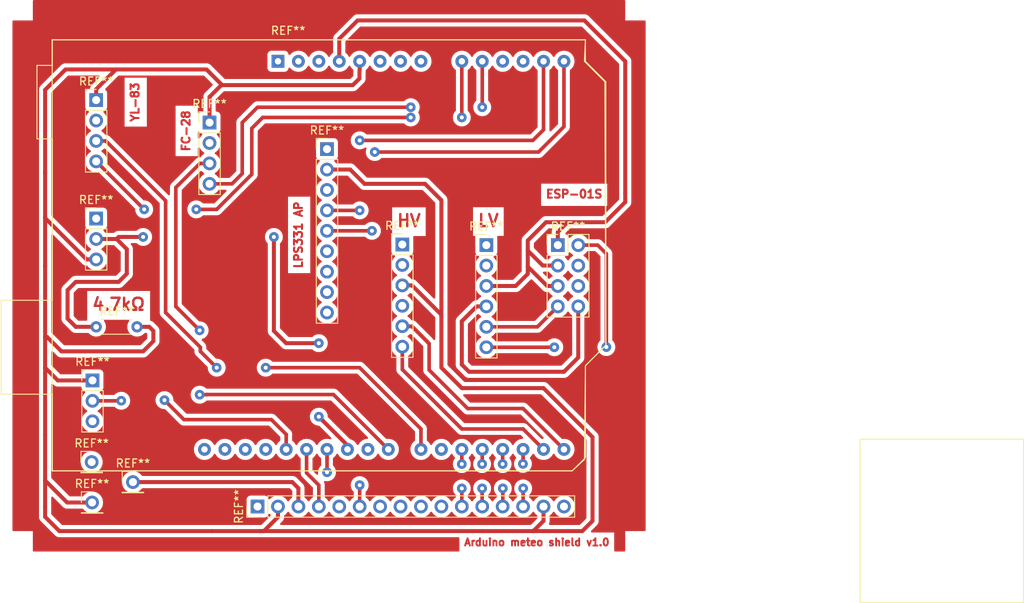
<source format=kicad_pcb>
(kicad_pcb (version 20171130) (host pcbnew "(5.1.4)-1")

  (general
    (thickness 1.6)
    (drawings 21)
    (tracks 251)
    (zones 0)
    (modules 14)
    (nets 1)
  )

  (page A4)
  (layers
    (0 F.Cu signal)
    (31 B.Cu signal)
    (32 B.Adhes user)
    (33 F.Adhes user)
    (34 B.Paste user)
    (35 F.Paste user)
    (36 B.SilkS user)
    (37 F.SilkS user)
    (38 B.Mask user)
    (39 F.Mask user)
    (40 Dwgs.User user)
    (41 Cmts.User user)
    (42 Eco1.User user)
    (43 Eco2.User user)
    (44 Edge.Cuts user)
    (45 Margin user)
    (46 B.CrtYd user)
    (47 F.CrtYd user)
    (48 B.Fab user)
    (49 F.Fab user)
  )

  (setup
    (last_trace_width 0.45)
    (user_trace_width 0.25)
    (user_trace_width 0.35)
    (user_trace_width 0.45)
    (user_trace_width 0.5)
    (trace_clearance 0.2)
    (zone_clearance 0.508)
    (zone_45_only no)
    (trace_min 0.2)
    (via_size 0.8)
    (via_drill 0.4)
    (via_min_size 0.4)
    (via_min_drill 0.3)
    (uvia_size 0.3)
    (uvia_drill 0.1)
    (uvias_allowed no)
    (uvia_min_size 0.2)
    (uvia_min_drill 0.1)
    (edge_width 0.05)
    (segment_width 0.2)
    (pcb_text_width 0.3)
    (pcb_text_size 1.5 1.5)
    (mod_edge_width 0.12)
    (mod_text_size 1 1)
    (mod_text_width 0.15)
    (pad_size 1.7 1.7)
    (pad_drill 1)
    (pad_to_mask_clearance 0.051)
    (solder_mask_min_width 0.25)
    (aux_axis_origin 0 0)
    (visible_elements 7FFFFFDF)
    (pcbplotparams
      (layerselection 0x010fc_ffffffff)
      (usegerberextensions false)
      (usegerberattributes false)
      (usegerberadvancedattributes false)
      (creategerberjobfile false)
      (excludeedgelayer true)
      (linewidth 0.100000)
      (plotframeref false)
      (viasonmask false)
      (mode 1)
      (useauxorigin false)
      (hpglpennumber 1)
      (hpglpenspeed 20)
      (hpglpendiameter 15.000000)
      (psnegative false)
      (psa4output false)
      (plotreference true)
      (plotvalue true)
      (plotinvisibletext false)
      (padsonsilk false)
      (subtractmaskfromsilk false)
      (outputformat 1)
      (mirror false)
      (drillshape 1)
      (scaleselection 1)
      (outputdirectory ""))
  )

  (net 0 "")

  (net_class Default "To jest domyślna klasa połączeń."
    (clearance 0.2)
    (trace_width 0.25)
    (via_dia 0.8)
    (via_drill 0.4)
    (uvia_dia 0.3)
    (uvia_drill 0.1)
  )

  (net_class Zasilanie ""
    (clearance 0.2)
    (trace_width 0.45)
    (via_dia 0.8)
    (via_drill 0.4)
    (uvia_dia 0.3)
    (uvia_drill 0.1)
  )

  (module Connector_PinHeader_2.54mm:PinHeader_1x03_P2.54mm_Vertical (layer F.Cu) (tedit 59FED5CC) (tstamp 5D6FD94C)
    (at 119.175 105.725)
    (descr "Through hole straight pin header, 1x03, 2.54mm pitch, single row")
    (tags "Through hole pin header THT 1x03 2.54mm single row")
    (fp_text reference REF** (at 0 -2.33) (layer F.SilkS)
      (effects (font (size 1 1) (thickness 0.15)))
    )
    (fp_text value PinHeader_1x03_P2.54mm_Vertical (at 0 7.41) (layer F.Fab)
      (effects (font (size 1 1) (thickness 0.15)))
    )
    (fp_line (start -0.635 -1.27) (end 1.27 -1.27) (layer F.Fab) (width 0.1))
    (fp_line (start 1.27 -1.27) (end 1.27 6.35) (layer F.Fab) (width 0.1))
    (fp_line (start 1.27 6.35) (end -1.27 6.35) (layer F.Fab) (width 0.1))
    (fp_line (start -1.27 6.35) (end -1.27 -0.635) (layer F.Fab) (width 0.1))
    (fp_line (start -1.27 -0.635) (end -0.635 -1.27) (layer F.Fab) (width 0.1))
    (fp_line (start -1.33 6.41) (end 1.33 6.41) (layer F.SilkS) (width 0.12))
    (fp_line (start -1.33 1.27) (end -1.33 6.41) (layer F.SilkS) (width 0.12))
    (fp_line (start 1.33 1.27) (end 1.33 6.41) (layer F.SilkS) (width 0.12))
    (fp_line (start -1.33 1.27) (end 1.33 1.27) (layer F.SilkS) (width 0.12))
    (fp_line (start -1.33 0) (end -1.33 -1.33) (layer F.SilkS) (width 0.12))
    (fp_line (start -1.33 -1.33) (end 0 -1.33) (layer F.SilkS) (width 0.12))
    (fp_line (start -1.8 -1.8) (end -1.8 6.85) (layer F.CrtYd) (width 0.05))
    (fp_line (start -1.8 6.85) (end 1.8 6.85) (layer F.CrtYd) (width 0.05))
    (fp_line (start 1.8 6.85) (end 1.8 -1.8) (layer F.CrtYd) (width 0.05))
    (fp_line (start 1.8 -1.8) (end -1.8 -1.8) (layer F.CrtYd) (width 0.05))
    (fp_text user %R (at 0 2.54 90) (layer F.Fab)
      (effects (font (size 1 1) (thickness 0.15)))
    )
    (pad 1 thru_hole rect (at 0 0) (size 1.7 1.7) (drill 1) (layers *.Cu *.Mask))
    (pad 2 thru_hole oval (at 0 2.54) (size 1.7 1.7) (drill 1) (layers *.Cu *.Mask))
    (pad 3 thru_hole oval (at 0 5.08) (size 1.7 1.7) (drill 1) (layers *.Cu *.Mask))
    (model ${KISYS3DMOD}/Connector_PinHeader_2.54mm.3dshapes/PinHeader_1x03_P2.54mm_Vertical.wrl
      (at (xyz 0 0 0))
      (scale (xyz 1 1 1))
      (rotate (xyz 0 0 0))
    )
  )

  (module Module:Arduino_UNO_R3 (layer F.Cu) (tedit 58AB60FC) (tstamp 5D69F5F1)
    (at 142.24 66.04)
    (descr "Arduino UNO R3, http://www.mouser.com/pdfdocs/Gravitech_Arduino_Nano3_0.pdf")
    (tags "Arduino UNO R3")
    (fp_text reference REF** (at 1.27 -3.81 180) (layer F.SilkS)
      (effects (font (size 1 1) (thickness 0.15)))
    )
    (fp_text value Arduino_UNO_R3 (at 0 22.86) (layer F.Fab)
      (effects (font (size 1 1) (thickness 0.15)))
    )
    (fp_line (start -27.94 -2.54) (end 38.1 -2.54) (layer F.Fab) (width 0.1))
    (fp_line (start -27.94 50.8) (end -27.94 -2.54) (layer F.Fab) (width 0.1))
    (fp_line (start 36.58 50.8) (end -27.94 50.8) (layer F.Fab) (width 0.1))
    (fp_line (start 38.1 49.28) (end 36.58 50.8) (layer F.Fab) (width 0.1))
    (fp_line (start 38.1 0) (end 40.64 2.54) (layer F.Fab) (width 0.1))
    (fp_line (start 38.1 -2.54) (end 38.1 0) (layer F.Fab) (width 0.1))
    (fp_line (start 40.64 35.31) (end 38.1 37.85) (layer F.Fab) (width 0.1))
    (fp_line (start 40.64 2.54) (end 40.64 35.31) (layer F.Fab) (width 0.1))
    (fp_line (start 38.1 37.85) (end 38.1 49.28) (layer F.Fab) (width 0.1))
    (fp_line (start -29.84 9.53) (end -29.84 0.64) (layer F.Fab) (width 0.1))
    (fp_line (start -16.51 9.53) (end -29.84 9.53) (layer F.Fab) (width 0.1))
    (fp_line (start -16.51 0.64) (end -16.51 9.53) (layer F.Fab) (width 0.1))
    (fp_line (start -29.84 0.64) (end -16.51 0.64) (layer F.Fab) (width 0.1))
    (fp_line (start -34.29 41.27) (end -34.29 29.84) (layer F.Fab) (width 0.1))
    (fp_line (start -18.41 41.27) (end -34.29 41.27) (layer F.Fab) (width 0.1))
    (fp_line (start -18.41 29.84) (end -18.41 41.27) (layer F.Fab) (width 0.1))
    (fp_line (start -34.29 29.84) (end -18.41 29.84) (layer F.Fab) (width 0.1))
    (fp_line (start 38.23 37.85) (end 40.77 35.31) (layer F.SilkS) (width 0.12))
    (fp_line (start 38.23 49.28) (end 38.23 37.85) (layer F.SilkS) (width 0.12))
    (fp_line (start 36.58 50.93) (end 38.23 49.28) (layer F.SilkS) (width 0.12))
    (fp_line (start -28.07 50.93) (end 36.58 50.93) (layer F.SilkS) (width 0.12))
    (fp_line (start -28.07 41.4) (end -28.07 50.93) (layer F.SilkS) (width 0.12))
    (fp_line (start -34.42 41.4) (end -28.07 41.4) (layer F.SilkS) (width 0.12))
    (fp_line (start -34.42 29.72) (end -34.42 41.4) (layer F.SilkS) (width 0.12))
    (fp_line (start -28.07 29.72) (end -34.42 29.72) (layer F.SilkS) (width 0.12))
    (fp_line (start -28.07 9.65) (end -28.07 29.72) (layer F.SilkS) (width 0.12))
    (fp_line (start -29.97 9.65) (end -28.07 9.65) (layer F.SilkS) (width 0.12))
    (fp_line (start -29.97 0.51) (end -29.97 9.65) (layer F.SilkS) (width 0.12))
    (fp_line (start -28.07 0.51) (end -29.97 0.51) (layer F.SilkS) (width 0.12))
    (fp_line (start -28.07 -2.67) (end -28.07 0.51) (layer F.SilkS) (width 0.12))
    (fp_line (start 38.23 -2.67) (end -28.07 -2.67) (layer F.SilkS) (width 0.12))
    (fp_line (start 38.23 0) (end 38.23 -2.67) (layer F.SilkS) (width 0.12))
    (fp_line (start 40.77 2.54) (end 38.23 0) (layer F.SilkS) (width 0.12))
    (fp_line (start 40.77 35.31) (end 40.77 2.54) (layer F.SilkS) (width 0.12))
    (fp_line (start -28.19 -2.79) (end 38.35 -2.79) (layer F.CrtYd) (width 0.05))
    (fp_line (start -28.19 0.38) (end -28.19 -2.79) (layer F.CrtYd) (width 0.05))
    (fp_line (start -30.1 0.38) (end -28.19 0.38) (layer F.CrtYd) (width 0.05))
    (fp_line (start -30.1 9.78) (end -30.1 0.38) (layer F.CrtYd) (width 0.05))
    (fp_line (start -28.19 9.78) (end -30.1 9.78) (layer F.CrtYd) (width 0.05))
    (fp_line (start -28.19 29.59) (end -28.19 9.78) (layer F.CrtYd) (width 0.05))
    (fp_line (start -34.54 29.59) (end -28.19 29.59) (layer F.CrtYd) (width 0.05))
    (fp_line (start -34.54 41.53) (end -34.54 29.59) (layer F.CrtYd) (width 0.05))
    (fp_line (start -28.19 41.53) (end -34.54 41.53) (layer F.CrtYd) (width 0.05))
    (fp_line (start -28.19 51.05) (end -28.19 41.53) (layer F.CrtYd) (width 0.05))
    (fp_line (start 36.58 51.05) (end -28.19 51.05) (layer F.CrtYd) (width 0.05))
    (fp_line (start 38.35 49.28) (end 36.58 51.05) (layer F.CrtYd) (width 0.05))
    (fp_line (start 38.35 37.85) (end 38.35 49.28) (layer F.CrtYd) (width 0.05))
    (fp_line (start 40.89 35.31) (end 38.35 37.85) (layer F.CrtYd) (width 0.05))
    (fp_line (start 40.89 2.54) (end 40.89 35.31) (layer F.CrtYd) (width 0.05))
    (fp_line (start 38.35 0) (end 40.89 2.54) (layer F.CrtYd) (width 0.05))
    (fp_line (start 38.35 -2.79) (end 38.35 0) (layer F.CrtYd) (width 0.05))
    (fp_text user %R (at 0 20.32 180) (layer F.Fab)
      (effects (font (size 1 1) (thickness 0.15)))
    )
    (pad 16 thru_hole oval (at 33.02 48.26 90) (size 1.6 1.6) (drill 0.8) (layers *.Cu *.Mask))
    (pad 15 thru_hole oval (at 35.56 48.26 90) (size 1.6 1.6) (drill 0.8) (layers *.Cu *.Mask))
    (pad 30 thru_hole oval (at -4.06 48.26 90) (size 1.6 1.6) (drill 0.8) (layers *.Cu *.Mask))
    (pad 14 thru_hole oval (at 35.56 0 90) (size 1.6 1.6) (drill 0.8) (layers *.Cu *.Mask))
    (pad 29 thru_hole oval (at -1.52 48.26 90) (size 1.6 1.6) (drill 0.8) (layers *.Cu *.Mask))
    (pad 13 thru_hole oval (at 33.02 0 90) (size 1.6 1.6) (drill 0.8) (layers *.Cu *.Mask))
    (pad 28 thru_hole oval (at 1.02 48.26 90) (size 1.6 1.6) (drill 0.8) (layers *.Cu *.Mask))
    (pad 12 thru_hole oval (at 30.48 0 90) (size 1.6 1.6) (drill 0.8) (layers *.Cu *.Mask))
    (pad 27 thru_hole oval (at 3.56 48.26 90) (size 1.6 1.6) (drill 0.8) (layers *.Cu *.Mask))
    (pad 11 thru_hole oval (at 27.94 0 90) (size 1.6 1.6) (drill 0.8) (layers *.Cu *.Mask))
    (pad 26 thru_hole oval (at 6.1 48.26 90) (size 1.6 1.6) (drill 0.8) (layers *.Cu *.Mask))
    (pad 10 thru_hole oval (at 25.4 0 90) (size 1.6 1.6) (drill 0.8) (layers *.Cu *.Mask))
    (pad 25 thru_hole oval (at 8.64 48.26 90) (size 1.6 1.6) (drill 0.8) (layers *.Cu *.Mask))
    (pad 9 thru_hole oval (at 22.86 0 90) (size 1.6 1.6) (drill 0.8) (layers *.Cu *.Mask))
    (pad 24 thru_hole oval (at 11.18 48.26 90) (size 1.6 1.6) (drill 0.8) (layers *.Cu *.Mask))
    (pad 8 thru_hole oval (at 17.78 0 90) (size 1.6 1.6) (drill 0.8) (layers *.Cu *.Mask))
    (pad 23 thru_hole oval (at 13.72 48.26 90) (size 1.6 1.6) (drill 0.8) (layers *.Cu *.Mask))
    (pad 7 thru_hole oval (at 15.24 0 90) (size 1.6 1.6) (drill 0.8) (layers *.Cu *.Mask))
    (pad 22 thru_hole oval (at 17.78 48.26 90) (size 1.6 1.6) (drill 0.8) (layers *.Cu *.Mask))
    (pad 6 thru_hole oval (at 12.7 0 90) (size 1.6 1.6) (drill 0.8) (layers *.Cu *.Mask))
    (pad 21 thru_hole oval (at 20.32 48.26 90) (size 1.6 1.6) (drill 0.8) (layers *.Cu *.Mask))
    (pad 5 thru_hole oval (at 10.16 0 90) (size 1.6 1.6) (drill 0.8) (layers *.Cu *.Mask))
    (pad 20 thru_hole oval (at 22.86 48.26 90) (size 1.6 1.6) (drill 0.8) (layers *.Cu *.Mask))
    (pad 4 thru_hole oval (at 7.62 0 90) (size 1.6 1.6) (drill 0.8) (layers *.Cu *.Mask))
    (pad 19 thru_hole oval (at 25.4 48.26 90) (size 1.6 1.6) (drill 0.8) (layers *.Cu *.Mask))
    (pad 3 thru_hole oval (at 5.08 0 90) (size 1.6 1.6) (drill 0.8) (layers *.Cu *.Mask))
    (pad 18 thru_hole oval (at 27.94 48.26 90) (size 1.6 1.6) (drill 0.8) (layers *.Cu *.Mask))
    (pad 2 thru_hole oval (at 2.54 0 90) (size 1.6 1.6) (drill 0.8) (layers *.Cu *.Mask))
    (pad 17 thru_hole oval (at 30.48 48.26 90) (size 1.6 1.6) (drill 0.8) (layers *.Cu *.Mask))
    (pad 1 thru_hole rect (at 0 0 90) (size 1.6 1.6) (drill 0.8) (layers *.Cu *.Mask))
    (pad 31 thru_hole oval (at -6.6 48.26 90) (size 1.6 1.6) (drill 0.8) (layers *.Cu *.Mask))
    (pad 32 thru_hole oval (at -9.14 48.26 90) (size 1.6 1.6) (drill 0.8) (layers *.Cu *.Mask))
    (model ${KISYS3DMOD}/Module.3dshapes/Arduino_UNO_R3.wrl
      (at (xyz 0 0 0))
      (scale (xyz 1 1 1))
      (rotate (xyz 0 0 0))
    )
  )

  (module Connector_PinHeader_2.54mm:PinHeader_1x01_P2.54mm_Vertical (layer F.Cu) (tedit 5D6FA819) (tstamp 5D6A037F)
    (at 124.206 118.364)
    (descr "Through hole straight pin header, 1x01, 2.54mm pitch, single row")
    (tags "Through hole pin header THT 1x01 2.54mm single row")
    (fp_text reference REF** (at 0 -2.33) (layer F.SilkS)
      (effects (font (size 1 1) (thickness 0.15)))
    )
    (fp_text value PinHeader_1x01_P2.54mm_Vertical (at 0 2.33) (layer F.Fab)
      (effects (font (size 1 1) (thickness 0.15)))
    )
    (fp_line (start -0.635 -1.27) (end 1.27 -1.27) (layer F.Fab) (width 0.1))
    (fp_line (start 1.27 -1.27) (end 1.27 1.27) (layer F.Fab) (width 0.1))
    (fp_line (start 1.27 1.27) (end -1.27 1.27) (layer F.Fab) (width 0.1))
    (fp_line (start -1.27 1.27) (end -1.27 -0.635) (layer F.Fab) (width 0.1))
    (fp_line (start -1.27 -0.635) (end -0.635 -1.27) (layer F.Fab) (width 0.1))
    (fp_line (start -1.33 1.33) (end 1.33 1.33) (layer F.SilkS) (width 0.12))
    (fp_line (start -1.33 1.27) (end -1.33 1.33) (layer F.SilkS) (width 0.12))
    (fp_line (start 1.33 1.27) (end 1.33 1.33) (layer F.SilkS) (width 0.12))
    (fp_line (start -1.33 1.27) (end 1.33 1.27) (layer F.SilkS) (width 0.12))
    (fp_line (start -1.33 0) (end -1.33 -1.33) (layer F.SilkS) (width 0.12))
    (fp_line (start -1.33 -1.33) (end 0 -1.33) (layer F.SilkS) (width 0.12))
    (fp_line (start -1.8 -1.8) (end -1.8 1.8) (layer F.CrtYd) (width 0.05))
    (fp_line (start -1.8 1.8) (end 1.8 1.8) (layer F.CrtYd) (width 0.05))
    (fp_line (start 1.8 1.8) (end 1.8 -1.8) (layer F.CrtYd) (width 0.05))
    (fp_line (start 1.8 -1.8) (end -1.8 -1.8) (layer F.CrtYd) (width 0.05))
    (fp_text user %R (at 0 0 90) (layer F.Fab)
      (effects (font (size 1 1) (thickness 0.15)))
    )
    (pad 1 thru_hole circle (at 0 0) (size 1.7 1.7) (drill 1) (layers *.Cu *.Mask))
    (model ${KISYS3DMOD}/Connector_PinHeader_2.54mm.3dshapes/PinHeader_1x01_P2.54mm_Vertical.wrl
      (at (xyz 0 0 0))
      (scale (xyz 1 1 1))
      (rotate (xyz 0 0 0))
    )
  )

  (module Connector_PinHeader_2.54mm:PinHeader_1x01_P2.54mm_Vertical (layer F.Cu) (tedit 5D6FA80C) (tstamp 5D6A02DD)
    (at 119.126 120.904)
    (descr "Through hole straight pin header, 1x01, 2.54mm pitch, single row")
    (tags "Through hole pin header THT 1x01 2.54mm single row")
    (fp_text reference REF** (at 0 -2.33) (layer F.SilkS)
      (effects (font (size 1 1) (thickness 0.15)))
    )
    (fp_text value PinHeader_1x01_P2.54mm_Vertical (at 0 2.33) (layer F.Fab)
      (effects (font (size 1 1) (thickness 0.15)))
    )
    (fp_line (start -0.635 -1.27) (end 1.27 -1.27) (layer F.Fab) (width 0.1))
    (fp_line (start 1.27 -1.27) (end 1.27 1.27) (layer F.Fab) (width 0.1))
    (fp_line (start 1.27 1.27) (end -1.27 1.27) (layer F.Fab) (width 0.1))
    (fp_line (start -1.27 1.27) (end -1.27 -0.635) (layer F.Fab) (width 0.1))
    (fp_line (start -1.27 -0.635) (end -0.635 -1.27) (layer F.Fab) (width 0.1))
    (fp_line (start -1.33 1.33) (end 1.33 1.33) (layer F.SilkS) (width 0.12))
    (fp_line (start -1.33 1.27) (end -1.33 1.33) (layer F.SilkS) (width 0.12))
    (fp_line (start 1.33 1.27) (end 1.33 1.33) (layer F.SilkS) (width 0.12))
    (fp_line (start -1.33 1.27) (end 1.33 1.27) (layer F.SilkS) (width 0.12))
    (fp_line (start -1.33 0) (end -1.33 -1.33) (layer F.SilkS) (width 0.12))
    (fp_line (start -1.33 -1.33) (end 0 -1.33) (layer F.SilkS) (width 0.12))
    (fp_line (start -1.8 -1.8) (end -1.8 1.8) (layer F.CrtYd) (width 0.05))
    (fp_line (start -1.8 1.8) (end 1.8 1.8) (layer F.CrtYd) (width 0.05))
    (fp_line (start 1.8 1.8) (end 1.8 -1.8) (layer F.CrtYd) (width 0.05))
    (fp_line (start 1.8 -1.8) (end -1.8 -1.8) (layer F.CrtYd) (width 0.05))
    (fp_text user %R (at 0 0 90) (layer F.Fab)
      (effects (font (size 1 1) (thickness 0.15)))
    )
    (pad 1 thru_hole circle (at 0 0) (size 1.7 1.7) (drill 1) (layers *.Cu *.Mask))
    (model ${KISYS3DMOD}/Connector_PinHeader_2.54mm.3dshapes/PinHeader_1x01_P2.54mm_Vertical.wrl
      (at (xyz 0 0 0))
      (scale (xyz 1 1 1))
      (rotate (xyz 0 0 0))
    )
  )

  (module Connector_PinHeader_2.54mm:PinHeader_1x01_P2.54mm_Vertical (layer F.Cu) (tedit 5D6FA846) (tstamp 5D6A023B)
    (at 119.075 115.875)
    (descr "Through hole straight pin header, 1x01, 2.54mm pitch, single row")
    (tags "Through hole pin header THT 1x01 2.54mm single row")
    (fp_text reference REF** (at 0 -2.33) (layer F.SilkS)
      (effects (font (size 1 1) (thickness 0.15)))
    )
    (fp_text value PinHeader_1x01_P2.54mm_Vertical (at -1.27 -6.35) (layer F.Fab)
      (effects (font (size 1 1) (thickness 0.15)))
    )
    (fp_line (start -0.635 -1.27) (end 1.27 -1.27) (layer F.Fab) (width 0.1))
    (fp_line (start 1.27 -1.27) (end 1.27 1.27) (layer F.Fab) (width 0.1))
    (fp_line (start 1.27 1.27) (end -1.27 1.27) (layer F.Fab) (width 0.1))
    (fp_line (start -1.27 1.27) (end -1.27 -0.635) (layer F.Fab) (width 0.1))
    (fp_line (start -1.27 -0.635) (end -0.635 -1.27) (layer F.Fab) (width 0.1))
    (fp_line (start -1.33 1.33) (end 1.33 1.33) (layer F.SilkS) (width 0.12))
    (fp_line (start -1.33 1.27) (end -1.33 1.33) (layer F.SilkS) (width 0.12))
    (fp_line (start 1.33 1.27) (end 1.33 1.33) (layer F.SilkS) (width 0.12))
    (fp_line (start -1.33 1.27) (end 1.33 1.27) (layer F.SilkS) (width 0.12))
    (fp_line (start -1.33 0) (end -1.33 -1.33) (layer F.SilkS) (width 0.12))
    (fp_line (start -1.33 -1.33) (end 0 -1.33) (layer F.SilkS) (width 0.12))
    (fp_line (start -1.8 -1.8) (end -1.8 1.8) (layer F.CrtYd) (width 0.05))
    (fp_line (start -1.8 1.8) (end 1.8 1.8) (layer F.CrtYd) (width 0.05))
    (fp_line (start 1.8 1.8) (end 1.8 -1.8) (layer F.CrtYd) (width 0.05))
    (fp_line (start 1.8 -1.8) (end -1.8 -1.8) (layer F.CrtYd) (width 0.05))
    (fp_text user %R (at 0 0 90) (layer F.Fab)
      (effects (font (size 1 1) (thickness 0.15)))
    )
    (pad 1 thru_hole circle (at 0 0) (size 1.7 1.7) (drill 1) (layers *.Cu *.Mask))
    (model ${KISYS3DMOD}/Connector_PinHeader_2.54mm.3dshapes/PinHeader_1x01_P2.54mm_Vertical.wrl
      (at (xyz 0 0 0))
      (scale (xyz 1 1 1))
      (rotate (xyz 0 0 0))
    )
  )

  (module Connector_PinHeader_2.54mm:PinHeader_1x16_P2.54mm_Vertical (layer F.Cu) (tedit 59FED5CC) (tstamp 5D69EF3F)
    (at 139.7 121.404 90)
    (descr "Through hole straight pin header, 1x16, 2.54mm pitch, single row")
    (tags "Through hole pin header THT 1x16 2.54mm single row")
    (fp_text reference REF** (at 0 -2.33 90) (layer F.SilkS)
      (effects (font (size 1 1) (thickness 0.15)))
    )
    (fp_text value PinHeader_1x16_P2.54mm_Vertical (at 0 55.88) (layer F.Fab)
      (effects (font (size 1 1) (thickness 0.15)))
    )
    (fp_text user %R (at 0 19.05) (layer F.Fab)
      (effects (font (size 1 1) (thickness 0.15)))
    )
    (fp_line (start 1.8 -1.8) (end -1.8 -1.8) (layer F.CrtYd) (width 0.05))
    (fp_line (start 1.8 39.9) (end 1.8 -1.8) (layer F.CrtYd) (width 0.05))
    (fp_line (start -1.8 39.9) (end 1.8 39.9) (layer F.CrtYd) (width 0.05))
    (fp_line (start -1.8 -1.8) (end -1.8 39.9) (layer F.CrtYd) (width 0.05))
    (fp_line (start -1.33 -1.33) (end 0 -1.33) (layer F.SilkS) (width 0.12))
    (fp_line (start -1.33 0) (end -1.33 -1.33) (layer F.SilkS) (width 0.12))
    (fp_line (start -1.33 1.27) (end 1.33 1.27) (layer F.SilkS) (width 0.12))
    (fp_line (start 1.33 1.27) (end 1.33 39.43) (layer F.SilkS) (width 0.12))
    (fp_line (start -1.33 1.27) (end -1.33 39.43) (layer F.SilkS) (width 0.12))
    (fp_line (start -1.33 39.43) (end 1.33 39.43) (layer F.SilkS) (width 0.12))
    (fp_line (start -1.27 -0.635) (end -0.635 -1.27) (layer F.Fab) (width 0.1))
    (fp_line (start -1.27 39.37) (end -1.27 -0.635) (layer F.Fab) (width 0.1))
    (fp_line (start 1.27 39.37) (end -1.27 39.37) (layer F.Fab) (width 0.1))
    (fp_line (start 1.27 -1.27) (end 1.27 39.37) (layer F.Fab) (width 0.1))
    (fp_line (start -0.635 -1.27) (end 1.27 -1.27) (layer F.Fab) (width 0.1))
    (pad 16 thru_hole oval (at 0 38.1 90) (size 1.7 1.7) (drill 1) (layers *.Cu *.Mask))
    (pad 15 thru_hole oval (at 0 35.56 90) (size 1.7 1.7) (drill 1) (layers *.Cu *.Mask))
    (pad 14 thru_hole oval (at 0 33.02 90) (size 1.7 1.7) (drill 1) (layers *.Cu *.Mask))
    (pad 13 thru_hole oval (at 0 30.48 90) (size 1.7 1.7) (drill 1) (layers *.Cu *.Mask))
    (pad 12 thru_hole oval (at 0 27.94 90) (size 1.7 1.7) (drill 1) (layers *.Cu *.Mask))
    (pad 11 thru_hole oval (at 0 25.4 90) (size 1.7 1.7) (drill 1) (layers *.Cu *.Mask))
    (pad 10 thru_hole oval (at 0 22.86 90) (size 1.7 1.7) (drill 1) (layers *.Cu *.Mask))
    (pad 9 thru_hole oval (at 0 20.32 90) (size 1.7 1.7) (drill 1) (layers *.Cu *.Mask))
    (pad 8 thru_hole oval (at 0 17.78 90) (size 1.7 1.7) (drill 1) (layers *.Cu *.Mask))
    (pad 7 thru_hole oval (at 0 15.24 90) (size 1.7 1.7) (drill 1) (layers *.Cu *.Mask))
    (pad 6 thru_hole oval (at 0 12.7 90) (size 1.7 1.7) (drill 1) (layers *.Cu *.Mask))
    (pad 5 thru_hole oval (at 0 10.16 90) (size 1.7 1.7) (drill 1) (layers *.Cu *.Mask))
    (pad 4 thru_hole oval (at 0 7.62 90) (size 1.7 1.7) (drill 1) (layers *.Cu *.Mask))
    (pad 3 thru_hole oval (at 0 5.08 90) (size 1.7 1.7) (drill 1) (layers *.Cu *.Mask))
    (pad 2 thru_hole oval (at 0 2.54 90) (size 1.7 1.7) (drill 1) (layers *.Cu *.Mask))
    (pad 1 thru_hole rect (at 0 0 90) (size 1.7 1.7) (drill 1) (layers *.Cu *.Mask))
    (model ${KISYS3DMOD}/Connector_PinHeader_2.54mm.3dshapes/PinHeader_1x16_P2.54mm_Vertical.wrl
      (at (xyz 0 0 0))
      (scale (xyz 1 1 1))
      (rotate (xyz 0 0 0))
    )
  )

  (module Connector_PinHeader_2.54mm:PinHeader_1x06_P2.54mm_Vertical (layer F.Cu) (tedit 59FED5CC) (tstamp 5D69E593)
    (at 157.7 88.825)
    (descr "Through hole straight pin header, 1x06, 2.54mm pitch, single row")
    (tags "Through hole pin header THT 1x06 2.54mm single row")
    (fp_text reference REF** (at 0 -2.33) (layer F.SilkS)
      (effects (font (size 1 1) (thickness 0.15)))
    )
    (fp_text value PinHeader_1x06_P2.54mm_Vertical (at 1.27 15.24) (layer F.Fab)
      (effects (font (size 1 1) (thickness 0.15)))
    )
    (fp_text user %R (at 0 6.35 90) (layer F.Fab)
      (effects (font (size 1 1) (thickness 0.15)))
    )
    (fp_line (start 1.8 -1.8) (end -1.8 -1.8) (layer F.CrtYd) (width 0.05))
    (fp_line (start 1.8 14.5) (end 1.8 -1.8) (layer F.CrtYd) (width 0.05))
    (fp_line (start -1.8 14.5) (end 1.8 14.5) (layer F.CrtYd) (width 0.05))
    (fp_line (start -1.8 -1.8) (end -1.8 14.5) (layer F.CrtYd) (width 0.05))
    (fp_line (start -1.33 -1.33) (end 0 -1.33) (layer F.SilkS) (width 0.12))
    (fp_line (start -1.33 0) (end -1.33 -1.33) (layer F.SilkS) (width 0.12))
    (fp_line (start -1.33 1.27) (end 1.33 1.27) (layer F.SilkS) (width 0.12))
    (fp_line (start 1.33 1.27) (end 1.33 14.03) (layer F.SilkS) (width 0.12))
    (fp_line (start -1.33 1.27) (end -1.33 14.03) (layer F.SilkS) (width 0.12))
    (fp_line (start -1.33 14.03) (end 1.33 14.03) (layer F.SilkS) (width 0.12))
    (fp_line (start -1.27 -0.635) (end -0.635 -1.27) (layer F.Fab) (width 0.1))
    (fp_line (start -1.27 13.97) (end -1.27 -0.635) (layer F.Fab) (width 0.1))
    (fp_line (start 1.27 13.97) (end -1.27 13.97) (layer F.Fab) (width 0.1))
    (fp_line (start 1.27 -1.27) (end 1.27 13.97) (layer F.Fab) (width 0.1))
    (fp_line (start -0.635 -1.27) (end 1.27 -1.27) (layer F.Fab) (width 0.1))
    (pad 6 thru_hole oval (at 0 12.7) (size 1.7 1.7) (drill 1) (layers *.Cu *.Mask))
    (pad 5 thru_hole oval (at 0 10.16) (size 1.7 1.7) (drill 1) (layers *.Cu *.Mask))
    (pad 4 thru_hole oval (at 0 7.62) (size 1.7 1.7) (drill 1) (layers *.Cu *.Mask))
    (pad 3 thru_hole oval (at 0 5.08) (size 1.7 1.7) (drill 1) (layers *.Cu *.Mask))
    (pad 2 thru_hole oval (at 0 2.54) (size 1.7 1.7) (drill 1) (layers *.Cu *.Mask))
    (pad 1 thru_hole rect (at 0 0) (size 1.7 1.7) (drill 1) (layers *.Cu *.Mask))
    (model ${KISYS3DMOD}/Connector_PinHeader_2.54mm.3dshapes/PinHeader_1x06_P2.54mm_Vertical.wrl
      (at (xyz 0 0 0))
      (scale (xyz 1 1 1))
      (rotate (xyz 0 0 0))
    )
  )

  (module Connector_PinHeader_2.54mm:PinHeader_1x06_P2.54mm_Vertical (layer F.Cu) (tedit 59FED5CC) (tstamp 5D69E52E)
    (at 168.148 88.9)
    (descr "Through hole straight pin header, 1x06, 2.54mm pitch, single row")
    (tags "Through hole pin header THT 1x06 2.54mm single row")
    (fp_text reference REF** (at 0 -2.33) (layer F.SilkS)
      (effects (font (size 1 1) (thickness 0.15)))
    )
    (fp_text value PinHeader_1x06_P2.54mm_Vertical (at 16.51 15.24) (layer F.Fab)
      (effects (font (size 1 1) (thickness 0.15)))
    )
    (fp_text user %R (at 0 6.35 90) (layer F.Fab)
      (effects (font (size 1 1) (thickness 0.15)))
    )
    (fp_line (start 1.8 -1.8) (end -1.8 -1.8) (layer F.CrtYd) (width 0.05))
    (fp_line (start 1.8 14.5) (end 1.8 -1.8) (layer F.CrtYd) (width 0.05))
    (fp_line (start -1.8 14.5) (end 1.8 14.5) (layer F.CrtYd) (width 0.05))
    (fp_line (start -1.8 -1.8) (end -1.8 14.5) (layer F.CrtYd) (width 0.05))
    (fp_line (start -1.33 -1.33) (end 0 -1.33) (layer F.SilkS) (width 0.12))
    (fp_line (start -1.33 0) (end -1.33 -1.33) (layer F.SilkS) (width 0.12))
    (fp_line (start -1.33 1.27) (end 1.33 1.27) (layer F.SilkS) (width 0.12))
    (fp_line (start 1.33 1.27) (end 1.33 14.03) (layer F.SilkS) (width 0.12))
    (fp_line (start -1.33 1.27) (end -1.33 14.03) (layer F.SilkS) (width 0.12))
    (fp_line (start -1.33 14.03) (end 1.33 14.03) (layer F.SilkS) (width 0.12))
    (fp_line (start -1.27 -0.635) (end -0.635 -1.27) (layer F.Fab) (width 0.1))
    (fp_line (start -1.27 13.97) (end -1.27 -0.635) (layer F.Fab) (width 0.1))
    (fp_line (start 1.27 13.97) (end -1.27 13.97) (layer F.Fab) (width 0.1))
    (fp_line (start 1.27 -1.27) (end 1.27 13.97) (layer F.Fab) (width 0.1))
    (fp_line (start -0.635 -1.27) (end 1.27 -1.27) (layer F.Fab) (width 0.1))
    (pad 6 thru_hole oval (at 0 12.7) (size 1.7 1.7) (drill 1) (layers *.Cu *.Mask))
    (pad 5 thru_hole oval (at 0 10.16) (size 1.7 1.7) (drill 1) (layers *.Cu *.Mask))
    (pad 4 thru_hole oval (at 0 7.62) (size 1.7 1.7) (drill 1) (layers *.Cu *.Mask))
    (pad 3 thru_hole oval (at 0 5.08) (size 1.7 1.7) (drill 1) (layers *.Cu *.Mask))
    (pad 2 thru_hole oval (at 0 2.54) (size 1.7 1.7) (drill 1) (layers *.Cu *.Mask))
    (pad 1 thru_hole rect (at 0 0) (size 1.7 1.7) (drill 1) (layers *.Cu *.Mask))
    (model ${KISYS3DMOD}/Connector_PinHeader_2.54mm.3dshapes/PinHeader_1x06_P2.54mm_Vertical.wrl
      (at (xyz 0 0 0))
      (scale (xyz 1 1 1))
      (rotate (xyz 0 0 0))
    )
  )

  (module Connector_PinHeader_2.54mm:PinHeader_2x04_P2.54mm_Vertical (layer F.Cu) (tedit 59FED5CC) (tstamp 5D69E38C)
    (at 177.038 88.9)
    (descr "Through hole straight pin header, 2x04, 2.54mm pitch, double rows")
    (tags "Through hole pin header THT 2x04 2.54mm double row")
    (fp_text reference REF** (at 1.27 -2.33) (layer F.SilkS)
      (effects (font (size 1 1) (thickness 0.15)))
    )
    (fp_text value PinHeader_2x04_P2.54mm_Vertical (at 11.43 11.43) (layer F.Fab)
      (effects (font (size 1 1) (thickness 0.15)))
    )
    (fp_text user %R (at 1.27 3.81 90) (layer F.Fab)
      (effects (font (size 1 1) (thickness 0.15)))
    )
    (fp_line (start 4.35 -1.8) (end -1.8 -1.8) (layer F.CrtYd) (width 0.05))
    (fp_line (start 4.35 9.4) (end 4.35 -1.8) (layer F.CrtYd) (width 0.05))
    (fp_line (start -1.8 9.4) (end 4.35 9.4) (layer F.CrtYd) (width 0.05))
    (fp_line (start -1.8 -1.8) (end -1.8 9.4) (layer F.CrtYd) (width 0.05))
    (fp_line (start -1.33 -1.33) (end 0 -1.33) (layer F.SilkS) (width 0.12))
    (fp_line (start -1.33 0) (end -1.33 -1.33) (layer F.SilkS) (width 0.12))
    (fp_line (start 1.27 -1.33) (end 3.87 -1.33) (layer F.SilkS) (width 0.12))
    (fp_line (start 1.27 1.27) (end 1.27 -1.33) (layer F.SilkS) (width 0.12))
    (fp_line (start -1.33 1.27) (end 1.27 1.27) (layer F.SilkS) (width 0.12))
    (fp_line (start 3.87 -1.33) (end 3.87 8.95) (layer F.SilkS) (width 0.12))
    (fp_line (start -1.33 1.27) (end -1.33 8.95) (layer F.SilkS) (width 0.12))
    (fp_line (start -1.33 8.95) (end 3.87 8.95) (layer F.SilkS) (width 0.12))
    (fp_line (start -1.27 0) (end 0 -1.27) (layer F.Fab) (width 0.1))
    (fp_line (start -1.27 8.89) (end -1.27 0) (layer F.Fab) (width 0.1))
    (fp_line (start 3.81 8.89) (end -1.27 8.89) (layer F.Fab) (width 0.1))
    (fp_line (start 3.81 -1.27) (end 3.81 8.89) (layer F.Fab) (width 0.1))
    (fp_line (start 0 -1.27) (end 3.81 -1.27) (layer F.Fab) (width 0.1))
    (pad 8 thru_hole oval (at 2.54 7.62) (size 1.7 1.7) (drill 1) (layers *.Cu *.Mask))
    (pad 7 thru_hole oval (at 0 7.62) (size 1.7 1.7) (drill 1) (layers *.Cu *.Mask))
    (pad 6 thru_hole oval (at 2.54 5.08) (size 1.7 1.7) (drill 1) (layers *.Cu *.Mask))
    (pad 5 thru_hole oval (at 0 5.08) (size 1.7 1.7) (drill 1) (layers *.Cu *.Mask))
    (pad 4 thru_hole oval (at 2.54 2.54) (size 1.7 1.7) (drill 1) (layers *.Cu *.Mask))
    (pad 3 thru_hole oval (at 0 2.54) (size 1.7 1.7) (drill 1) (layers *.Cu *.Mask))
    (pad 2 thru_hole oval (at 2.54 0) (size 1.7 1.7) (drill 1) (layers *.Cu *.Mask))
    (pad 1 thru_hole rect (at 0 0) (size 1.7 1.7) (drill 1) (layers *.Cu *.Mask))
    (model ${KISYS3DMOD}/Connector_PinHeader_2.54mm.3dshapes/PinHeader_2x04_P2.54mm_Vertical.wrl
      (at (xyz 0 0 0))
      (scale (xyz 1 1 1))
      (rotate (xyz 0 0 0))
    )
  )

  (module Resistor_THT:R_Axial_DIN0204_L3.6mm_D1.6mm_P5.08mm_Horizontal (layer F.Cu) (tedit 5AE5139B) (tstamp 5D69E102)
    (at 119.634 99.06)
    (descr "Resistor, Axial_DIN0204 series, Axial, Horizontal, pin pitch=5.08mm, 0.167W, length*diameter=3.6*1.6mm^2, http://cdn-reichelt.de/documents/datenblatt/B400/1_4W%23YAG.pdf")
    (tags "Resistor Axial_DIN0204 series Axial Horizontal pin pitch 5.08mm 0.167W length 3.6mm diameter 1.6mm")
    (fp_text reference REF** (at 2.54 -1.92) (layer F.SilkS)
      (effects (font (size 1 1) (thickness 0.15)))
    )
    (fp_text value R_Axial_DIN0204_L3.6mm_D1.6mm_P5.08mm_Horizontal (at -10.16 3.81) (layer F.Fab)
      (effects (font (size 1 1) (thickness 0.15)))
    )
    (fp_text user %R (at 2.54 0) (layer F.Fab)
      (effects (font (size 0.72 0.72) (thickness 0.108)))
    )
    (fp_line (start 6.03 -1.05) (end -0.95 -1.05) (layer F.CrtYd) (width 0.05))
    (fp_line (start 6.03 1.05) (end 6.03 -1.05) (layer F.CrtYd) (width 0.05))
    (fp_line (start -0.95 1.05) (end 6.03 1.05) (layer F.CrtYd) (width 0.05))
    (fp_line (start -0.95 -1.05) (end -0.95 1.05) (layer F.CrtYd) (width 0.05))
    (fp_line (start 0.62 0.92) (end 4.46 0.92) (layer F.SilkS) (width 0.12))
    (fp_line (start 0.62 -0.92) (end 4.46 -0.92) (layer F.SilkS) (width 0.12))
    (fp_line (start 5.08 0) (end 4.34 0) (layer F.Fab) (width 0.1))
    (fp_line (start 0 0) (end 0.74 0) (layer F.Fab) (width 0.1))
    (fp_line (start 4.34 -0.8) (end 0.74 -0.8) (layer F.Fab) (width 0.1))
    (fp_line (start 4.34 0.8) (end 4.34 -0.8) (layer F.Fab) (width 0.1))
    (fp_line (start 0.74 0.8) (end 4.34 0.8) (layer F.Fab) (width 0.1))
    (fp_line (start 0.74 -0.8) (end 0.74 0.8) (layer F.Fab) (width 0.1))
    (pad 2 thru_hole oval (at 5.08 0) (size 1.4 1.4) (drill 0.7) (layers *.Cu *.Mask))
    (pad 1 thru_hole circle (at 0 0) (size 1.4 1.4) (drill 0.7) (layers *.Cu *.Mask))
    (model ${KISYS3DMOD}/Resistor_THT.3dshapes/R_Axial_DIN0204_L3.6mm_D1.6mm_P5.08mm_Horizontal.wrl
      (at (xyz 0 0 0))
      (scale (xyz 1 1 1))
      (rotate (xyz 0 0 0))
    )
  )

  (module Connector_PinHeader_2.54mm:PinHeader_1x03_P2.54mm_Vertical (layer F.Cu) (tedit 59FED5CC) (tstamp 5D69D6A7)
    (at 119.634 85.598)
    (descr "Through hole straight pin header, 1x03, 2.54mm pitch, single row")
    (tags "Through hole pin header THT 1x03 2.54mm single row")
    (fp_text reference REF** (at 0 -2.33) (layer F.SilkS)
      (effects (font (size 1 1) (thickness 0.15)))
    )
    (fp_text value PinHeader_1x03_P2.54mm_Vertical (at 0 7.41) (layer F.Fab)
      (effects (font (size 1 1) (thickness 0.15)))
    )
    (fp_text user %R (at 0 2.54 90) (layer F.Fab)
      (effects (font (size 1 1) (thickness 0.15)))
    )
    (fp_line (start 1.8 -1.8) (end -1.8 -1.8) (layer F.CrtYd) (width 0.05))
    (fp_line (start 1.8 6.85) (end 1.8 -1.8) (layer F.CrtYd) (width 0.05))
    (fp_line (start -1.8 6.85) (end 1.8 6.85) (layer F.CrtYd) (width 0.05))
    (fp_line (start -1.8 -1.8) (end -1.8 6.85) (layer F.CrtYd) (width 0.05))
    (fp_line (start -1.33 -1.33) (end 0 -1.33) (layer F.SilkS) (width 0.12))
    (fp_line (start -1.33 0) (end -1.33 -1.33) (layer F.SilkS) (width 0.12))
    (fp_line (start -1.33 1.27) (end 1.33 1.27) (layer F.SilkS) (width 0.12))
    (fp_line (start 1.33 1.27) (end 1.33 6.41) (layer F.SilkS) (width 0.12))
    (fp_line (start -1.33 1.27) (end -1.33 6.41) (layer F.SilkS) (width 0.12))
    (fp_line (start -1.33 6.41) (end 1.33 6.41) (layer F.SilkS) (width 0.12))
    (fp_line (start -1.27 -0.635) (end -0.635 -1.27) (layer F.Fab) (width 0.1))
    (fp_line (start -1.27 6.35) (end -1.27 -0.635) (layer F.Fab) (width 0.1))
    (fp_line (start 1.27 6.35) (end -1.27 6.35) (layer F.Fab) (width 0.1))
    (fp_line (start 1.27 -1.27) (end 1.27 6.35) (layer F.Fab) (width 0.1))
    (fp_line (start -0.635 -1.27) (end 1.27 -1.27) (layer F.Fab) (width 0.1))
    (pad 3 thru_hole oval (at 0 5.08) (size 1.7 1.7) (drill 1) (layers *.Cu *.Mask))
    (pad 2 thru_hole oval (at 0 2.54) (size 1.7 1.7) (drill 1) (layers *.Cu *.Mask))
    (pad 1 thru_hole rect (at 0 0) (size 1.7 1.7) (drill 1) (layers *.Cu *.Mask))
    (model ${KISYS3DMOD}/Connector_PinHeader_2.54mm.3dshapes/PinHeader_1x03_P2.54mm_Vertical.wrl
      (at (xyz 0 0 0))
      (scale (xyz 1 1 1))
      (rotate (xyz 0 0 0))
    )
  )

  (module Connector_PinHeader_2.54mm:PinHeader_1x09_P2.54mm_Vertical (layer F.Cu) (tedit 59FED5CC) (tstamp 5D69C94E)
    (at 148.336 76.962)
    (descr "Through hole straight pin header, 1x09, 2.54mm pitch, single row")
    (tags "Through hole pin header THT 1x09 2.54mm single row")
    (fp_text reference REF** (at 0 -2.33) (layer F.SilkS)
      (effects (font (size 1 1) (thickness 0.15)))
    )
    (fp_text value PinHeader_1x09_P2.54mm_Vertical (at 0 22.65) (layer F.Fab)
      (effects (font (size 1 1) (thickness 0.15)))
    )
    (fp_text user %R (at 0 10.16 90) (layer F.Fab)
      (effects (font (size 1 1) (thickness 0.15)))
    )
    (fp_line (start 1.8 -1.8) (end -1.8 -1.8) (layer F.CrtYd) (width 0.05))
    (fp_line (start 1.8 22.1) (end 1.8 -1.8) (layer F.CrtYd) (width 0.05))
    (fp_line (start -1.8 22.1) (end 1.8 22.1) (layer F.CrtYd) (width 0.05))
    (fp_line (start -1.8 -1.8) (end -1.8 22.1) (layer F.CrtYd) (width 0.05))
    (fp_line (start -1.33 -1.33) (end 0 -1.33) (layer F.SilkS) (width 0.12))
    (fp_line (start -1.33 0) (end -1.33 -1.33) (layer F.SilkS) (width 0.12))
    (fp_line (start -1.33 1.27) (end 1.33 1.27) (layer F.SilkS) (width 0.12))
    (fp_line (start 1.33 1.27) (end 1.33 21.65) (layer F.SilkS) (width 0.12))
    (fp_line (start -1.33 1.27) (end -1.33 21.65) (layer F.SilkS) (width 0.12))
    (fp_line (start -1.33 21.65) (end 1.33 21.65) (layer F.SilkS) (width 0.12))
    (fp_line (start -1.27 -0.635) (end -0.635 -1.27) (layer F.Fab) (width 0.1))
    (fp_line (start -1.27 21.59) (end -1.27 -0.635) (layer F.Fab) (width 0.1))
    (fp_line (start 1.27 21.59) (end -1.27 21.59) (layer F.Fab) (width 0.1))
    (fp_line (start 1.27 -1.27) (end 1.27 21.59) (layer F.Fab) (width 0.1))
    (fp_line (start -0.635 -1.27) (end 1.27 -1.27) (layer F.Fab) (width 0.1))
    (pad 9 thru_hole oval (at 0 20.32) (size 1.7 1.7) (drill 1) (layers *.Cu *.Mask))
    (pad 8 thru_hole oval (at 0 17.78) (size 1.7 1.7) (drill 1) (layers *.Cu *.Mask))
    (pad 7 thru_hole oval (at 0 15.24) (size 1.7 1.7) (drill 1) (layers *.Cu *.Mask))
    (pad 6 thru_hole oval (at 0 12.7) (size 1.7 1.7) (drill 1) (layers *.Cu *.Mask))
    (pad 5 thru_hole oval (at 0 10.16) (size 1.7 1.7) (drill 1) (layers *.Cu *.Mask))
    (pad 4 thru_hole oval (at 0 7.62) (size 1.7 1.7) (drill 1) (layers *.Cu *.Mask))
    (pad 3 thru_hole oval (at 0 5.08) (size 1.7 1.7) (drill 1) (layers *.Cu *.Mask))
    (pad 2 thru_hole oval (at 0 2.54) (size 1.7 1.7) (drill 1) (layers *.Cu *.Mask))
    (pad 1 thru_hole rect (at 0 0) (size 1.7 1.7) (drill 1) (layers *.Cu *.Mask))
    (model ${KISYS3DMOD}/Connector_PinHeader_2.54mm.3dshapes/PinHeader_1x09_P2.54mm_Vertical.wrl
      (at (xyz 0 0 0))
      (scale (xyz 1 1 1))
      (rotate (xyz 0 0 0))
    )
  )

  (module Connector_PinHeader_2.54mm:PinHeader_1x04_P2.54mm_Vertical (layer F.Cu) (tedit 59FED5CC) (tstamp 5D69C2BD)
    (at 133.731 73.66)
    (descr "Through hole straight pin header, 1x04, 2.54mm pitch, single row")
    (tags "Through hole pin header THT 1x04 2.54mm single row")
    (fp_text reference REF** (at 0 -2.33) (layer F.SilkS)
      (effects (font (size 1 1) (thickness 0.15)))
    )
    (fp_text value PinHeader_1x04_P2.54mm_Vertical (at -11.43 11.43) (layer F.Fab)
      (effects (font (size 1 1) (thickness 0.15)))
    )
    (fp_text user %R (at 0 3.81 90) (layer F.Fab)
      (effects (font (size 1 1) (thickness 0.15)))
    )
    (fp_line (start 1.8 -1.8) (end -1.8 -1.8) (layer F.CrtYd) (width 0.05))
    (fp_line (start 1.8 9.4) (end 1.8 -1.8) (layer F.CrtYd) (width 0.05))
    (fp_line (start -1.8 9.4) (end 1.8 9.4) (layer F.CrtYd) (width 0.05))
    (fp_line (start -1.8 -1.8) (end -1.8 9.4) (layer F.CrtYd) (width 0.05))
    (fp_line (start -1.33 -1.33) (end 0 -1.33) (layer F.SilkS) (width 0.12))
    (fp_line (start -1.33 0) (end -1.33 -1.33) (layer F.SilkS) (width 0.12))
    (fp_line (start -1.33 1.27) (end 1.33 1.27) (layer F.SilkS) (width 0.12))
    (fp_line (start 1.33 1.27) (end 1.33 8.95) (layer F.SilkS) (width 0.12))
    (fp_line (start -1.33 1.27) (end -1.33 8.95) (layer F.SilkS) (width 0.12))
    (fp_line (start -1.33 8.95) (end 1.33 8.95) (layer F.SilkS) (width 0.12))
    (fp_line (start -1.27 -0.635) (end -0.635 -1.27) (layer F.Fab) (width 0.1))
    (fp_line (start -1.27 8.89) (end -1.27 -0.635) (layer F.Fab) (width 0.1))
    (fp_line (start 1.27 8.89) (end -1.27 8.89) (layer F.Fab) (width 0.1))
    (fp_line (start 1.27 -1.27) (end 1.27 8.89) (layer F.Fab) (width 0.1))
    (fp_line (start -0.635 -1.27) (end 1.27 -1.27) (layer F.Fab) (width 0.1))
    (pad 4 thru_hole oval (at 0 7.62) (size 1.7 1.7) (drill 1) (layers *.Cu *.Mask))
    (pad 3 thru_hole oval (at 0 5.08) (size 1.7 1.7) (drill 1) (layers *.Cu *.Mask))
    (pad 2 thru_hole oval (at 0 2.54) (size 1.7 1.7) (drill 1) (layers *.Cu *.Mask))
    (pad 1 thru_hole rect (at 0 0) (size 1.7 1.7) (drill 1) (layers *.Cu *.Mask))
    (model ${KISYS3DMOD}/Connector_PinHeader_2.54mm.3dshapes/PinHeader_1x04_P2.54mm_Vertical.wrl
      (at (xyz 0 0 0))
      (scale (xyz 1 1 1))
      (rotate (xyz 0 0 0))
    )
  )

  (module Connector_PinHeader_2.54mm:PinHeader_1x04_P2.54mm_Vertical (layer F.Cu) (tedit 59FED5CC) (tstamp 5D69C260)
    (at 119.634 70.866)
    (descr "Through hole straight pin header, 1x04, 2.54mm pitch, single row")
    (tags "Through hole pin header THT 1x04 2.54mm single row")
    (fp_text reference REF** (at 0 -2.33) (layer F.SilkS)
      (effects (font (size 1 1) (thickness 0.15)))
    )
    (fp_text value PinHeader_1x04_P2.54mm_Vertical (at -15.24 7.62) (layer F.Fab)
      (effects (font (size 1 1) (thickness 0.15)))
    )
    (fp_text user %R (at 0 3.81 90) (layer F.Fab)
      (effects (font (size 1 1) (thickness 0.15)))
    )
    (fp_line (start 1.8 -1.8) (end -1.8 -1.8) (layer F.CrtYd) (width 0.05))
    (fp_line (start 1.8 9.4) (end 1.8 -1.8) (layer F.CrtYd) (width 0.05))
    (fp_line (start -1.8 9.4) (end 1.8 9.4) (layer F.CrtYd) (width 0.05))
    (fp_line (start -1.8 -1.8) (end -1.8 9.4) (layer F.CrtYd) (width 0.05))
    (fp_line (start -1.33 -1.33) (end 0 -1.33) (layer F.SilkS) (width 0.12))
    (fp_line (start -1.33 0) (end -1.33 -1.33) (layer F.SilkS) (width 0.12))
    (fp_line (start -1.33 1.27) (end 1.33 1.27) (layer F.SilkS) (width 0.12))
    (fp_line (start 1.33 1.27) (end 1.33 8.95) (layer F.SilkS) (width 0.12))
    (fp_line (start -1.33 1.27) (end -1.33 8.95) (layer F.SilkS) (width 0.12))
    (fp_line (start -1.33 8.95) (end 1.33 8.95) (layer F.SilkS) (width 0.12))
    (fp_line (start -1.27 -0.635) (end -0.635 -1.27) (layer F.Fab) (width 0.1))
    (fp_line (start -1.27 8.89) (end -1.27 -0.635) (layer F.Fab) (width 0.1))
    (fp_line (start 1.27 8.89) (end -1.27 8.89) (layer F.Fab) (width 0.1))
    (fp_line (start 1.27 -1.27) (end 1.27 8.89) (layer F.Fab) (width 0.1))
    (fp_line (start -0.635 -1.27) (end 1.27 -1.27) (layer F.Fab) (width 0.1))
    (pad 4 thru_hole oval (at 0 7.62) (size 1.7 1.7) (drill 1) (layers *.Cu *.Mask))
    (pad 3 thru_hole oval (at 0 5.08) (size 1.7 1.7) (drill 1) (layers *.Cu *.Mask))
    (pad 2 thru_hole oval (at 0 2.54) (size 1.7 1.7) (drill 1) (layers *.Cu *.Mask))
    (pad 1 thru_hole rect (at 0 0) (size 1.7 1.7) (drill 1) (layers *.Cu *.Mask))
    (model ${KISYS3DMOD}/Connector_PinHeader_2.54mm.3dshapes/PinHeader_1x04_P2.54mm_Vertical.wrl
      (at (xyz 0 0 0))
      (scale (xyz 1 1 1))
      (rotate (xyz 0 0 0))
    )
  )

  (gr_text "Arduino meteo shield v1.0\n" (at 174.425 125.85) (layer F.Cu)
    (effects (font (size 0.9 0.9) (thickness 0.225)))
  )
  (gr_text "LPS331 AP" (at 144.78 87.63 90) (layer F.Cu)
    (effects (font (size 1 1) (thickness 0.25)))
  )
  (gr_text "ESP-01S\n" (at 179.07 82.55) (layer F.Cu)
    (effects (font (size 1 1) (thickness 0.25)))
  )
  (gr_text FC-28 (at 130.8 74.7 90) (layer F.Cu)
    (effects (font (size 1 1) (thickness 0.25)))
  )
  (gr_text "YL-83\n" (at 124.46 71.12 90) (layer F.Cu)
    (effects (font (size 1 1) (thickness 0.25)))
  )
  (gr_text 4.7kΩ (at 122.428 96.266) (layer F.Cu)
    (effects (font (size 1.5 1.5) (thickness 0.3)))
  )
  (gr_text "LV\n" (at 168.402 85.852) (layer F.Cu)
    (effects (font (size 1.5 1.5) (thickness 0.3)))
  )
  (gr_text "HV\n" (at 158.5214 85.8647) (layer F.Cu)
    (effects (font (size 1.5 1.5) (thickness 0.3)))
  )
  (gr_line (start 114.17 116.97) (end 114.17 63.37) (layer F.SilkS) (width 0.12) (tstamp 5D6A08A7))
  (gr_line (start 178.82 116.97) (end 114.17 116.97) (layer F.SilkS) (width 0.12))
  (gr_line (start 180.34 115.57) (end 178.82 116.97) (layer F.SilkS) (width 0.12))
  (gr_line (start 180.47 103.89) (end 180.34 115.57) (layer F.SilkS) (width 0.12))
  (gr_line (start 183.01 101.35) (end 180.47 103.89) (layer F.SilkS) (width 0.12))
  (gr_line (start 182.88 68.58) (end 183.01 101.35) (layer F.SilkS) (width 0.12))
  (gr_line (start 180.34 66.04) (end 182.88 68.58) (layer F.SilkS) (width 0.12))
  (gr_line (start 180.47 63.37) (end 180.34 66.04) (layer F.SilkS) (width 0.12))
  (gr_line (start 114.17 63.37) (end 180.47 63.37) (layer F.SilkS) (width 0.12))
  (gr_line (start 214.63 133.35) (end 214.63 113.03) (layer F.SilkS) (width 0.12) (tstamp 5D69FAF1))
  (gr_line (start 234.95 133.35) (end 214.63 133.35) (layer F.SilkS) (width 0.12))
  (gr_line (start 234.95 113.03) (end 234.95 133.35) (layer F.SilkS) (width 0.12))
  (gr_line (start 214.63 113.03) (end 234.95 113.03) (layer F.SilkS) (width 0.12))

  (segment (start 175.2346 91.44) (end 177.038 91.44) (width 0.5) (layer F.Cu) (net 0))
  (segment (start 177.038 93.98) (end 175.835919 93.98) (width 0.5) (layer F.Cu) (net 0))
  (via (at 176.6 101.6) (size 1.2) (drill 0.5) (layers F.Cu B.Cu) (net 0))
  (via (at 183.075 101.575) (size 1.2) (drill 0.5) (layers F.Cu B.Cu) (net 0))
  (segment (start 119.634 69.516) (end 119.634 70.866) (width 0.5) (layer F.Cu) (net 0))
  (segment (start 122.094 67.056) (end 119.634 69.516) (width 0.5) (layer F.Cu) (net 0))
  (segment (start 122.094 67.056) (end 115.824 67.056) (width 0.5) (layer F.Cu) (net 0))
  (segment (start 115.824 67.056) (end 113.284 69.596) (width 0.5) (layer F.Cu) (net 0))
  (segment (start 113.284 69.596) (end 113.284 79.756) (width 0.5) (layer F.Cu) (net 0))
  (segment (start 113.284 79.756) (end 113.284 80.01) (width 0.5) (layer F.Cu) (net 0))
  (segment (start 113.284 85.530081) (end 113.284 85.344) (width 0.5) (layer F.Cu) (net 0))
  (segment (start 118.431919 90.678) (end 113.284 85.530081) (width 0.5) (layer F.Cu) (net 0))
  (segment (start 119.634 90.678) (end 118.431919 90.678) (width 0.5) (layer F.Cu) (net 0))
  (segment (start 113.284 79.756) (end 113.284 85.344) (width 0.5) (layer F.Cu) (net 0))
  (segment (start 113.284 91.52) (end 113.284 91.44) (width 0.5) (layer F.Cu) (net 0))
  (segment (start 113.284 85.344) (end 113.284 91.44) (width 0.5) (layer F.Cu) (net 0))
  (segment (start 113.284 122.682) (end 113.284 121.412) (width 0.5) (layer F.Cu) (net 0))
  (segment (start 115.062 124.46) (end 113.284 122.682) (width 0.5) (layer F.Cu) (net 0))
  (segment (start 134.044081 124.46) (end 115.062 124.46) (width 0.5) (layer F.Cu) (net 0))
  (segment (start 113.284 100.33) (end 113.538 100.33) (width 0.5) (layer F.Cu) (net 0))
  (segment (start 113.284 91.44) (end 113.284 100.33) (width 0.5) (layer F.Cu) (net 0))
  (segment (start 113.538 100.33) (end 115.316 102.108) (width 0.5) (layer F.Cu) (net 0))
  (segment (start 115.316 102.108) (end 125.476 102.108) (width 0.5) (layer F.Cu) (net 0))
  (segment (start 125.476 102.108) (end 126.746 100.838) (width 0.5) (layer F.Cu) (net 0))
  (segment (start 126.746 100.838) (end 126.746 99.568) (width 0.5) (layer F.Cu) (net 0))
  (segment (start 126.238 99.06) (end 124.714 99.06) (width 0.5) (layer F.Cu) (net 0))
  (segment (start 126.746 99.568) (end 126.238 99.06) (width 0.5) (layer F.Cu) (net 0))
  (segment (start 121.158 88.138) (end 119.634 88.138) (width 0.5) (layer F.Cu) (net 0))
  (segment (start 122.174 88.138) (end 119.634 88.138) (width 0.5) (layer F.Cu) (net 0))
  (segment (start 123.444 89.408) (end 122.174 88.138) (width 0.5) (layer F.Cu) (net 0))
  (segment (start 116.078 98.044) (end 116.078 94.488) (width 0.5) (layer F.Cu) (net 0))
  (segment (start 123.444 92.456) (end 123.444 89.408) (width 0.5) (layer F.Cu) (net 0))
  (segment (start 117.094 99.06) (end 116.078 98.044) (width 0.5) (layer F.Cu) (net 0))
  (segment (start 116.078 94.488) (end 117.094 93.472) (width 0.5) (layer F.Cu) (net 0))
  (segment (start 119.634 99.06) (end 117.094 99.06) (width 0.5) (layer F.Cu) (net 0))
  (segment (start 117.094 93.472) (end 122.428 93.472) (width 0.5) (layer F.Cu) (net 0))
  (segment (start 122.428 93.472) (end 123.444 92.456) (width 0.5) (layer F.Cu) (net 0))
  (segment (start 142.24 120.904) (end 142.24 122.106081) (width 0.5) (layer F.Cu) (net 0))
  (segment (start 139.954 124.46) (end 134.044081 124.46) (width 0.5) (layer F.Cu) (net 0))
  (segment (start 167.64 124.46) (end 139.954 124.46) (width 0.5) (layer F.Cu) (net 0))
  (segment (start 173.99 124.46) (end 167.64 124.46) (width 0.5) (layer F.Cu) (net 0))
  (segment (start 175.26 120.904) (end 175.26 123.19) (width 0.5) (layer F.Cu) (net 0))
  (segment (start 175.26 123.19) (end 173.99 124.46) (width 0.5) (layer F.Cu) (net 0))
  (segment (start 144.78 119.126) (end 144.78 120.904) (width 0.5) (layer F.Cu) (net 0))
  (segment (start 124.206 118.364) (end 144.018 118.364) (width 0.5) (layer F.Cu) (net 0))
  (segment (start 144.018 118.364) (end 144.78 119.126) (width 0.5) (layer F.Cu) (net 0))
  (segment (start 145.8 115.43137) (end 145.796 115.43537) (width 0.35) (layer F.Cu) (net 0))
  (segment (start 145.8 114.3) (end 145.8 115.43137) (width 0.35) (layer F.Cu) (net 0))
  (segment (start 149.86 63.246) (end 152.146 60.96) (width 0.5) (layer F.Cu) (net 0))
  (segment (start 152.146 60.96) (end 180.34 60.96) (width 0.5) (layer F.Cu) (net 0))
  (segment (start 149.86 66.04) (end 149.86 63.246) (width 0.5) (layer F.Cu) (net 0))
  (segment (start 180.34 60.96) (end 185.42 66.04) (width 0.5) (layer F.Cu) (net 0))
  (segment (start 180.086 124.46) (end 173.99 124.46) (width 0.5) (layer F.Cu) (net 0))
  (segment (start 181.356 112.776) (end 181.356 123.19) (width 0.5) (layer F.Cu) (net 0))
  (segment (start 181.356 123.19) (end 180.086 124.46) (width 0.5) (layer F.Cu) (net 0))
  (segment (start 162.56 99.06) (end 162.56 104.14) (width 0.5) (layer F.Cu) (net 0))
  (segment (start 162.56 104.14) (end 165.1 106.68) (width 0.5) (layer F.Cu) (net 0))
  (segment (start 165.1 106.68) (end 175.26 106.68) (width 0.5) (layer F.Cu) (net 0))
  (segment (start 175.26 106.68) (end 181.356 112.776) (width 0.5) (layer F.Cu) (net 0))
  (segment (start 157.734 99.06) (end 158.936081 99.06) (width 0.35) (layer F.Cu) (net 0))
  (segment (start 157.734 104.394) (end 165.1 111.76) (width 0.35) (layer F.Cu) (net 0))
  (segment (start 157.734 101.6) (end 157.734 104.394) (width 0.35) (layer F.Cu) (net 0))
  (via (at 152.4 84.582) (size 1.2) (drill 0.5) (layers F.Cu B.Cu) (net 0))
  (via (at 153.924 87.122) (size 1.2) (drill 0.5) (layers F.Cu B.Cu) (net 0))
  (via (at 152.4 75.875) (size 1.2) (drill 0.5) (layers F.Cu B.Cu) (net 0))
  (via (at 154.275 77.325) (size 1.2) (drill 0.5) (layers F.Cu B.Cu) (net 0))
  (segment (start 133.731 72.31) (end 133.731 73.66) (width 0.5) (layer F.Cu) (net 0))
  (segment (start 133.35 67.056) (end 122.094 67.056) (width 0.5) (layer F.Cu) (net 0))
  (via (at 140.716 104.14) (size 1.2) (drill 0.5) (layers F.Cu B.Cu) (net 0))
  (via (at 134.62 104.14) (size 1.2) (drill 0.5) (layers F.Cu B.Cu) (net 0))
  (via (at 132.5 99.5) (size 1.2) (drill 0.5) (layers F.Cu B.Cu) (net 0))
  (via (at 132.5 107.5) (size 1.2) (drill 0.5) (layers F.Cu B.Cu) (net 0))
  (via (at 165.1 116.125) (size 1.2) (drill 0.5) (layers F.Cu B.Cu) (net 0))
  (via (at 167.625 116.125) (size 1.2) (drill 0.5) (layers F.Cu B.Cu) (net 0))
  (via (at 170.175 116.125) (size 1.2) (drill 0.5) (layers F.Cu B.Cu) (net 0))
  (via (at 172.7 116.1) (size 1.2) (drill 0.5) (layers F.Cu B.Cu) (net 0))
  (via (at 165.1 119.15) (size 1.2) (drill 0.5) (layers F.Cu B.Cu) (net 0))
  (via (at 167.625 119.15) (size 1.2) (drill 0.5) (layers F.Cu B.Cu) (net 0))
  (via (at 170.2 119.15) (size 1.2) (drill 0.5) (layers F.Cu B.Cu) (net 0))
  (via (at 172.725 119.15) (size 1.2) (drill 0.5) (layers F.Cu B.Cu) (net 0))
  (segment (start 145.8 117.225) (end 145.8 115.43137) (width 0.35) (layer F.Cu) (net 0))
  (segment (start 158.75 71.755) (end 158.75 71.755) (width 0.35) (layer F.Cu) (net 0) (tstamp 5D6C02E0))
  (via (at 158.75 71.755) (size 1.2) (drill 0.5) (layers F.Cu B.Cu) (net 0))
  (segment (start 125.603 84.455) (end 125.603 84.455) (width 0.35) (layer F.Cu) (net 0) (tstamp 5D6C02E2))
  (via (at 125.603 84.455) (size 1.2) (drill 0.5) (layers F.Cu B.Cu) (net 0))
  (via (at 132.08 84.455) (size 1.2) (drill 0.5) (layers F.Cu B.Cu) (net 0))
  (segment (start 158.75 73.025) (end 158.75 73.025) (width 0.35) (layer F.Cu) (net 0) (tstamp 5D6C02E4))
  (via (at 158.75 73.025) (size 1.2) (drill 0.5) (layers F.Cu B.Cu) (net 0))
  (via (at 165.1 73.025) (size 1.2) (drill 0.5) (layers F.Cu B.Cu) (net 0))
  (via (at 167.64 71.755) (size 1.2) (drill 0.5) (layers F.Cu B.Cu) (net 0))
  (segment (start 160.850541 100.93346) (end 160.850541 100.974459) (width 0.45) (layer F.Cu) (net 0))
  (segment (start 158.902081 98.985) (end 160.850541 100.93346) (width 0.45) (layer F.Cu) (net 0))
  (segment (start 158.936081 99.06) (end 160.850541 100.974459) (width 0.35) (layer F.Cu) (net 0))
  (segment (start 157.7 104.36) (end 165.1 111.76) (width 0.45) (layer F.Cu) (net 0))
  (segment (start 157.7 101.525) (end 157.7 104.36) (width 0.45) (layer F.Cu) (net 0))
  (segment (start 172.72 111.76) (end 175.26 114.3) (width 0.45) (layer F.Cu) (net 0))
  (segment (start 165.1 111.76) (end 172.72 111.76) (width 0.45) (layer F.Cu) (net 0))
  (segment (start 172.72 109.22) (end 177.8 114.3) (width 0.45) (layer F.Cu) (net 0))
  (segment (start 160.850541 100.97446) (end 161.036 101.159919) (width 0.45) (layer F.Cu) (net 0))
  (segment (start 160.850541 100.974459) (end 160.850541 100.97446) (width 0.45) (layer F.Cu) (net 0))
  (segment (start 136.525 81.28) (end 133.731 81.28) (width 0.45) (layer F.Cu) (net 0))
  (segment (start 137.795 80.01) (end 136.525 81.28) (width 0.45) (layer F.Cu) (net 0))
  (segment (start 137.795 73.66) (end 137.795 80.01) (width 0.45) (layer F.Cu) (net 0))
  (segment (start 158.75 71.755) (end 139.7 71.755) (width 0.45) (layer F.Cu) (net 0))
  (segment (start 139.7 71.755) (end 137.795 73.66) (width 0.45) (layer F.Cu) (net 0))
  (segment (start 134.62 84.455) (end 138.9875 80.0875) (width 0.45) (layer F.Cu) (net 0))
  (segment (start 132.08 84.455) (end 134.62 84.455) (width 0.45) (layer F.Cu) (net 0))
  (segment (start 138.9875 74.3725) (end 140.335 73.025) (width 0.45) (layer F.Cu) (net 0))
  (segment (start 138.9875 80.0875) (end 138.9875 74.3725) (width 0.45) (layer F.Cu) (net 0))
  (segment (start 140.335 73.025) (end 158.75 73.025) (width 0.45) (layer F.Cu) (net 0))
  (segment (start 165.1 66.04) (end 165.1 73.025) (width 0.45) (layer F.Cu) (net 0))
  (segment (start 167.64 66.04) (end 167.64 71.755) (width 0.45) (layer F.Cu) (net 0))
  (segment (start 148.336 84.582) (end 152.4 84.582) (width 0.45) (layer F.Cu) (net 0))
  (segment (start 148.336 87.122) (end 153.924 87.122) (width 0.45) (layer F.Cu) (net 0))
  (segment (start 168.148 101.6) (end 170.942 101.6) (width 0.45) (layer F.Cu) (net 0))
  (segment (start 158.936081 99.019) (end 158.936081 99.06) (width 0.45) (layer F.Cu) (net 0))
  (segment (start 158.902081 98.985) (end 158.936081 99.019) (width 0.45) (layer F.Cu) (net 0))
  (segment (start 157.7 98.985) (end 158.902081 98.985) (width 0.45) (layer F.Cu) (net 0))
  (segment (start 158.902081 99.026) (end 161.036 101.159919) (width 0.45) (layer F.Cu) (net 0))
  (segment (start 158.902081 98.985) (end 158.902081 99.026) (width 0.45) (layer F.Cu) (net 0))
  (segment (start 161.036 101.159919) (end 161.036 104.426) (width 0.45) (layer F.Cu) (net 0))
  (segment (start 161.036 104.426) (end 165.83 109.22) (width 0.45) (layer F.Cu) (net 0))
  (segment (start 165.83 109.22) (end 172.72 109.22) (width 0.45) (layer F.Cu) (net 0))
  (segment (start 160.02 111.76) (end 160.02 114.3) (width 0.45) (layer F.Cu) (net 0))
  (segment (start 145.8 114.3) (end 145.8 117.225) (width 0.45) (layer F.Cu) (net 0))
  (segment (start 147.32 118.745) (end 145.8 117.225) (width 0.45) (layer F.Cu) (net 0))
  (segment (start 147.32 120.904) (end 147.32 118.745) (width 0.45) (layer F.Cu) (net 0))
  (segment (start 152.4 120.904) (end 152.4 118.745) (width 0.45) (layer F.Cu) (net 0))
  (segment (start 165.1 114.3) (end 165.1 116.205) (width 0.45) (layer F.Cu) (net 0))
  (segment (start 167.64 114.3) (end 167.64 116.205) (width 0.45) (layer F.Cu) (net 0))
  (segment (start 170.18 114.3) (end 170.18 116.205) (width 0.45) (layer F.Cu) (net 0))
  (segment (start 172.72 114.3) (end 172.72 116.205) (width 0.45) (layer F.Cu) (net 0))
  (segment (start 119.634 78.486) (end 125.603 84.455) (width 0.45) (layer F.Cu) (net 0))
  (segment (start 160.528 81.28) (end 162.56 83.312) (width 0.5) (layer F.Cu) (net 0))
  (segment (start 153.001 81.28) (end 160.528 81.28) (width 0.5) (layer F.Cu) (net 0))
  (segment (start 148.336 79.502) (end 151.223 79.502) (width 0.5) (layer F.Cu) (net 0))
  (segment (start 151.223 79.502) (end 153.001 81.28) (width 0.5) (layer F.Cu) (net 0))
  (segment (start 151.547 69.003) (end 135.297 69.003) (width 0.5) (layer F.Cu) (net 0))
  (segment (start 135.297 69.003) (end 133.35 67.056) (width 0.5) (layer F.Cu) (net 0))
  (segment (start 152.4 66.04) (end 152.4 67.17137) (width 0.5) (layer F.Cu) (net 0))
  (segment (start 152.4 67.17137) (end 152.375 67.19637) (width 0.5) (layer F.Cu) (net 0))
  (segment (start 152.375 67.19637) (end 152.375 68.175) (width 0.5) (layer F.Cu) (net 0))
  (segment (start 152.375 68.175) (end 151.547 69.003) (width 0.5) (layer F.Cu) (net 0))
  (segment (start 135.297 69.003) (end 135.197 69.003) (width 0.5) (layer F.Cu) (net 0))
  (segment (start 135.197 69.003) (end 133.725 70.475) (width 0.5) (layer F.Cu) (net 0))
  (segment (start 133.731 70.481) (end 133.731 72.31) (width 0.5) (layer F.Cu) (net 0))
  (segment (start 133.725 70.475) (end 133.731 70.481) (width 0.5) (layer F.Cu) (net 0))
  (segment (start 174.643 77.325) (end 154.275 77.325) (width 0.45) (layer F.Cu) (net 0))
  (segment (start 177.8 66.04) (end 177.8 74.168) (width 0.45) (layer F.Cu) (net 0))
  (segment (start 177.8 74.168) (end 174.643 77.325) (width 0.45) (layer F.Cu) (net 0))
  (segment (start 173.934 75.875) (end 152.4 75.875) (width 0.45) (layer F.Cu) (net 0))
  (segment (start 175.26 66.04) (end 175.26 74.549) (width 0.45) (layer F.Cu) (net 0))
  (segment (start 175.26 74.549) (end 173.934 75.875) (width 0.45) (layer F.Cu) (net 0))
  (segment (start 116.022 120.904) (end 119.126 120.904) (width 0.5) (layer F.Cu) (net 0))
  (segment (start 113.284 118.166) (end 116.022 120.904) (width 0.5) (layer F.Cu) (net 0))
  (segment (start 113.284 118.166) (end 113.284 112.522) (width 0.5) (layer F.Cu) (net 0))
  (segment (start 113.284 121.412) (end 113.284 118.166) (width 0.5) (layer F.Cu) (net 0))
  (segment (start 162.56 97.562919) (end 162.56 97.735) (width 0.5) (layer F.Cu) (net 0))
  (segment (start 158.902081 93.905) (end 162.56 97.562919) (width 0.5) (layer F.Cu) (net 0))
  (segment (start 157.7 93.905) (end 158.902081 93.905) (width 0.5) (layer F.Cu) (net 0))
  (segment (start 162.56 83.312) (end 162.56 97.735) (width 0.5) (layer F.Cu) (net 0))
  (segment (start 162.56 97.735) (end 162.56 99.06) (width 0.5) (layer F.Cu) (net 0))
  (segment (start 171.655 93.98) (end 168.148 93.98) (width 0.5) (layer F.Cu) (net 0))
  (segment (start 185.42 66.04) (end 185.42 82.505) (width 0.5) (layer F.Cu) (net 0))
  (segment (start 175.575 86.05) (end 173.3042 88.3208) (width 0.5) (layer F.Cu) (net 0))
  (segment (start 185.42 82.505) (end 185.42 83.555) (width 0.5) (layer F.Cu) (net 0))
  (segment (start 185.42 83.555) (end 182.925 86.05) (width 0.5) (layer F.Cu) (net 0))
  (segment (start 177.038 87.262) (end 177.038 88.9) (width 0.5) (layer F.Cu) (net 0))
  (segment (start 178.25 86.05) (end 177.038 87.262) (width 0.5) (layer F.Cu) (net 0))
  (segment (start 178.25 86.05) (end 175.575 86.05) (width 0.5) (layer F.Cu) (net 0))
  (segment (start 182.925 86.05) (end 178.25 86.05) (width 0.5) (layer F.Cu) (net 0))
  (segment (start 175.165 91.44) (end 173.3042 89.5792) (width 0.5) (layer F.Cu) (net 0))
  (segment (start 175.2346 91.44) (end 175.165 91.44) (width 0.5) (layer F.Cu) (net 0))
  (segment (start 173.3042 88.3208) (end 173.3042 89.5792) (width 0.5) (layer F.Cu) (net 0))
  (segment (start 175.7134 93.98) (end 173.3042 91.5708) (width 0.5) (layer F.Cu) (net 0))
  (segment (start 175.835919 93.98) (end 175.7134 93.98) (width 0.5) (layer F.Cu) (net 0))
  (segment (start 173.3042 89.5792) (end 173.3042 91.5708) (width 0.5) (layer F.Cu) (net 0))
  (segment (start 171.795 93.98) (end 173.3042 92.4708) (width 0.5) (layer F.Cu) (net 0))
  (segment (start 171.655 93.98) (end 171.795 93.98) (width 0.5) (layer F.Cu) (net 0))
  (segment (start 173.3042 91.5708) (end 173.3042 92.4708) (width 0.5) (layer F.Cu) (net 0))
  (segment (start 179.578 102.872) (end 179.578 96.52) (width 0.5) (layer F.Cu) (net 0))
  (segment (start 166.945919 96.52) (end 165.1 98.365919) (width 0.5) (layer F.Cu) (net 0))
  (segment (start 168.148 96.52) (end 166.945919 96.52) (width 0.5) (layer F.Cu) (net 0))
  (segment (start 165.1 98.365919) (end 165.1 103.75) (width 0.5) (layer F.Cu) (net 0))
  (segment (start 165.1 103.75) (end 166 104.65) (width 0.5) (layer F.Cu) (net 0))
  (segment (start 166 104.65) (end 177.8 104.65) (width 0.5) (layer F.Cu) (net 0))
  (segment (start 177.8 104.65) (end 179.578 102.872) (width 0.5) (layer F.Cu) (net 0))
  (segment (start 174.498 99.06) (end 177.038 96.52) (width 0.45) (layer F.Cu) (net 0))
  (segment (start 168.148 99.06) (end 174.498 99.06) (width 0.45) (layer F.Cu) (net 0))
  (segment (start 170.942 101.6) (end 176.6 101.6) (width 0.45) (layer F.Cu) (net 0))
  (segment (start 183.075 89.975) (end 183.075 101.575) (width 0.45) (layer F.Cu) (net 0))
  (segment (start 179.578 88.9) (end 182 88.9) (width 0.45) (layer F.Cu) (net 0))
  (segment (start 182 88.9) (end 183.075 89.975) (width 0.45) (layer F.Cu) (net 0))
  (segment (start 142.24 121.404) (end 142.24 122.71) (width 0.5) (layer F.Cu) (net 0))
  (segment (start 140.49 124.46) (end 139.954 124.46) (width 0.5) (layer F.Cu) (net 0))
  (segment (start 142.24 122.71) (end 140.49 124.46) (width 0.5) (layer F.Cu) (net 0))
  (segment (start 165.1 119.15) (end 165.1 121.404) (width 0.45) (layer F.Cu) (net 0))
  (segment (start 167.625 121.389) (end 167.64 121.404) (width 0.45) (layer F.Cu) (net 0))
  (segment (start 167.625 119.15) (end 167.625 121.389) (width 0.45) (layer F.Cu) (net 0))
  (segment (start 170.2 121.384) (end 170.18 121.404) (width 0.45) (layer F.Cu) (net 0))
  (segment (start 170.2 119.15) (end 170.2 121.384) (width 0.45) (layer F.Cu) (net 0))
  (segment (start 172.725 121.399) (end 172.72 121.404) (width 0.45) (layer F.Cu) (net 0))
  (segment (start 172.725 119.15) (end 172.725 121.399) (width 0.45) (layer F.Cu) (net 0))
  (segment (start 113.284 104.834) (end 113.284 112.522) (width 0.5) (layer F.Cu) (net 0))
  (segment (start 114.868 105.725) (end 113.284 104.141) (width 0.5) (layer F.Cu) (net 0))
  (segment (start 119.175 105.725) (end 114.868 105.725) (width 0.5) (layer F.Cu) (net 0))
  (segment (start 113.284 100.33) (end 113.284 104.141) (width 0.5) (layer F.Cu) (net 0))
  (segment (start 113.284 104.141) (end 113.284 104.834) (width 0.5) (layer F.Cu) (net 0))
  (via (at 122.75 108.25) (size 1.2) (drill 0.5) (layers F.Cu B.Cu) (net 0))
  (via (at 128.125 108.175) (size 1.2) (drill 0.5) (layers F.Cu B.Cu) (net 0))
  (segment (start 122.735 108.265) (end 122.75 108.25) (width 0.45) (layer F.Cu) (net 0))
  (segment (start 119.175 108.265) (end 122.735 108.265) (width 0.45) (layer F.Cu) (net 0))
  (segment (start 143.26 112.465) (end 143.26 114.3) (width 0.45) (layer F.Cu) (net 0))
  (segment (start 143.275 112.45) (end 143.26 112.465) (width 0.45) (layer F.Cu) (net 0))
  (segment (start 141.425 110.6) (end 143.275 112.45) (width 0.45) (layer F.Cu) (net 0))
  (segment (start 128.125 108.175) (end 130.55 110.6) (width 0.45) (layer F.Cu) (net 0))
  (segment (start 130.55 110.6) (end 141.425 110.6) (width 0.45) (layer F.Cu) (net 0))
  (segment (start 129.54 96.54) (end 132.5 99.5) (width 0.45) (layer F.Cu) (net 0))
  (segment (start 129.54 81.728919) (end 129.54 96.54) (width 0.45) (layer F.Cu) (net 0))
  (segment (start 133.731 78.74) (end 132.528919 78.74) (width 0.45) (layer F.Cu) (net 0))
  (segment (start 132.528919 78.74) (end 129.54 81.728919) (width 0.45) (layer F.Cu) (net 0))
  (segment (start 133.366028 107.4825) (end 149.1425 107.4825) (width 0.45) (layer F.Cu) (net 0))
  (segment (start 133.348528 107.5) (end 133.366028 107.4825) (width 0.45) (layer F.Cu) (net 0))
  (segment (start 132.5 107.5) (end 133.348528 107.5) (width 0.45) (layer F.Cu) (net 0))
  (segment (start 149.1425 107.4825) (end 155.96 114.3) (width 0.45) (layer F.Cu) (net 0))
  (segment (start 148.34 114.3) (end 148.34 115.43137) (width 0.45) (layer F.Cu) (net 0))
  (segment (start 148.34 115.43137) (end 148.34 117.14626) (width 0.45) (layer F.Cu) (net 0))
  (segment (start 152.4 118.745) (end 152.4 118.745) (width 0.45) (layer F.Cu) (net 0) (tstamp 5D6FE32E))
  (via (at 152.4 118.745) (size 1.2) (drill 0.5) (layers F.Cu B.Cu) (net 0))
  (segment (start 148.34 117.14626) (end 148.34 117.14626) (width 0.45) (layer F.Cu) (net 0) (tstamp 5D6FE330))
  (via (at 148.34 117.14626) (size 1.2) (drill 0.5) (layers F.Cu B.Cu) (net 0))
  (via (at 125.476 87.884) (size 1.2) (drill 0.5) (layers F.Cu B.Cu) (net 0))
  (segment (start 122.428 87.884) (end 122.174 88.138) (width 0.5) (layer F.Cu) (net 0))
  (segment (start 125.476 87.884) (end 122.428 87.884) (width 0.5) (layer F.Cu) (net 0))
  (via (at 141.732 87.884) (size 1.2) (drill 0.5) (layers F.Cu B.Cu) (net 0))
  (segment (start 141.732 87.884) (end 141.732 99.568) (width 0.5) (layer F.Cu) (net 0))
  (via (at 147.32 110.236) (size 1.2) (drill 0.5) (layers F.Cu B.Cu) (net 0))
  (via (at 147.32 101.092) (size 1.2) (drill 0.5) (layers F.Cu B.Cu) (net 0))
  (segment (start 150.88 113.796) (end 150.88 114.3) (width 0.5) (layer F.Cu) (net 0))
  (segment (start 147.32 110.236) (end 150.88 113.796) (width 0.5) (layer F.Cu) (net 0))
  (segment (start 141.732 99.568) (end 143.256 101.092) (width 0.5) (layer F.Cu) (net 0))
  (segment (start 143.256 101.092) (end 147.32 101.092) (width 0.5) (layer F.Cu) (net 0))
  (segment (start 120.836081 75.946) (end 119.634 75.946) (width 0.45) (layer F.Cu) (net 0))
  (segment (start 128.27 83.379919) (end 120.836081 75.946) (width 0.45) (layer F.Cu) (net 0))
  (segment (start 128.27 97.282) (end 128.27 83.379919) (width 0.45) (layer F.Cu) (net 0))
  (segment (start 134.62 104.14) (end 134.020001 103.540001) (width 0.45) (layer F.Cu) (net 0))
  (segment (start 140.716 104.14) (end 152.4 104.14) (width 0.45) (layer F.Cu) (net 0))
  (segment (start 152.4 104.14) (end 160.02 111.76) (width 0.45) (layer F.Cu) (net 0))
  (segment (start 132.588 102.108) (end 134.020001 103.540001) (width 0.45) (layer F.Cu) (net 0))
  (segment (start 132.588 101.6) (end 132.588 102.108) (width 0.45) (layer F.Cu) (net 0))
  (segment (start 132.588 101.6) (end 128.27 97.282) (width 0.45) (layer F.Cu) (net 0))

  (zone (net 0) (net_name "") (layer F.Cu) (tstamp 0) (hatch edge 0.508)
    (connect_pads (clearance 0.508))
    (min_thickness 0.254)
    (fill yes (arc_segments 32) (thermal_gap 0.508) (thermal_bridge_width 0.508))
    (polygon
      (pts
        (xy 109.22 58.42) (xy 187.96 58.42) (xy 187.96 127) (xy 109.22 127)
      )
    )
    (filled_polygon
      (pts
        (xy 185.293 60.96) (xy 185.29544 60.984776) (xy 185.302667 61.008601) (xy 185.314403 61.030557) (xy 185.330197 61.049803)
        (xy 185.349443 61.065597) (xy 185.371399 61.077333) (xy 185.395224 61.08456) (xy 185.42 61.087) (xy 187.833 61.087)
        (xy 187.833 124.333) (xy 185.42 124.333) (xy 185.395224 124.33544) (xy 185.371399 124.342667) (xy 185.349443 124.354403)
        (xy 185.330197 124.370197) (xy 185.314403 124.389443) (xy 185.302667 124.411399) (xy 185.29544 124.435224) (xy 185.293 124.46)
        (xy 185.293 126.873) (xy 184.1725 126.873) (xy 184.1725 124.51075) (xy 181.286828 124.51075) (xy 181.951049 123.84653)
        (xy 181.984817 123.818817) (xy 182.095411 123.684059) (xy 182.177589 123.530313) (xy 182.228195 123.36349) (xy 182.241 123.233477)
        (xy 182.241 123.233467) (xy 182.245281 123.190001) (xy 182.241 123.146535) (xy 182.241 112.819469) (xy 182.245281 112.776)
        (xy 182.241 112.732531) (xy 182.241 112.732523) (xy 182.228195 112.60251) (xy 182.177589 112.435687) (xy 182.095411 112.281941)
        (xy 182.061074 112.240102) (xy 182.012532 112.180953) (xy 182.01253 112.180951) (xy 181.984817 112.147183) (xy 181.951051 112.119472)
        (xy 175.916534 106.084956) (xy 175.888817 106.051183) (xy 175.754059 105.940589) (xy 175.600313 105.858411) (xy 175.43349 105.807805)
        (xy 175.303477 105.795) (xy 175.303469 105.795) (xy 175.26 105.790719) (xy 175.216531 105.795) (xy 165.466579 105.795)
        (xy 163.445 103.773422) (xy 163.445 97.606388) (xy 163.449281 97.562919) (xy 163.445 97.51945) (xy 163.445 83.355469)
        (xy 163.449281 83.312) (xy 163.445 83.268531) (xy 163.445 83.268523) (xy 163.432195 83.13851) (xy 163.430772 83.133817)
        (xy 163.381589 82.971688) (xy 163.381589 82.971687) (xy 163.299411 82.817941) (xy 163.238329 82.743513) (xy 163.216532 82.716953)
        (xy 163.21653 82.716951) (xy 163.188817 82.683183) (xy 163.15505 82.655471) (xy 161.632079 81.1325) (xy 174.83381 81.1325)
        (xy 174.83381 84.1525) (xy 183.306191 84.1525) (xy 183.306191 81.1325) (xy 174.83381 81.1325) (xy 161.632079 81.1325)
        (xy 161.184534 80.684956) (xy 161.156817 80.651183) (xy 161.022059 80.540589) (xy 160.868313 80.458411) (xy 160.70149 80.407805)
        (xy 160.571477 80.395) (xy 160.571469 80.395) (xy 160.528 80.390719) (xy 160.484531 80.395) (xy 153.367579 80.395)
        (xy 151.879534 78.906956) (xy 151.851817 78.873183) (xy 151.717059 78.762589) (xy 151.563313 78.680411) (xy 151.39649 78.629805)
        (xy 151.266477 78.617) (xy 151.266469 78.617) (xy 151.223 78.612719) (xy 151.179531 78.617) (xy 149.530759 78.617)
        (xy 149.391134 78.446866) (xy 149.361313 78.422393) (xy 149.43018 78.401502) (xy 149.540494 78.342537) (xy 149.637185 78.263185)
        (xy 149.716537 78.166494) (xy 149.775502 78.05618) (xy 149.811812 77.936482) (xy 149.824072 77.812) (xy 149.824072 76.112)
        (xy 149.811812 75.987518) (xy 149.775502 75.86782) (xy 149.716537 75.757506) (xy 149.713137 75.753363) (xy 151.165 75.753363)
        (xy 151.165 75.996637) (xy 151.21246 76.235236) (xy 151.305557 76.459992) (xy 151.440713 76.662267) (xy 151.612733 76.834287)
        (xy 151.815008 76.969443) (xy 152.039764 77.06254) (xy 152.278363 77.11) (xy 152.521637 77.11) (xy 152.760236 77.06254)
        (xy 152.984992 76.969443) (xy 153.123993 76.876565) (xy 153.08746 76.964764) (xy 153.04 77.203363) (xy 153.04 77.446637)
        (xy 153.08746 77.685236) (xy 153.180557 77.909992) (xy 153.315713 78.112267) (xy 153.487733 78.284287) (xy 153.690008 78.419443)
        (xy 153.914764 78.51254) (xy 154.153363 78.56) (xy 154.396637 78.56) (xy 154.635236 78.51254) (xy 154.859992 78.419443)
        (xy 155.062267 78.284287) (xy 155.161554 78.185) (xy 174.600761 78.185) (xy 174.643 78.18916) (xy 174.685239 78.185)
        (xy 174.685246 78.185) (xy 174.811589 78.172556) (xy 174.9737 78.123381) (xy 175.123102 78.043524) (xy 175.254054 77.936054)
        (xy 175.280988 77.903235) (xy 178.378241 74.805983) (xy 178.411054 74.779054) (xy 178.518524 74.648102) (xy 178.598381 74.4987)
        (xy 178.647556 74.336589) (xy 178.66 74.210246) (xy 178.66 74.21024) (xy 178.66416 74.168001) (xy 178.66 74.125762)
        (xy 178.66 67.190595) (xy 178.819608 67.059608) (xy 178.998932 66.841101) (xy 179.132182 66.591808) (xy 179.214236 66.321309)
        (xy 179.241943 66.04) (xy 179.214236 65.758691) (xy 179.132182 65.488192) (xy 178.998932 65.238899) (xy 178.819608 65.020392)
        (xy 178.601101 64.841068) (xy 178.351808 64.707818) (xy 178.081309 64.625764) (xy 177.870492 64.605) (xy 177.729508 64.605)
        (xy 177.518691 64.625764) (xy 177.248192 64.707818) (xy 176.998899 64.841068) (xy 176.780392 65.020392) (xy 176.601068 65.238899)
        (xy 176.53 65.371858) (xy 176.458932 65.238899) (xy 176.279608 65.020392) (xy 176.061101 64.841068) (xy 175.811808 64.707818)
        (xy 175.541309 64.625764) (xy 175.330492 64.605) (xy 175.189508 64.605) (xy 174.978691 64.625764) (xy 174.708192 64.707818)
        (xy 174.458899 64.841068) (xy 174.240392 65.020392) (xy 174.061068 65.238899) (xy 173.99 65.371858) (xy 173.918932 65.238899)
        (xy 173.739608 65.020392) (xy 173.521101 64.841068) (xy 173.271808 64.707818) (xy 173.001309 64.625764) (xy 172.790492 64.605)
        (xy 172.649508 64.605) (xy 172.438691 64.625764) (xy 172.168192 64.707818) (xy 171.918899 64.841068) (xy 171.700392 65.020392)
        (xy 171.521068 65.238899) (xy 171.45 65.371858) (xy 171.378932 65.238899) (xy 171.199608 65.020392) (xy 170.981101 64.841068)
        (xy 170.731808 64.707818) (xy 170.461309 64.625764) (xy 170.250492 64.605) (xy 170.109508 64.605) (xy 169.898691 64.625764)
        (xy 169.628192 64.707818) (xy 169.378899 64.841068) (xy 169.160392 65.020392) (xy 168.981068 65.238899) (xy 168.91 65.371858)
        (xy 168.838932 65.238899) (xy 168.659608 65.020392) (xy 168.441101 64.841068) (xy 168.191808 64.707818) (xy 167.921309 64.625764)
        (xy 167.710492 64.605) (xy 167.569508 64.605) (xy 167.358691 64.625764) (xy 167.088192 64.707818) (xy 166.838899 64.841068)
        (xy 166.620392 65.020392) (xy 166.441068 65.238899) (xy 166.37 65.371858) (xy 166.298932 65.238899) (xy 166.119608 65.020392)
        (xy 165.901101 64.841068) (xy 165.651808 64.707818) (xy 165.381309 64.625764) (xy 165.170492 64.605) (xy 165.029508 64.605)
        (xy 164.818691 64.625764) (xy 164.548192 64.707818) (xy 164.298899 64.841068) (xy 164.080392 65.020392) (xy 163.901068 65.238899)
        (xy 163.767818 65.488192) (xy 163.685764 65.758691) (xy 163.658057 66.04) (xy 163.685764 66.321309) (xy 163.767818 66.591808)
        (xy 163.901068 66.841101) (xy 164.080392 67.059608) (xy 164.24 67.190595) (xy 164.240001 72.138445) (xy 164.140713 72.237733)
        (xy 164.005557 72.440008) (xy 163.91246 72.664764) (xy 163.865 72.903363) (xy 163.865 73.146637) (xy 163.91246 73.385236)
        (xy 164.005557 73.609992) (xy 164.140713 73.812267) (xy 164.312733 73.984287) (xy 164.515008 74.119443) (xy 164.739764 74.21254)
        (xy 164.978363 74.26) (xy 165.221637 74.26) (xy 165.460236 74.21254) (xy 165.684992 74.119443) (xy 165.887267 73.984287)
        (xy 166.059287 73.812267) (xy 166.194443 73.609992) (xy 166.28754 73.385236) (xy 166.335 73.146637) (xy 166.335 72.903363)
        (xy 166.28754 72.664764) (xy 166.194443 72.440008) (xy 166.059287 72.237733) (xy 165.96 72.138446) (xy 165.96 67.190595)
        (xy 166.119608 67.059608) (xy 166.298932 66.841101) (xy 166.37 66.708142) (xy 166.441068 66.841101) (xy 166.620392 67.059608)
        (xy 166.78 67.190595) (xy 166.780001 70.868445) (xy 166.680713 70.967733) (xy 166.545557 71.170008) (xy 166.45246 71.394764)
        (xy 166.405 71.633363) (xy 166.405 71.876637) (xy 166.45246 72.115236) (xy 166.545557 72.339992) (xy 166.680713 72.542267)
        (xy 166.852733 72.714287) (xy 167.055008 72.849443) (xy 167.279764 72.94254) (xy 167.518363 72.99) (xy 167.761637 72.99)
        (xy 168.000236 72.94254) (xy 168.224992 72.849443) (xy 168.427267 72.714287) (xy 168.599287 72.542267) (xy 168.734443 72.339992)
        (xy 168.82754 72.115236) (xy 168.875 71.876637) (xy 168.875 71.633363) (xy 168.82754 71.394764) (xy 168.734443 71.170008)
        (xy 168.599287 70.967733) (xy 168.5 70.868446) (xy 168.5 67.190595) (xy 168.659608 67.059608) (xy 168.838932 66.841101)
        (xy 168.91 66.708142) (xy 168.981068 66.841101) (xy 169.160392 67.059608) (xy 169.378899 67.238932) (xy 169.628192 67.372182)
        (xy 169.898691 67.454236) (xy 170.109508 67.475) (xy 170.250492 67.475) (xy 170.461309 67.454236) (xy 170.731808 67.372182)
        (xy 170.981101 67.238932) (xy 171.199608 67.059608) (xy 171.378932 66.841101) (xy 171.45 66.708142) (xy 171.521068 66.841101)
        (xy 171.700392 67.059608) (xy 171.918899 67.238932) (xy 172.168192 67.372182) (xy 172.438691 67.454236) (xy 172.649508 67.475)
        (xy 172.790492 67.475) (xy 173.001309 67.454236) (xy 173.271808 67.372182) (xy 173.521101 67.238932) (xy 173.739608 67.059608)
        (xy 173.918932 66.841101) (xy 173.99 66.708142) (xy 174.061068 66.841101) (xy 174.240392 67.059608) (xy 174.4 67.190595)
        (xy 174.400001 74.192775) (xy 173.577777 75.015) (xy 153.286554 75.015) (xy 153.187267 74.915713) (xy 152.984992 74.780557)
        (xy 152.760236 74.68746) (xy 152.521637 74.64) (xy 152.278363 74.64) (xy 152.039764 74.68746) (xy 151.815008 74.780557)
        (xy 151.612733 74.915713) (xy 151.440713 75.087733) (xy 151.305557 75.290008) (xy 151.21246 75.514764) (xy 151.165 75.753363)
        (xy 149.713137 75.753363) (xy 149.637185 75.660815) (xy 149.540494 75.581463) (xy 149.43018 75.522498) (xy 149.310482 75.486188)
        (xy 149.186 75.473928) (xy 147.486 75.473928) (xy 147.361518 75.486188) (xy 147.24182 75.522498) (xy 147.131506 75.581463)
        (xy 147.034815 75.660815) (xy 146.955463 75.757506) (xy 146.896498 75.86782) (xy 146.860188 75.987518) (xy 146.847928 76.112)
        (xy 146.847928 77.812) (xy 146.860188 77.936482) (xy 146.896498 78.05618) (xy 146.955463 78.166494) (xy 147.034815 78.263185)
        (xy 147.131506 78.342537) (xy 147.24182 78.401502) (xy 147.310687 78.422393) (xy 147.280866 78.446866) (xy 147.095294 78.672986)
        (xy 146.957401 78.930966) (xy 146.872487 79.210889) (xy 146.843815 79.502) (xy 146.872487 79.793111) (xy 146.957401 80.073034)
        (xy 147.095294 80.331014) (xy 147.280866 80.557134) (xy 147.506986 80.742706) (xy 147.561791 80.772) (xy 147.506986 80.801294)
        (xy 147.280866 80.986866) (xy 147.095294 81.212986) (xy 146.957401 81.470966) (xy 146.872487 81.750889) (xy 146.843815 82.042)
        (xy 146.872487 82.333111) (xy 146.957401 82.613034) (xy 147.095294 82.871014) (xy 147.280866 83.097134) (xy 147.506986 83.282706)
        (xy 147.561791 83.312) (xy 147.506986 83.341294) (xy 147.280866 83.526866) (xy 147.095294 83.752986) (xy 146.957401 84.010966)
        (xy 146.872487 84.290889) (xy 146.843815 84.582) (xy 146.872487 84.873111) (xy 146.957401 85.153034) (xy 147.095294 85.411014)
        (xy 147.280866 85.637134) (xy 147.506986 85.822706) (xy 147.561791 85.852) (xy 147.506986 85.881294) (xy 147.280866 86.066866)
        (xy 147.095294 86.292986) (xy 146.957401 86.550966) (xy 146.872487 86.830889) (xy 146.843815 87.122) (xy 146.872487 87.413111)
        (xy 146.957401 87.693034) (xy 147.095294 87.951014) (xy 147.280866 88.177134) (xy 147.506986 88.362706) (xy 147.561791 88.392)
        (xy 147.506986 88.421294) (xy 147.280866 88.606866) (xy 147.095294 88.832986) (xy 146.957401 89.090966) (xy 146.872487 89.370889)
        (xy 146.843815 89.662) (xy 146.872487 89.953111) (xy 146.957401 90.233034) (xy 147.095294 90.491014) (xy 147.280866 90.717134)
        (xy 147.506986 90.902706) (xy 147.561791 90.932) (xy 147.506986 90.961294) (xy 147.280866 91.146866) (xy 147.095294 91.372986)
        (xy 146.957401 91.630966) (xy 146.872487 91.910889) (xy 146.843815 92.202) (xy 146.872487 92.493111) (xy 146.957401 92.773034)
        (xy 147.095294 93.031014) (xy 147.280866 93.257134) (xy 147.506986 93.442706) (xy 147.561791 93.472) (xy 147.506986 93.501294)
        (xy 147.280866 93.686866) (xy 147.095294 93.912986) (xy 146.957401 94.170966) (xy 146.872487 94.450889) (xy 146.843815 94.742)
        (xy 146.872487 95.033111) (xy 146.957401 95.313034) (xy 147.095294 95.571014) (xy 147.280866 95.797134) (xy 147.506986 95.982706)
        (xy 147.561791 96.012) (xy 147.506986 96.041294) (xy 147.280866 96.226866) (xy 147.095294 96.452986) (xy 146.957401 96.710966)
        (xy 146.872487 96.990889) (xy 146.843815 97.282) (xy 146.872487 97.573111) (xy 146.957401 97.853034) (xy 147.095294 98.111014)
        (xy 147.280866 98.337134) (xy 147.506986 98.522706) (xy 147.764966 98.660599) (xy 148.044889 98.745513) (xy 148.26305 98.767)
        (xy 148.40895 98.767) (xy 148.627111 98.745513) (xy 148.907034 98.660599) (xy 149.165014 98.522706) (xy 149.391134 98.337134)
        (xy 149.576706 98.111014) (xy 149.714599 97.853034) (xy 149.799513 97.573111) (xy 149.828185 97.282) (xy 149.799513 96.990889)
        (xy 149.714599 96.710966) (xy 149.576706 96.452986) (xy 149.391134 96.226866) (xy 149.165014 96.041294) (xy 149.110209 96.012)
        (xy 149.165014 95.982706) (xy 149.391134 95.797134) (xy 149.576706 95.571014) (xy 149.714599 95.313034) (xy 149.799513 95.033111)
        (xy 149.828185 94.742) (xy 149.799513 94.450889) (xy 149.714599 94.170966) (xy 149.576706 93.912986) (xy 149.391134 93.686866)
        (xy 149.165014 93.501294) (xy 149.110209 93.472) (xy 149.165014 93.442706) (xy 149.391134 93.257134) (xy 149.576706 93.031014)
        (xy 149.714599 92.773034) (xy 149.799513 92.493111) (xy 149.828185 92.202) (xy 149.799513 91.910889) (xy 149.714599 91.630966)
        (xy 149.576706 91.372986) (xy 149.391134 91.146866) (xy 149.165014 90.961294) (xy 149.110209 90.932) (xy 149.165014 90.902706)
        (xy 149.391134 90.717134) (xy 149.576706 90.491014) (xy 149.714599 90.233034) (xy 149.799513 89.953111) (xy 149.828185 89.662)
        (xy 149.799513 89.370889) (xy 149.714599 89.090966) (xy 149.576706 88.832986) (xy 149.391134 88.606866) (xy 149.165014 88.421294)
        (xy 149.110209 88.392) (xy 149.165014 88.362706) (xy 149.391134 88.177134) (xy 149.551276 87.982) (xy 153.037446 87.982)
        (xy 153.136733 88.081287) (xy 153.339008 88.216443) (xy 153.563764 88.30954) (xy 153.802363 88.357) (xy 154.045637 88.357)
        (xy 154.284236 88.30954) (xy 154.508992 88.216443) (xy 154.711267 88.081287) (xy 154.883287 87.909267) (xy 155.018443 87.706992)
        (xy 155.11154 87.482236) (xy 155.159 87.243637) (xy 155.159 87.000363) (xy 155.11154 86.761764) (xy 155.018443 86.537008)
        (xy 154.883287 86.334733) (xy 154.711267 86.162713) (xy 154.508992 86.027557) (xy 154.284236 85.93446) (xy 154.045637 85.887)
        (xy 153.802363 85.887) (xy 153.563764 85.93446) (xy 153.339008 86.027557) (xy 153.136733 86.162713) (xy 153.037446 86.262)
        (xy 149.551276 86.262) (xy 149.391134 86.066866) (xy 149.165014 85.881294) (xy 149.110209 85.852) (xy 149.165014 85.822706)
        (xy 149.391134 85.637134) (xy 149.551276 85.442) (xy 151.513446 85.442) (xy 151.612733 85.541287) (xy 151.815008 85.676443)
        (xy 152.039764 85.76954) (xy 152.278363 85.817) (xy 152.521637 85.817) (xy 152.760236 85.76954) (xy 152.984992 85.676443)
        (xy 153.187267 85.541287) (xy 153.359287 85.369267) (xy 153.494443 85.166992) (xy 153.58754 84.942236) (xy 153.635 84.703637)
        (xy 153.635 84.460363) (xy 153.58754 84.221764) (xy 153.494443 83.997008) (xy 153.359287 83.794733) (xy 153.187267 83.622713)
        (xy 152.984992 83.487557) (xy 152.760236 83.39446) (xy 152.521637 83.347) (xy 152.278363 83.347) (xy 152.039764 83.39446)
        (xy 151.815008 83.487557) (xy 151.612733 83.622713) (xy 151.513446 83.722) (xy 149.551276 83.722) (xy 149.391134 83.526866)
        (xy 149.165014 83.341294) (xy 149.110209 83.312) (xy 149.165014 83.282706) (xy 149.391134 83.097134) (xy 149.576706 82.871014)
        (xy 149.714599 82.613034) (xy 149.799513 82.333111) (xy 149.828185 82.042) (xy 149.799513 81.750889) (xy 149.714599 81.470966)
        (xy 149.576706 81.212986) (xy 149.391134 80.986866) (xy 149.165014 80.801294) (xy 149.110209 80.772) (xy 149.165014 80.742706)
        (xy 149.391134 80.557134) (xy 149.530759 80.387) (xy 150.856422 80.387) (xy 152.34447 81.875049) (xy 152.372183 81.908817)
        (xy 152.405951 81.93653) (xy 152.405953 81.936532) (xy 152.481489 81.998523) (xy 152.506941 82.019411) (xy 152.660687 82.101589)
        (xy 152.82751 82.152195) (xy 152.957523 82.165) (xy 152.957531 82.165) (xy 153.001 82.169281) (xy 153.044469 82.165)
        (xy 160.161422 82.165) (xy 161.675 83.678579) (xy 161.675001 95.426341) (xy 159.558615 93.309956) (xy 159.530898 93.276183)
        (xy 159.39614 93.165589) (xy 159.242394 93.083411) (xy 159.075571 93.032805) (xy 158.945558 93.02) (xy 158.94555 93.02)
        (xy 158.902081 93.015719) (xy 158.892056 93.016706) (xy 158.755134 92.849866) (xy 158.529014 92.664294) (xy 158.474209 92.635)
        (xy 158.529014 92.605706) (xy 158.755134 92.420134) (xy 158.940706 92.194014) (xy 159.078599 91.936034) (xy 159.163513 91.656111)
        (xy 159.192185 91.365) (xy 159.163513 91.073889) (xy 159.078599 90.793966) (xy 158.940706 90.535986) (xy 158.755134 90.309866)
        (xy 158.725313 90.285393) (xy 158.79418 90.264502) (xy 158.904494 90.205537) (xy 159.001185 90.126185) (xy 159.080537 90.029494)
        (xy 159.139502 89.91918) (xy 159.175812 89.799482) (xy 159.188072 89.675) (xy 159.188072 87.975) (xy 159.180163 87.8947)
        (xy 160.734972 87.8947) (xy 160.734972 84.0747) (xy 156.307829 84.0747) (xy 156.307829 87.642271) (xy 156.260498 87.73082)
        (xy 156.224188 87.850518) (xy 156.211928 87.975) (xy 156.211928 89.675) (xy 156.224188 89.799482) (xy 156.260498 89.91918)
        (xy 156.319463 90.029494) (xy 156.398815 90.126185) (xy 156.495506 90.205537) (xy 156.60582 90.264502) (xy 156.674687 90.285393)
        (xy 156.644866 90.309866) (xy 156.459294 90.535986) (xy 156.321401 90.793966) (xy 156.236487 91.073889) (xy 156.207815 91.365)
        (xy 156.236487 91.656111) (xy 156.321401 91.936034) (xy 156.459294 92.194014) (xy 156.644866 92.420134) (xy 156.870986 92.605706)
        (xy 156.925791 92.635) (xy 156.870986 92.664294) (xy 156.644866 92.849866) (xy 156.459294 93.075986) (xy 156.321401 93.333966)
        (xy 156.236487 93.613889) (xy 156.207815 93.905) (xy 156.236487 94.196111) (xy 156.321401 94.476034) (xy 156.459294 94.734014)
        (xy 156.644866 94.960134) (xy 156.870986 95.145706) (xy 156.925791 95.175) (xy 156.870986 95.204294) (xy 156.644866 95.389866)
        (xy 156.459294 95.615986) (xy 156.321401 95.873966) (xy 156.236487 96.153889) (xy 156.207815 96.445) (xy 156.236487 96.736111)
        (xy 156.321401 97.016034) (xy 156.459294 97.274014) (xy 156.644866 97.500134) (xy 156.870986 97.685706) (xy 156.925791 97.715)
        (xy 156.870986 97.744294) (xy 156.644866 97.929866) (xy 156.459294 98.155986) (xy 156.321401 98.413966) (xy 156.236487 98.693889)
        (xy 156.207815 98.985) (xy 156.236487 99.276111) (xy 156.321401 99.556034) (xy 156.459294 99.814014) (xy 156.644866 100.040134)
        (xy 156.870986 100.225706) (xy 156.925791 100.255) (xy 156.870986 100.284294) (xy 156.644866 100.469866) (xy 156.459294 100.695986)
        (xy 156.321401 100.953966) (xy 156.236487 101.233889) (xy 156.207815 101.525) (xy 156.236487 101.816111) (xy 156.321401 102.096034)
        (xy 156.459294 102.354014) (xy 156.644866 102.580134) (xy 156.84 102.740277) (xy 156.840001 104.317752) (xy 156.83584 104.36)
        (xy 156.852444 104.528589) (xy 156.90162 104.6907) (xy 156.981477 104.840102) (xy 157.033434 104.903411) (xy 157.088947 104.971054)
        (xy 157.12176 104.997983) (xy 164.462015 112.338239) (xy 164.488946 112.371054) (xy 164.619898 112.478524) (xy 164.7693 112.558381)
        (xy 164.85595 112.584665) (xy 164.931409 112.607556) (xy 164.962538 112.610622) (xy 165.057754 112.62) (xy 165.05776 112.62)
        (xy 165.099999 112.62416) (xy 165.142238 112.62) (xy 172.363777 112.62) (xy 172.612429 112.868652) (xy 172.438691 112.885764)
        (xy 172.168192 112.967818) (xy 171.918899 113.101068) (xy 171.700392 113.280392) (xy 171.521068 113.498899) (xy 171.45 113.631858)
        (xy 171.378932 113.498899) (xy 171.199608 113.280392) (xy 170.981101 113.101068) (xy 170.731808 112.967818) (xy 170.461309 112.885764)
        (xy 170.250492 112.865) (xy 170.109508 112.865) (xy 169.898691 112.885764) (xy 169.628192 112.967818) (xy 169.378899 113.101068)
        (xy 169.160392 113.280392) (xy 168.981068 113.498899) (xy 168.91 113.631858) (xy 168.838932 113.498899) (xy 168.659608 113.280392)
        (xy 168.441101 113.101068) (xy 168.191808 112.967818) (xy 167.921309 112.885764) (xy 167.710492 112.865) (xy 167.569508 112.865)
        (xy 167.358691 112.885764) (xy 167.088192 112.967818) (xy 166.838899 113.101068) (xy 166.620392 113.280392) (xy 166.441068 113.498899)
        (xy 166.37 113.631858) (xy 166.298932 113.498899) (xy 166.119608 113.280392) (xy 165.901101 113.101068) (xy 165.651808 112.967818)
        (xy 165.381309 112.885764) (xy 165.170492 112.865) (xy 165.029508 112.865) (xy 164.818691 112.885764) (xy 164.548192 112.967818)
        (xy 164.298899 113.101068) (xy 164.080392 113.280392) (xy 163.901068 113.498899) (xy 163.83 113.631858) (xy 163.758932 113.498899)
        (xy 163.579608 113.280392) (xy 163.361101 113.101068) (xy 163.111808 112.967818) (xy 162.841309 112.885764) (xy 162.630492 112.865)
        (xy 162.489508 112.865) (xy 162.278691 112.885764) (xy 162.008192 112.967818) (xy 161.758899 113.101068) (xy 161.540392 113.280392)
        (xy 161.361068 113.498899) (xy 161.29 113.631858) (xy 161.218932 113.498899) (xy 161.039608 113.280392) (xy 160.88 113.149405)
        (xy 160.88 111.802238) (xy 160.88416 111.759999) (xy 160.88 111.71776) (xy 160.88 111.717754) (xy 160.867556 111.591411)
        (xy 160.867556 111.591409) (xy 160.828955 111.46416) (xy 160.818381 111.4293) (xy 160.738524 111.279898) (xy 160.631054 111.148946)
        (xy 160.59824 111.122016) (xy 153.037988 103.561765) (xy 153.011054 103.528946) (xy 152.880102 103.421476) (xy 152.7307 103.341619)
        (xy 152.568589 103.292444) (xy 152.442246 103.28) (xy 152.442239 103.28) (xy 152.4 103.27584) (xy 152.357761 103.28)
        (xy 141.602554 103.28) (xy 141.503267 103.180713) (xy 141.300992 103.045557) (xy 141.076236 102.95246) (xy 140.837637 102.905)
        (xy 140.594363 102.905) (xy 140.355764 102.95246) (xy 140.131008 103.045557) (xy 139.928733 103.180713) (xy 139.756713 103.352733)
        (xy 139.621557 103.555008) (xy 139.52846 103.779764) (xy 139.481 104.018363) (xy 139.481 104.261637) (xy 139.52846 104.500236)
        (xy 139.621557 104.724992) (xy 139.756713 104.927267) (xy 139.928733 105.099287) (xy 140.131008 105.234443) (xy 140.355764 105.32754)
        (xy 140.594363 105.375) (xy 140.837637 105.375) (xy 141.076236 105.32754) (xy 141.300992 105.234443) (xy 141.503267 105.099287)
        (xy 141.602554 105) (xy 152.043777 105) (xy 159.16 112.116224) (xy 159.160001 113.149405) (xy 159.000392 113.280392)
        (xy 158.821068 113.498899) (xy 158.687818 113.748192) (xy 158.605764 114.018691) (xy 158.578057 114.3) (xy 158.605764 114.581309)
        (xy 158.687818 114.851808) (xy 158.821068 115.101101) (xy 159.000392 115.319608) (xy 159.218899 115.498932) (xy 159.468192 115.632182)
        (xy 159.738691 115.714236) (xy 159.949508 115.735) (xy 160.090492 115.735) (xy 160.301309 115.714236) (xy 160.571808 115.632182)
        (xy 160.821101 115.498932) (xy 161.039608 115.319608) (xy 161.218932 115.101101) (xy 161.29 114.968142) (xy 161.361068 115.101101)
        (xy 161.540392 115.319608) (xy 161.758899 115.498932) (xy 162.008192 115.632182) (xy 162.278691 115.714236) (xy 162.489508 115.735)
        (xy 162.630492 115.735) (xy 162.841309 115.714236) (xy 163.111808 115.632182) (xy 163.361101 115.498932) (xy 163.579608 115.319608)
        (xy 163.758932 115.101101) (xy 163.83 114.968142) (xy 163.901068 115.101101) (xy 164.080392 115.319608) (xy 164.127172 115.357999)
        (xy 164.005557 115.540008) (xy 163.91246 115.764764) (xy 163.865 116.003363) (xy 163.865 116.246637) (xy 163.91246 116.485236)
        (xy 164.005557 116.709992) (xy 164.140713 116.912267) (xy 164.312733 117.084287) (xy 164.515008 117.219443) (xy 164.739764 117.31254)
        (xy 164.978363 117.36) (xy 165.221637 117.36) (xy 165.460236 117.31254) (xy 165.684992 117.219443) (xy 165.887267 117.084287)
        (xy 166.059287 116.912267) (xy 166.194443 116.709992) (xy 166.28754 116.485236) (xy 166.335 116.246637) (xy 166.335 116.003363)
        (xy 166.28754 115.764764) (xy 166.194443 115.540008) (xy 166.072828 115.357999) (xy 166.119608 115.319608) (xy 166.298932 115.101101)
        (xy 166.37 114.968142) (xy 166.441068 115.101101) (xy 166.620392 115.319608) (xy 166.657484 115.350049) (xy 166.530557 115.540008)
        (xy 166.43746 115.764764) (xy 166.39 116.003363) (xy 166.39 116.246637) (xy 166.43746 116.485236) (xy 166.530557 116.709992)
        (xy 166.665713 116.912267) (xy 166.837733 117.084287) (xy 167.040008 117.219443) (xy 167.264764 117.31254) (xy 167.503363 117.36)
        (xy 167.746637 117.36) (xy 167.985236 117.31254) (xy 168.209992 117.219443) (xy 168.412267 117.084287) (xy 168.584287 116.912267)
        (xy 168.719443 116.709992) (xy 168.81254 116.485236) (xy 168.86 116.246637) (xy 168.86 116.003363) (xy 168.81254 115.764764)
        (xy 168.719443 115.540008) (xy 168.603141 115.36595) (xy 168.659608 115.319608) (xy 168.838932 115.101101) (xy 168.91 114.968142)
        (xy 168.981068 115.101101) (xy 169.160392 115.319608) (xy 169.203942 115.355349) (xy 169.080557 115.540008) (xy 168.98746 115.764764)
        (xy 168.94 116.003363) (xy 168.94 116.246637) (xy 168.98746 116.485236) (xy 169.080557 116.709992) (xy 169.215713 116.912267)
        (xy 169.387733 117.084287) (xy 169.590008 117.219443) (xy 169.814764 117.31254) (xy 170.053363 117.36) (xy 170.296637 117.36)
        (xy 170.535236 117.31254) (xy 170.759992 117.219443) (xy 170.962267 117.084287) (xy 171.134287 116.912267) (xy 171.269443 116.709992)
        (xy 171.36254 116.485236) (xy 171.41 116.246637) (xy 171.41 116.003363) (xy 171.36254 115.764764) (xy 171.269443 115.540008)
        (xy 171.149599 115.360649) (xy 171.199608 115.319608) (xy 171.378932 115.101101) (xy 171.45 114.968142) (xy 171.521068 115.101101)
        (xy 171.700392 115.319608) (xy 171.723466 115.338545) (xy 171.605557 115.515008) (xy 171.51246 115.739764) (xy 171.465 115.978363)
        (xy 171.465 116.221637) (xy 171.51246 116.460236) (xy 171.605557 116.684992) (xy 171.740713 116.887267) (xy 171.912733 117.059287)
        (xy 172.115008 117.194443) (xy 172.339764 117.28754) (xy 172.578363 117.335) (xy 172.821637 117.335) (xy 173.060236 117.28754)
        (xy 173.284992 117.194443) (xy 173.487267 117.059287) (xy 173.659287 116.887267) (xy 173.794443 116.684992) (xy 173.88754 116.460236)
        (xy 173.935 116.221637) (xy 173.935 115.978363) (xy 173.88754 115.739764) (xy 173.794443 115.515008) (xy 173.6907 115.359746)
        (xy 173.739608 115.319608) (xy 173.918932 115.101101) (xy 173.99 114.968142) (xy 174.061068 115.101101) (xy 174.240392 115.319608)
        (xy 174.458899 115.498932) (xy 174.708192 115.632182) (xy 174.978691 115.714236) (xy 175.189508 115.735) (xy 175.330492 115.735)
        (xy 175.541309 115.714236) (xy 175.811808 115.632182) (xy 176.061101 115.498932) (xy 176.279608 115.319608) (xy 176.458932 115.101101)
        (xy 176.53 114.968142) (xy 176.601068 115.101101) (xy 176.780392 115.319608) (xy 176.998899 115.498932) (xy 177.248192 115.632182)
        (xy 177.518691 115.714236) (xy 177.729508 115.735) (xy 177.870492 115.735) (xy 178.081309 115.714236) (xy 178.351808 115.632182)
        (xy 178.601101 115.498932) (xy 178.819608 115.319608) (xy 178.998932 115.101101) (xy 179.132182 114.851808) (xy 179.214236 114.581309)
        (xy 179.241943 114.3) (xy 179.214236 114.018691) (xy 179.132182 113.748192) (xy 178.998932 113.498899) (xy 178.819608 113.280392)
        (xy 178.601101 113.101068) (xy 178.351808 112.967818) (xy 178.081309 112.885764) (xy 177.870492 112.865) (xy 177.729508 112.865)
        (xy 177.594519 112.878295) (xy 173.357988 108.641765) (xy 173.331054 108.608946) (xy 173.200102 108.501476) (xy 173.0507 108.421619)
        (xy 172.888589 108.372444) (xy 172.762246 108.36) (xy 172.762239 108.36) (xy 172.72 108.35584) (xy 172.677761 108.36)
        (xy 166.186224 108.36) (xy 165.391224 107.565) (xy 174.893422 107.565) (xy 180.471 113.142579) (xy 180.471001 122.82342)
        (xy 179.719422 123.575) (xy 176.057704 123.575) (xy 176.081589 123.530313) (xy 176.132195 123.36349) (xy 176.145 123.233477)
        (xy 176.145 123.233467) (xy 176.149281 123.190001) (xy 176.145 123.146535) (xy 176.145 122.598759) (xy 176.315134 122.459134)
        (xy 176.500706 122.233014) (xy 176.53 122.178209) (xy 176.559294 122.233014) (xy 176.744866 122.459134) (xy 176.970986 122.644706)
        (xy 177.228966 122.782599) (xy 177.508889 122.867513) (xy 177.72705 122.889) (xy 177.87295 122.889) (xy 178.091111 122.867513)
        (xy 178.371034 122.782599) (xy 178.629014 122.644706) (xy 178.855134 122.459134) (xy 179.040706 122.233014) (xy 179.178599 121.975034)
        (xy 179.263513 121.695111) (xy 179.292185 121.404) (xy 179.263513 121.112889) (xy 179.178599 120.832966) (xy 179.040706 120.574986)
        (xy 178.855134 120.348866) (xy 178.629014 120.163294) (xy 178.371034 120.025401) (xy 178.091111 119.940487) (xy 177.87295 119.919)
        (xy 177.72705 119.919) (xy 177.508889 119.940487) (xy 177.228966 120.025401) (xy 176.970986 120.163294) (xy 176.744866 120.348866)
        (xy 176.559294 120.574986) (xy 176.53 120.629791) (xy 176.500706 120.574986) (xy 176.315134 120.348866) (xy 176.089014 120.163294)
        (xy 175.831034 120.025401) (xy 175.551111 119.940487) (xy 175.33295 119.919) (xy 175.18705 119.919) (xy 174.968889 119.940487)
        (xy 174.688966 120.025401) (xy 174.430986 120.163294) (xy 174.204866 120.348866) (xy 174.019294 120.574986) (xy 173.99 120.629791)
        (xy 173.960706 120.574986) (xy 173.775134 120.348866) (xy 173.585 120.192827) (xy 173.585 120.036554) (xy 173.684287 119.937267)
        (xy 173.819443 119.734992) (xy 173.91254 119.510236) (xy 173.96 119.271637) (xy 173.96 119.028363) (xy 173.91254 118.789764)
        (xy 173.819443 118.565008) (xy 173.684287 118.362733) (xy 173.512267 118.190713) (xy 173.309992 118.055557) (xy 173.085236 117.96246)
        (xy 172.846637 117.915) (xy 172.603363 117.915) (xy 172.364764 117.96246) (xy 172.140008 118.055557) (xy 171.937733 118.190713)
        (xy 171.765713 118.362733) (xy 171.630557 118.565008) (xy 171.53746 118.789764) (xy 171.49 119.028363) (xy 171.49 119.271637)
        (xy 171.53746 119.510236) (xy 171.630557 119.734992) (xy 171.765713 119.937267) (xy 171.865 120.036554) (xy 171.865 120.18462)
        (xy 171.664866 120.348866) (xy 171.479294 120.574986) (xy 171.45 120.629791) (xy 171.420706 120.574986) (xy 171.235134 120.348866)
        (xy 171.06 120.205137) (xy 171.06 120.036554) (xy 171.159287 119.937267) (xy 171.294443 119.734992) (xy 171.38754 119.510236)
        (xy 171.435 119.271637) (xy 171.435 119.028363) (xy 171.38754 118.789764) (xy 171.294443 118.565008) (xy 171.159287 118.362733)
        (xy 170.987267 118.190713) (xy 170.784992 118.055557) (xy 170.560236 117.96246) (xy 170.321637 117.915) (xy 170.078363 117.915)
        (xy 169.839764 117.96246) (xy 169.615008 118.055557) (xy 169.412733 118.190713) (xy 169.240713 118.362733) (xy 169.105557 118.565008)
        (xy 169.01246 118.789764) (xy 168.965 119.028363) (xy 168.965 119.271637) (xy 169.01246 119.510236) (xy 169.105557 119.734992)
        (xy 169.240713 119.937267) (xy 169.34 120.036554) (xy 169.34 120.17231) (xy 169.124866 120.348866) (xy 168.939294 120.574986)
        (xy 168.91 120.629791) (xy 168.880706 120.574986) (xy 168.695134 120.348866) (xy 168.485 120.176413) (xy 168.485 120.036554)
        (xy 168.584287 119.937267) (xy 168.719443 119.734992) (xy 168.81254 119.510236) (xy 168.86 119.271637) (xy 168.86 119.028363)
        (xy 168.81254 118.789764) (xy 168.719443 118.565008) (xy 168.584287 118.362733) (xy 168.412267 118.190713) (xy 168.209992 118.055557)
        (xy 167.985236 117.96246) (xy 167.746637 117.915) (xy 167.503363 117.915) (xy 167.264764 117.96246) (xy 167.040008 118.055557)
        (xy 166.837733 118.190713) (xy 166.665713 118.362733) (xy 166.530557 118.565008) (xy 166.43746 118.789764) (xy 166.39 119.028363)
        (xy 166.39 119.271637) (xy 166.43746 119.510236) (xy 166.530557 119.734992) (xy 166.665713 119.937267) (xy 166.765 120.036554)
        (xy 166.765 120.201033) (xy 166.584866 120.348866) (xy 166.399294 120.574986) (xy 166.37 120.629791) (xy 166.340706 120.574986)
        (xy 166.155134 120.348866) (xy 165.96 120.188724) (xy 165.96 120.036554) (xy 166.059287 119.937267) (xy 166.194443 119.734992)
        (xy 166.28754 119.510236) (xy 166.335 119.271637) (xy 166.335 119.028363) (xy 166.28754 118.789764) (xy 166.194443 118.565008)
        (xy 166.059287 118.362733) (xy 165.887267 118.190713) (xy 165.684992 118.055557) (xy 165.460236 117.96246) (xy 165.221637 117.915)
        (xy 164.978363 117.915) (xy 164.739764 117.96246) (xy 164.515008 118.055557) (xy 164.312733 118.190713) (xy 164.140713 118.362733)
        (xy 164.005557 118.565008) (xy 163.91246 118.789764) (xy 163.865 119.028363) (xy 163.865 119.271637) (xy 163.91246 119.510236)
        (xy 164.005557 119.734992) (xy 164.140713 119.937267) (xy 164.24 120.036554) (xy 164.24 120.188723) (xy 164.044866 120.348866)
        (xy 163.859294 120.574986) (xy 163.83 120.629791) (xy 163.800706 120.574986) (xy 163.615134 120.348866) (xy 163.389014 120.163294)
        (xy 163.131034 120.025401) (xy 162.851111 119.940487) (xy 162.63295 119.919) (xy 162.48705 119.919) (xy 162.268889 119.940487)
        (xy 161.988966 120.025401) (xy 161.730986 120.163294) (xy 161.504866 120.348866) (xy 161.319294 120.574986) (xy 161.29 120.629791)
        (xy 161.260706 120.574986) (xy 161.075134 120.348866) (xy 160.849014 120.163294) (xy 160.591034 120.025401) (xy 160.311111 119.940487)
        (xy 160.09295 119.919) (xy 159.94705 119.919) (xy 159.728889 119.940487) (xy 159.448966 120.025401) (xy 159.190986 120.163294)
        (xy 158.964866 120.348866) (xy 158.779294 120.574986) (xy 158.75 120.629791) (xy 158.720706 120.574986) (xy 158.535134 120.348866)
        (xy 158.309014 120.163294) (xy 158.051034 120.025401) (xy 157.771111 119.940487) (xy 157.55295 119.919) (xy 157.40705 119.919)
        (xy 157.188889 119.940487) (xy 156.908966 120.025401) (xy 156.650986 120.163294) (xy 156.424866 120.348866) (xy 156.239294 120.574986)
        (xy 156.21 120.629791) (xy 156.180706 120.574986) (xy 155.995134 120.348866) (xy 155.769014 120.163294) (xy 155.511034 120.025401)
        (xy 155.231111 119.940487) (xy 155.01295 119.919) (xy 154.86705 119.919) (xy 154.648889 119.940487) (xy 154.368966 120.025401)
        (xy 154.110986 120.163294) (xy 153.884866 120.348866) (xy 153.699294 120.574986) (xy 153.67 120.629791) (xy 153.640706 120.574986)
        (xy 153.455134 120.348866) (xy 153.26 120.188724) (xy 153.26 119.631554) (xy 153.359287 119.532267) (xy 153.494443 119.329992)
        (xy 153.58754 119.105236) (xy 153.635 118.866637) (xy 153.635 118.623363) (xy 153.58754 118.384764) (xy 153.494443 118.160008)
        (xy 153.359287 117.957733) (xy 153.187267 117.785713) (xy 152.984992 117.650557) (xy 152.760236 117.55746) (xy 152.521637 117.51)
        (xy 152.278363 117.51) (xy 152.039764 117.55746) (xy 151.815008 117.650557) (xy 151.612733 117.785713) (xy 151.440713 117.957733)
        (xy 151.305557 118.160008) (xy 151.21246 118.384764) (xy 151.165 118.623363) (xy 151.165 118.866637) (xy 151.21246 119.105236)
        (xy 151.305557 119.329992) (xy 151.440713 119.532267) (xy 151.540001 119.631555) (xy 151.54 120.188723) (xy 151.344866 120.348866)
        (xy 151.159294 120.574986) (xy 151.13 120.629791) (xy 151.100706 120.574986) (xy 150.915134 120.348866) (xy 150.689014 120.163294)
        (xy 150.431034 120.025401) (xy 150.151111 119.940487) (xy 149.93295 119.919) (xy 149.78705 119.919) (xy 149.568889 119.940487)
        (xy 149.288966 120.025401) (xy 149.030986 120.163294) (xy 148.804866 120.348866) (xy 148.619294 120.574986) (xy 148.59 120.629791)
        (xy 148.560706 120.574986) (xy 148.375134 120.348866) (xy 148.18 120.188724) (xy 148.18 118.787246) (xy 148.184161 118.745)
        (xy 148.167556 118.57641) (xy 148.118381 118.414299) (xy 148.086725 118.355076) (xy 148.218363 118.38126) (xy 148.461637 118.38126)
        (xy 148.700236 118.3338) (xy 148.924992 118.240703) (xy 149.127267 118.105547) (xy 149.299287 117.933527) (xy 149.434443 117.731252)
        (xy 149.52754 117.506496) (xy 149.575 117.267897) (xy 149.575 117.024623) (xy 149.52754 116.786024) (xy 149.434443 116.561268)
        (xy 149.299287 116.358993) (xy 149.2 116.259706) (xy 149.2 115.450595) (xy 149.359608 115.319608) (xy 149.538932 115.101101)
        (xy 149.61 114.968142) (xy 149.681068 115.101101) (xy 149.860392 115.319608) (xy 150.078899 115.498932) (xy 150.328192 115.632182)
        (xy 150.598691 115.714236) (xy 150.809508 115.735) (xy 150.950492 115.735) (xy 151.161309 115.714236) (xy 151.431808 115.632182)
        (xy 151.681101 115.498932) (xy 151.899608 115.319608) (xy 152.078932 115.101101) (xy 152.15 114.968142) (xy 152.221068 115.101101)
        (xy 152.400392 115.319608) (xy 152.618899 115.498932) (xy 152.868192 115.632182) (xy 153.138691 115.714236) (xy 153.349508 115.735)
        (xy 153.490492 115.735) (xy 153.701309 115.714236) (xy 153.971808 115.632182) (xy 154.221101 115.498932) (xy 154.439608 115.319608)
        (xy 154.618932 115.101101) (xy 154.69 114.968142) (xy 154.761068 115.101101) (xy 154.940392 115.319608) (xy 155.158899 115.498932)
        (xy 155.408192 115.632182) (xy 155.678691 115.714236) (xy 155.889508 115.735) (xy 156.030492 115.735) (xy 156.241309 115.714236)
        (xy 156.511808 115.632182) (xy 156.761101 115.498932) (xy 156.979608 115.319608) (xy 157.158932 115.101101) (xy 157.292182 114.851808)
        (xy 157.374236 114.581309) (xy 157.401943 114.3) (xy 157.374236 114.018691) (xy 157.292182 113.748192) (xy 157.158932 113.498899)
        (xy 156.979608 113.280392) (xy 156.761101 113.101068) (xy 156.511808 112.967818) (xy 156.241309 112.885764) (xy 156.030492 112.865)
        (xy 155.889508 112.865) (xy 155.754519 112.878295) (xy 149.780488 106.904265) (xy 149.753554 106.871446) (xy 149.622602 106.763976)
        (xy 149.4732 106.684119) (xy 149.311089 106.634944) (xy 149.184746 106.6225) (xy 149.184739 106.6225) (xy 149.1425 106.61834)
        (xy 149.100261 106.6225) (xy 133.408274 106.6225) (xy 133.366028 106.618339) (xy 133.364995 106.618441) (xy 133.287267 106.540713)
        (xy 133.084992 106.405557) (xy 132.860236 106.31246) (xy 132.621637 106.265) (xy 132.378363 106.265) (xy 132.139764 106.31246)
        (xy 131.915008 106.405557) (xy 131.712733 106.540713) (xy 131.540713 106.712733) (xy 131.405557 106.915008) (xy 131.31246 107.139764)
        (xy 131.265 107.378363) (xy 131.265 107.621637) (xy 131.31246 107.860236) (xy 131.405557 108.084992) (xy 131.540713 108.287267)
        (xy 131.712733 108.459287) (xy 131.915008 108.594443) (xy 132.139764 108.68754) (xy 132.378363 108.735) (xy 132.621637 108.735)
        (xy 132.860236 108.68754) (xy 133.084992 108.594443) (xy 133.287267 108.459287) (xy 133.386094 108.36046) (xy 133.390767 108.36)
        (xy 133.390774 108.36) (xy 133.517117 108.347556) (xy 133.533785 108.3425) (xy 148.786277 108.3425) (xy 153.312428 112.868652)
        (xy 153.138691 112.885764) (xy 152.868192 112.967818) (xy 152.618899 113.101068) (xy 152.400392 113.280392) (xy 152.221068 113.498899)
        (xy 152.15 113.631858) (xy 152.078932 113.498899) (xy 151.899608 113.280392) (xy 151.681101 113.101068) (xy 151.431808 112.967818)
        (xy 151.247483 112.911904) (xy 148.555 110.219422) (xy 148.555 110.114363) (xy 148.50754 109.875764) (xy 148.414443 109.651008)
        (xy 148.279287 109.448733) (xy 148.107267 109.276713) (xy 147.904992 109.141557) (xy 147.680236 109.04846) (xy 147.441637 109.001)
        (xy 147.198363 109.001) (xy 146.959764 109.04846) (xy 146.735008 109.141557) (xy 146.532733 109.276713) (xy 146.360713 109.448733)
        (xy 146.225557 109.651008) (xy 146.13246 109.875764) (xy 146.085 110.114363) (xy 146.085 110.357637) (xy 146.13246 110.596236)
        (xy 146.225557 110.820992) (xy 146.360713 111.023267) (xy 146.532733 111.195287) (xy 146.735008 111.330443) (xy 146.959764 111.42354)
        (xy 147.198363 111.471) (xy 147.303422 111.471) (xy 148.760368 112.927947) (xy 148.621309 112.885764) (xy 148.410492 112.865)
        (xy 148.269508 112.865) (xy 148.058691 112.885764) (xy 147.788192 112.967818) (xy 147.538899 113.101068) (xy 147.320392 113.280392)
        (xy 147.141068 113.498899) (xy 147.07 113.631858) (xy 146.998932 113.498899) (xy 146.819608 113.280392) (xy 146.601101 113.101068)
        (xy 146.351808 112.967818) (xy 146.081309 112.885764) (xy 145.870492 112.865) (xy 145.729508 112.865) (xy 145.518691 112.885764)
        (xy 145.248192 112.967818) (xy 144.998899 113.101068) (xy 144.780392 113.280392) (xy 144.601068 113.498899) (xy 144.53 113.631858)
        (xy 144.458932 113.498899) (xy 144.279608 113.280392) (xy 144.12 113.149405) (xy 144.12 112.627015) (xy 144.122556 112.618589)
        (xy 144.123643 112.607556) (xy 144.13916 112.450001) (xy 144.137751 112.435688) (xy 144.122556 112.28141) (xy 144.07338 112.119299)
        (xy 143.993522 111.969897) (xy 143.912984 111.87176) (xy 143.912973 111.871749) (xy 143.886053 111.838947) (xy 143.853251 111.812027)
        (xy 142.062988 110.021765) (xy 142.036054 109.988946) (xy 141.905102 109.881476) (xy 141.7557 109.801619) (xy 141.593589 109.752444)
        (xy 141.467246 109.74) (xy 141.467239 109.74) (xy 141.425 109.73584) (xy 141.382761 109.74) (xy 130.906224 109.74)
        (xy 129.36 108.193777) (xy 129.36 108.053363) (xy 129.31254 107.814764) (xy 129.219443 107.590008) (xy 129.084287 107.387733)
        (xy 128.912267 107.215713) (xy 128.709992 107.080557) (xy 128.485236 106.98746) (xy 128.246637 106.94) (xy 128.003363 106.94)
        (xy 127.764764 106.98746) (xy 127.540008 107.080557) (xy 127.337733 107.215713) (xy 127.165713 107.387733) (xy 127.030557 107.590008)
        (xy 126.93746 107.814764) (xy 126.89 108.053363) (xy 126.89 108.296637) (xy 126.93746 108.535236) (xy 127.030557 108.759992)
        (xy 127.165713 108.962267) (xy 127.337733 109.134287) (xy 127.540008 109.269443) (xy 127.764764 109.36254) (xy 128.003363 109.41)
        (xy 128.143777 109.41) (xy 129.912015 111.178239) (xy 129.938946 111.211054) (xy 130.069898 111.318524) (xy 130.2193 111.398381)
        (xy 130.332235 111.432639) (xy 130.38141 111.447556) (xy 130.391259 111.448526) (xy 130.507754 111.46) (xy 130.507761 111.46)
        (xy 130.55 111.46416) (xy 130.592239 111.46) (xy 141.068777 111.46) (xy 142.4 112.791224) (xy 142.4 113.149405)
        (xy 142.240392 113.280392) (xy 142.061068 113.498899) (xy 141.99 113.631858) (xy 141.918932 113.498899) (xy 141.739608 113.280392)
        (xy 141.521101 113.101068) (xy 141.271808 112.967818) (xy 141.001309 112.885764) (xy 140.790492 112.865) (xy 140.649508 112.865)
        (xy 140.438691 112.885764) (xy 140.168192 112.967818) (xy 139.918899 113.101068) (xy 139.700392 113.280392) (xy 139.521068 113.498899)
        (xy 139.45 113.631858) (xy 139.378932 113.498899) (xy 139.199608 113.280392) (xy 138.981101 113.101068) (xy 138.731808 112.967818)
        (xy 138.461309 112.885764) (xy 138.250492 112.865) (xy 138.109508 112.865) (xy 137.898691 112.885764) (xy 137.628192 112.967818)
        (xy 137.378899 113.101068) (xy 137.160392 113.280392) (xy 136.981068 113.498899) (xy 136.91 113.631858) (xy 136.838932 113.498899)
        (xy 136.659608 113.280392) (xy 136.441101 113.101068) (xy 136.191808 112.967818) (xy 135.921309 112.885764) (xy 135.710492 112.865)
        (xy 135.569508 112.865) (xy 135.358691 112.885764) (xy 135.088192 112.967818) (xy 134.838899 113.101068) (xy 134.620392 113.280392)
        (xy 134.441068 113.498899) (xy 134.37 113.631858) (xy 134.298932 113.498899) (xy 134.119608 113.280392) (xy 133.901101 113.101068)
        (xy 133.651808 112.967818) (xy 133.381309 112.885764) (xy 133.170492 112.865) (xy 133.029508 112.865) (xy 132.818691 112.885764)
        (xy 132.548192 112.967818) (xy 132.298899 113.101068) (xy 132.080392 113.280392) (xy 131.901068 113.498899) (xy 131.767818 113.748192)
        (xy 131.685764 114.018691) (xy 131.658057 114.3) (xy 131.685764 114.581309) (xy 131.767818 114.851808) (xy 131.901068 115.101101)
        (xy 132.080392 115.319608) (xy 132.298899 115.498932) (xy 132.548192 115.632182) (xy 132.818691 115.714236) (xy 133.029508 115.735)
        (xy 133.170492 115.735) (xy 133.381309 115.714236) (xy 133.651808 115.632182) (xy 133.901101 115.498932) (xy 134.119608 115.319608)
        (xy 134.298932 115.101101) (xy 134.37 114.968142) (xy 134.441068 115.101101) (xy 134.620392 115.319608) (xy 134.838899 115.498932)
        (xy 135.088192 115.632182) (xy 135.358691 115.714236) (xy 135.569508 115.735) (xy 135.710492 115.735) (xy 135.921309 115.714236)
        (xy 136.191808 115.632182) (xy 136.441101 115.498932) (xy 136.659608 115.319608) (xy 136.838932 115.101101) (xy 136.91 114.968142)
        (xy 136.981068 115.101101) (xy 137.160392 115.319608) (xy 137.378899 115.498932) (xy 137.628192 115.632182) (xy 137.898691 115.714236)
        (xy 138.109508 115.735) (xy 138.250492 115.735) (xy 138.461309 115.714236) (xy 138.731808 115.632182) (xy 138.981101 115.498932)
        (xy 139.199608 115.319608) (xy 139.378932 115.101101) (xy 139.45 114.968142) (xy 139.521068 115.101101) (xy 139.700392 115.319608)
        (xy 139.918899 115.498932) (xy 140.168192 115.632182) (xy 140.438691 115.714236) (xy 140.649508 115.735) (xy 140.790492 115.735)
        (xy 141.001309 115.714236) (xy 141.271808 115.632182) (xy 141.521101 115.498932) (xy 141.739608 115.319608) (xy 141.918932 115.101101)
        (xy 141.99 114.968142) (xy 142.061068 115.101101) (xy 142.240392 115.319608) (xy 142.458899 115.498932) (xy 142.708192 115.632182)
        (xy 142.978691 115.714236) (xy 143.189508 115.735) (xy 143.330492 115.735) (xy 143.541309 115.714236) (xy 143.811808 115.632182)
        (xy 144.061101 115.498932) (xy 144.279608 115.319608) (xy 144.458932 115.101101) (xy 144.53 114.968142) (xy 144.601068 115.101101)
        (xy 144.780392 115.319608) (xy 144.94 115.450595) (xy 144.940001 117.182751) (xy 144.93584 117.225) (xy 144.952444 117.393589)
        (xy 144.982238 117.491805) (xy 145.00162 117.5557) (xy 145.081477 117.705102) (xy 145.188947 117.836054) (xy 145.22176 117.862983)
        (xy 146.460001 119.101225) (xy 146.46 120.188723) (xy 146.264866 120.348866) (xy 146.079294 120.574986) (xy 146.05 120.629791)
        (xy 146.020706 120.574986) (xy 145.835134 120.348866) (xy 145.665 120.209241) (xy 145.665 119.169469) (xy 145.669281 119.126)
        (xy 145.665 119.082531) (xy 145.665 119.082523) (xy 145.652195 118.95251) (xy 145.601589 118.785687) (xy 145.519411 118.631941)
        (xy 145.512371 118.623363) (xy 145.436532 118.530953) (xy 145.43653 118.530951) (xy 145.408817 118.497183) (xy 145.37505 118.469471)
        (xy 144.674534 117.768956) (xy 144.646817 117.735183) (xy 144.512059 117.624589) (xy 144.358313 117.542411) (xy 144.19149 117.491805)
        (xy 144.061477 117.479) (xy 144.061469 117.479) (xy 144.018 117.474719) (xy 143.974531 117.479) (xy 125.400656 117.479)
        (xy 125.359475 117.417368) (xy 125.152632 117.210525) (xy 124.909411 117.04801) (xy 124.639158 116.936068) (xy 124.35226 116.879)
        (xy 124.05974 116.879) (xy 123.772842 116.936068) (xy 123.502589 117.04801) (xy 123.259368 117.210525) (xy 123.052525 117.417368)
        (xy 122.89001 117.660589) (xy 122.778068 117.930842) (xy 122.721 118.21774) (xy 122.721 118.51026) (xy 122.778068 118.797158)
        (xy 122.89001 119.067411) (xy 123.052525 119.310632) (xy 123.259368 119.517475) (xy 123.502589 119.67999) (xy 123.772842 119.791932)
        (xy 124.05974 119.849) (xy 124.35226 119.849) (xy 124.639158 119.791932) (xy 124.909411 119.67999) (xy 125.152632 119.517475)
        (xy 125.359475 119.310632) (xy 125.400656 119.249) (xy 143.651422 119.249) (xy 143.895 119.492579) (xy 143.895001 120.20924)
        (xy 143.724866 120.348866) (xy 143.539294 120.574986) (xy 143.51 120.629791) (xy 143.480706 120.574986) (xy 143.295134 120.348866)
        (xy 143.069014 120.163294) (xy 142.811034 120.025401) (xy 142.531111 119.940487) (xy 142.31295 119.919) (xy 142.16705 119.919)
        (xy 141.948889 119.940487) (xy 141.668966 120.025401) (xy 141.410986 120.163294) (xy 141.184866 120.348866) (xy 141.160393 120.378687)
        (xy 141.139502 120.30982) (xy 141.080537 120.199506) (xy 141.001185 120.102815) (xy 140.904494 120.023463) (xy 140.79418 119.964498)
        (xy 140.674482 119.928188) (xy 140.55 119.915928) (xy 138.85 119.915928) (xy 138.725518 119.928188) (xy 138.60582 119.964498)
        (xy 138.495506 120.023463) (xy 138.398815 120.102815) (xy 138.319463 120.199506) (xy 138.260498 120.30982) (xy 138.224188 120.429518)
        (xy 138.211928 120.554) (xy 138.211928 122.254) (xy 138.224188 122.378482) (xy 138.260498 122.49818) (xy 138.319463 122.608494)
        (xy 138.398815 122.705185) (xy 138.495506 122.784537) (xy 138.60582 122.843502) (xy 138.725518 122.879812) (xy 138.85 122.892072)
        (xy 140.55 122.892072) (xy 140.674482 122.879812) (xy 140.79418 122.843502) (xy 140.904494 122.784537) (xy 140.956859 122.741562)
        (xy 140.123422 123.575) (xy 115.428579 123.575) (xy 114.169 122.315422) (xy 114.169 120.302579) (xy 115.36547 121.499049)
        (xy 115.393183 121.532817) (xy 115.426951 121.56053) (xy 115.426953 121.560532) (xy 115.484075 121.607411) (xy 115.527941 121.643411)
        (xy 115.681687 121.725589) (xy 115.84851 121.776195) (xy 115.978523 121.789) (xy 115.978531 121.789) (xy 116.022 121.793281)
        (xy 116.065469 121.789) (xy 117.931344 121.789) (xy 117.972525 121.850632) (xy 118.179368 122.057475) (xy 118.422589 122.21999)
        (xy 118.692842 122.331932) (xy 118.97974 122.389) (xy 119.27226 122.389) (xy 119.559158 122.331932) (xy 119.829411 122.21999)
        (xy 120.072632 122.057475) (xy 120.279475 121.850632) (xy 120.44199 121.607411) (xy 120.553932 121.337158) (xy 120.611 121.05026)
        (xy 120.611 120.75774) (xy 120.553932 120.470842) (xy 120.44199 120.200589) (xy 120.279475 119.957368) (xy 120.072632 119.750525)
        (xy 119.829411 119.58801) (xy 119.559158 119.476068) (xy 119.27226 119.419) (xy 118.97974 119.419) (xy 118.692842 119.476068)
        (xy 118.422589 119.58801) (xy 118.179368 119.750525) (xy 117.972525 119.957368) (xy 117.931344 120.019) (xy 116.388579 120.019)
        (xy 114.169 117.799422) (xy 114.169 115.72874) (xy 117.59 115.72874) (xy 117.59 116.02126) (xy 117.647068 116.308158)
        (xy 117.75901 116.578411) (xy 117.921525 116.821632) (xy 118.128368 117.028475) (xy 118.371589 117.19099) (xy 118.641842 117.302932)
        (xy 118.92874 117.36) (xy 119.22126 117.36) (xy 119.508158 117.302932) (xy 119.778411 117.19099) (xy 120.021632 117.028475)
        (xy 120.228475 116.821632) (xy 120.39099 116.578411) (xy 120.502932 116.308158) (xy 120.56 116.02126) (xy 120.56 115.72874)
        (xy 120.502932 115.441842) (xy 120.39099 115.171589) (xy 120.228475 114.928368) (xy 120.021632 114.721525) (xy 119.778411 114.55901)
        (xy 119.508158 114.447068) (xy 119.22126 114.39) (xy 118.92874 114.39) (xy 118.641842 114.447068) (xy 118.371589 114.55901)
        (xy 118.128368 114.721525) (xy 117.921525 114.928368) (xy 117.75901 115.171589) (xy 117.647068 115.441842) (xy 117.59 115.72874)
        (xy 114.169 115.72874) (xy 114.169 106.277579) (xy 114.21147 106.320049) (xy 114.239183 106.353817) (xy 114.272951 106.38153)
        (xy 114.272953 106.381532) (xy 114.302228 106.405557) (xy 114.373941 106.464411) (xy 114.527687 106.546589) (xy 114.69451 106.597195)
        (xy 114.824523 106.61) (xy 114.824533 106.61) (xy 114.867999 106.614281) (xy 114.911465 106.61) (xy 117.690375 106.61)
        (xy 117.699188 106.699482) (xy 117.735498 106.81918) (xy 117.794463 106.929494) (xy 117.873815 107.026185) (xy 117.970506 107.105537)
        (xy 118.08082 107.164502) (xy 118.149687 107.185393) (xy 118.119866 107.209866) (xy 117.934294 107.435986) (xy 117.796401 107.693966)
        (xy 117.711487 107.973889) (xy 117.682815 108.265) (xy 117.711487 108.556111) (xy 117.796401 108.836034) (xy 117.934294 109.094014)
        (xy 118.119866 109.320134) (xy 118.345986 109.505706) (xy 118.400791 109.535) (xy 118.345986 109.564294) (xy 118.119866 109.749866)
        (xy 117.934294 109.975986) (xy 117.796401 110.233966) (xy 117.711487 110.513889) (xy 117.682815 110.805) (xy 117.711487 111.096111)
        (xy 117.796401 111.376034) (xy 117.934294 111.634014) (xy 118.119866 111.860134) (xy 118.345986 112.045706) (xy 118.603966 112.183599)
        (xy 118.883889 112.268513) (xy 119.10205 112.29) (xy 119.24795 112.29) (xy 119.466111 112.268513) (xy 119.746034 112.183599)
        (xy 120.004014 112.045706) (xy 120.230134 111.860134) (xy 120.415706 111.634014) (xy 120.553599 111.376034) (xy 120.638513 111.096111)
        (xy 120.667185 110.805) (xy 120.638513 110.513889) (xy 120.553599 110.233966) (xy 120.415706 109.975986) (xy 120.230134 109.749866)
        (xy 120.004014 109.564294) (xy 119.949209 109.535) (xy 120.004014 109.505706) (xy 120.230134 109.320134) (xy 120.390276 109.125)
        (xy 121.878446 109.125) (xy 121.962733 109.209287) (xy 122.165008 109.344443) (xy 122.389764 109.43754) (xy 122.628363 109.485)
        (xy 122.871637 109.485) (xy 123.110236 109.43754) (xy 123.334992 109.344443) (xy 123.537267 109.209287) (xy 123.709287 109.037267)
        (xy 123.844443 108.834992) (xy 123.93754 108.610236) (xy 123.985 108.371637) (xy 123.985 108.128363) (xy 123.93754 107.889764)
        (xy 123.844443 107.665008) (xy 123.709287 107.462733) (xy 123.537267 107.290713) (xy 123.334992 107.155557) (xy 123.110236 107.06246)
        (xy 122.871637 107.015) (xy 122.628363 107.015) (xy 122.389764 107.06246) (xy 122.165008 107.155557) (xy 121.962733 107.290713)
        (xy 121.848446 107.405) (xy 120.390276 107.405) (xy 120.230134 107.209866) (xy 120.200313 107.185393) (xy 120.26918 107.164502)
        (xy 120.379494 107.105537) (xy 120.476185 107.026185) (xy 120.555537 106.929494) (xy 120.614502 106.81918) (xy 120.650812 106.699482)
        (xy 120.663072 106.575) (xy 120.663072 104.875) (xy 120.650812 104.750518) (xy 120.614502 104.63082) (xy 120.555537 104.520506)
        (xy 120.476185 104.423815) (xy 120.379494 104.344463) (xy 120.26918 104.285498) (xy 120.149482 104.249188) (xy 120.025 104.236928)
        (xy 118.325 104.236928) (xy 118.200518 104.249188) (xy 118.08082 104.285498) (xy 117.970506 104.344463) (xy 117.873815 104.423815)
        (xy 117.794463 104.520506) (xy 117.735498 104.63082) (xy 117.699188 104.750518) (xy 117.690375 104.84) (xy 115.234579 104.84)
        (xy 114.169 103.774422) (xy 114.169 102.212579) (xy 114.65947 102.703049) (xy 114.687183 102.736817) (xy 114.720951 102.76453)
        (xy 114.720953 102.764532) (xy 114.776356 102.81) (xy 114.821941 102.847411) (xy 114.975687 102.929589) (xy 115.14251 102.980195)
        (xy 115.272523 102.993) (xy 115.272531 102.993) (xy 115.316 102.997281) (xy 115.359469 102.993) (xy 125.432531 102.993)
        (xy 125.476 102.997281) (xy 125.519469 102.993) (xy 125.519477 102.993) (xy 125.64949 102.980195) (xy 125.816313 102.929589)
        (xy 125.970059 102.847411) (xy 126.104817 102.736817) (xy 126.132534 102.703044) (xy 127.34105 101.494529) (xy 127.374817 101.466817)
        (xy 127.403874 101.431412) (xy 127.48541 101.33206) (xy 127.485411 101.332059) (xy 127.567589 101.178313) (xy 127.618195 101.01149)
        (xy 127.631 100.881477) (xy 127.631 100.881467) (xy 127.635281 100.838001) (xy 127.631 100.794535) (xy 127.631 99.611465)
        (xy 127.635281 99.567999) (xy 127.631 99.524533) (xy 127.631 99.524523) (xy 127.618195 99.39451) (xy 127.567589 99.227687)
        (xy 127.485411 99.073941) (xy 127.374817 98.939183) (xy 127.341044 98.911466) (xy 126.894534 98.464956) (xy 126.866817 98.431183)
        (xy 126.732059 98.320589) (xy 126.578313 98.238411) (xy 126.463 98.203431) (xy 126.463 94.476) (xy 118.393 94.476)
        (xy 118.393 98.175) (xy 117.460579 98.175) (xy 116.963 97.677422) (xy 116.963 94.854578) (xy 117.460579 94.357)
        (xy 122.384531 94.357) (xy 122.428 94.361281) (xy 122.471469 94.357) (xy 122.471477 94.357) (xy 122.60149 94.344195)
        (xy 122.768313 94.293589) (xy 122.922059 94.211411) (xy 123.056817 94.100817) (xy 123.084534 94.067044) (xy 124.03905 93.112529)
        (xy 124.072817 93.084817) (xy 124.116973 93.031014) (xy 124.18341 92.95006) (xy 124.183411 92.950059) (xy 124.265589 92.796313)
        (xy 124.311705 92.644291) (xy 124.316195 92.629491) (xy 124.326348 92.526401) (xy 124.329 92.499477) (xy 124.329 92.499469)
        (xy 124.333281 92.456) (xy 124.329 92.412531) (xy 124.329 89.451465) (xy 124.333281 89.407999) (xy 124.329 89.364533)
        (xy 124.329 89.364523) (xy 124.316195 89.23451) (xy 124.265589 89.067687) (xy 124.183411 88.913941) (xy 124.153431 88.87741)
        (xy 124.100532 88.812953) (xy 124.10053 88.812951) (xy 124.072817 88.779183) (xy 124.060409 88.769) (xy 124.614446 88.769)
        (xy 124.688733 88.843287) (xy 124.891008 88.978443) (xy 125.115764 89.07154) (xy 125.354363 89.119) (xy 125.597637 89.119)
        (xy 125.836236 89.07154) (xy 126.060992 88.978443) (xy 126.263267 88.843287) (xy 126.435287 88.671267) (xy 126.570443 88.468992)
        (xy 126.66354 88.244236) (xy 126.711 88.005637) (xy 126.711 87.762363) (xy 126.66354 87.523764) (xy 126.570443 87.299008)
        (xy 126.435287 87.096733) (xy 126.263267 86.924713) (xy 126.060992 86.789557) (xy 125.836236 86.69646) (xy 125.597637 86.649)
        (xy 125.354363 86.649) (xy 125.115764 86.69646) (xy 124.891008 86.789557) (xy 124.688733 86.924713) (xy 124.614446 86.999)
        (xy 122.471465 86.999) (xy 122.427999 86.994719) (xy 122.384533 86.999) (xy 122.384523 86.999) (xy 122.25451 87.011805)
        (xy 122.087687 87.062411) (xy 121.933941 87.144589) (xy 121.801843 87.253) (xy 120.828759 87.253) (xy 120.689134 87.082866)
        (xy 120.659313 87.058393) (xy 120.72818 87.037502) (xy 120.838494 86.978537) (xy 120.935185 86.899185) (xy 121.014537 86.802494)
        (xy 121.073502 86.69218) (xy 121.109812 86.572482) (xy 121.122072 86.448) (xy 121.122072 84.748) (xy 121.109812 84.623518)
        (xy 121.073502 84.50382) (xy 121.014537 84.393506) (xy 120.935185 84.296815) (xy 120.838494 84.217463) (xy 120.72818 84.158498)
        (xy 120.608482 84.122188) (xy 120.484 84.109928) (xy 118.784 84.109928) (xy 118.659518 84.122188) (xy 118.53982 84.158498)
        (xy 118.429506 84.217463) (xy 118.332815 84.296815) (xy 118.253463 84.393506) (xy 118.194498 84.50382) (xy 118.158188 84.623518)
        (xy 118.145928 84.748) (xy 118.145928 86.448) (xy 118.158188 86.572482) (xy 118.194498 86.69218) (xy 118.253463 86.802494)
        (xy 118.332815 86.899185) (xy 118.429506 86.978537) (xy 118.53982 87.037502) (xy 118.608687 87.058393) (xy 118.578866 87.082866)
        (xy 118.393294 87.308986) (xy 118.255401 87.566966) (xy 118.170487 87.846889) (xy 118.141815 88.138) (xy 118.170487 88.429111)
        (xy 118.255401 88.709034) (xy 118.393294 88.967014) (xy 118.578866 89.193134) (xy 118.804986 89.378706) (xy 118.859791 89.408)
        (xy 118.804986 89.437294) (xy 118.606053 89.600555) (xy 114.169 85.163503) (xy 114.169 69.962578) (xy 116.190579 67.941)
        (xy 119.957422 67.941) (xy 119.038956 68.859466) (xy 119.005183 68.887183) (xy 118.894589 69.021942) (xy 118.812411 69.175688)
        (xy 118.761805 69.342511) (xy 118.758065 69.380482) (xy 118.659518 69.390188) (xy 118.53982 69.426498) (xy 118.429506 69.485463)
        (xy 118.332815 69.564815) (xy 118.253463 69.661506) (xy 118.194498 69.77182) (xy 118.158188 69.891518) (xy 118.145928 70.016)
        (xy 118.145928 71.716) (xy 118.158188 71.840482) (xy 118.194498 71.96018) (xy 118.253463 72.070494) (xy 118.332815 72.167185)
        (xy 118.429506 72.246537) (xy 118.53982 72.305502) (xy 118.608687 72.326393) (xy 118.578866 72.350866) (xy 118.393294 72.576986)
        (xy 118.255401 72.834966) (xy 118.170487 73.114889) (xy 118.141815 73.406) (xy 118.170487 73.697111) (xy 118.255401 73.977034)
        (xy 118.393294 74.235014) (xy 118.578866 74.461134) (xy 118.804986 74.646706) (xy 118.859791 74.676) (xy 118.804986 74.705294)
        (xy 118.578866 74.890866) (xy 118.393294 75.116986) (xy 118.255401 75.374966) (xy 118.170487 75.654889) (xy 118.141815 75.946)
        (xy 118.170487 76.237111) (xy 118.255401 76.517034) (xy 118.393294 76.775014) (xy 118.578866 77.001134) (xy 118.804986 77.186706)
        (xy 118.859791 77.216) (xy 118.804986 77.245294) (xy 118.578866 77.430866) (xy 118.393294 77.656986) (xy 118.255401 77.914966)
        (xy 118.170487 78.194889) (xy 118.141815 78.486) (xy 118.170487 78.777111) (xy 118.255401 79.057034) (xy 118.393294 79.315014)
        (xy 118.578866 79.541134) (xy 118.804986 79.726706) (xy 119.062966 79.864599) (xy 119.342889 79.949513) (xy 119.56105 79.971)
        (xy 119.70695 79.971) (xy 119.885219 79.953442) (xy 124.368 84.436224) (xy 124.368 84.576637) (xy 124.41546 84.815236)
        (xy 124.508557 85.039992) (xy 124.643713 85.242267) (xy 124.815733 85.414287) (xy 125.018008 85.549443) (xy 125.242764 85.64254)
        (xy 125.481363 85.69) (xy 125.724637 85.69) (xy 125.963236 85.64254) (xy 126.187992 85.549443) (xy 126.390267 85.414287)
        (xy 126.562287 85.242267) (xy 126.697443 85.039992) (xy 126.79054 84.815236) (xy 126.838 84.576637) (xy 126.838 84.333363)
        (xy 126.79054 84.094764) (xy 126.697443 83.870008) (xy 126.562287 83.667733) (xy 126.390267 83.495713) (xy 126.187992 83.360557)
        (xy 125.963236 83.26746) (xy 125.724637 83.22) (xy 125.584224 83.22) (xy 121.101442 78.737219) (xy 121.126185 78.486)
        (xy 121.097513 78.194889) (xy 121.012599 77.914966) (xy 120.874706 77.656986) (xy 120.689134 77.430866) (xy 120.463014 77.245294)
        (xy 120.408209 77.216) (xy 120.463014 77.186706) (xy 120.681367 77.007509) (xy 127.410001 83.736144) (xy 127.41 97.239761)
        (xy 127.40584 97.282) (xy 127.41 97.324239) (xy 127.41 97.324245) (xy 127.422444 97.450588) (xy 127.471619 97.612699)
        (xy 127.551476 97.762101) (xy 127.658946 97.893054) (xy 127.691765 97.919988) (xy 131.728 101.956224) (xy 131.728 102.065761)
        (xy 131.72384 102.108) (xy 131.728 102.150239) (xy 131.728 102.150246) (xy 131.740444 102.276589) (xy 131.789619 102.4387)
        (xy 131.869477 102.588102) (xy 131.976947 102.719054) (xy 132.00976 102.745983) (xy 133.385 104.121224) (xy 133.385 104.261637)
        (xy 133.43246 104.500236) (xy 133.525557 104.724992) (xy 133.660713 104.927267) (xy 133.832733 105.099287) (xy 134.035008 105.234443)
        (xy 134.259764 105.32754) (xy 134.498363 105.375) (xy 134.741637 105.375) (xy 134.980236 105.32754) (xy 135.204992 105.234443)
        (xy 135.407267 105.099287) (xy 135.579287 104.927267) (xy 135.714443 104.724992) (xy 135.80754 104.500236) (xy 135.855 104.261637)
        (xy 135.855 104.018363) (xy 135.80754 103.779764) (xy 135.714443 103.555008) (xy 135.579287 103.352733) (xy 135.407267 103.180713)
        (xy 135.204992 103.045557) (xy 134.980236 102.95246) (xy 134.741637 102.905) (xy 134.601224 102.905) (xy 133.448 101.751777)
        (xy 133.448 101.642238) (xy 133.45216 101.599999) (xy 133.448 101.55776) (xy 133.448 101.557754) (xy 133.435556 101.431411)
        (xy 133.386381 101.2693) (xy 133.306524 101.119898) (xy 133.199054 100.988946) (xy 133.166242 100.962018) (xy 132.88253 100.678306)
        (xy 133.084992 100.594443) (xy 133.287267 100.459287) (xy 133.459287 100.287267) (xy 133.594443 100.084992) (xy 133.68754 99.860236)
        (xy 133.735 99.621637) (xy 133.735 99.378363) (xy 133.68754 99.139764) (xy 133.594443 98.915008) (xy 133.459287 98.712733)
        (xy 133.287267 98.540713) (xy 133.084992 98.405557) (xy 132.860236 98.31246) (xy 132.621637 98.265) (xy 132.481224 98.265)
        (xy 130.4 96.183777) (xy 130.4 87.762363) (xy 140.497 87.762363) (xy 140.497 88.005637) (xy 140.54446 88.244236)
        (xy 140.637557 88.468992) (xy 140.772713 88.671267) (xy 140.847 88.745554) (xy 140.847001 99.524521) (xy 140.842719 99.568)
        (xy 140.859805 99.74149) (xy 140.910412 99.908313) (xy 140.99259 100.062059) (xy 141.075468 100.163046) (xy 141.075471 100.163049)
        (xy 141.103184 100.196817) (xy 141.136951 100.224529) (xy 142.59947 101.687049) (xy 142.627183 101.720817) (xy 142.660951 101.74853)
        (xy 142.660953 101.748532) (xy 142.720768 101.797621) (xy 142.761941 101.831411) (xy 142.915687 101.913589) (xy 143.08251 101.964195)
        (xy 143.212523 101.977) (xy 143.212533 101.977) (xy 143.255999 101.981281) (xy 143.299465 101.977) (xy 146.458446 101.977)
        (xy 146.532733 102.051287) (xy 146.735008 102.186443) (xy 146.959764 102.27954) (xy 147.198363 102.327) (xy 147.441637 102.327)
        (xy 147.680236 102.27954) (xy 147.904992 102.186443) (xy 148.107267 102.051287) (xy 148.279287 101.879267) (xy 148.414443 101.676992)
        (xy 148.50754 101.452236) (xy 148.555 101.213637) (xy 148.555 100.970363) (xy 148.50754 100.731764) (xy 148.414443 100.507008)
        (xy 148.279287 100.304733) (xy 148.107267 100.132713) (xy 147.904992 99.997557) (xy 147.680236 99.90446) (xy 147.441637 99.857)
        (xy 147.198363 99.857) (xy 146.959764 99.90446) (xy 146.735008 99.997557) (xy 146.532733 100.132713) (xy 146.458446 100.207)
        (xy 143.622579 100.207) (xy 142.617 99.201422) (xy 142.617 88.745554) (xy 142.691287 88.671267) (xy 142.826443 88.468992)
        (xy 142.91954 88.244236) (xy 142.967 88.005637) (xy 142.967 87.762363) (xy 142.91954 87.523764) (xy 142.826443 87.299008)
        (xy 142.691287 87.096733) (xy 142.519267 86.924713) (xy 142.316992 86.789557) (xy 142.092236 86.69646) (xy 141.853637 86.649)
        (xy 141.610363 86.649) (xy 141.371764 86.69646) (xy 141.147008 86.789557) (xy 140.944733 86.924713) (xy 140.772713 87.096733)
        (xy 140.637557 87.299008) (xy 140.54446 87.523764) (xy 140.497 87.762363) (xy 130.4 87.762363) (xy 130.4 82.085142)
        (xy 132.683634 79.801509) (xy 132.901986 79.980706) (xy 132.956791 80.01) (xy 132.901986 80.039294) (xy 132.675866 80.224866)
        (xy 132.490294 80.450986) (xy 132.352401 80.708966) (xy 132.267487 80.988889) (xy 132.238815 81.28) (xy 132.267487 81.571111)
        (xy 132.352401 81.851034) (xy 132.490294 82.109014) (xy 132.675866 82.335134) (xy 132.901986 82.520706) (xy 133.159966 82.658599)
        (xy 133.439889 82.743513) (xy 133.65805 82.765) (xy 133.80395 82.765) (xy 134.022111 82.743513) (xy 134.302034 82.658599)
        (xy 134.560014 82.520706) (xy 134.786134 82.335134) (xy 134.946276 82.14) (xy 135.718777 82.14) (xy 134.263777 83.595)
        (xy 132.966554 83.595) (xy 132.867267 83.495713) (xy 132.664992 83.360557) (xy 132.440236 83.26746) (xy 132.201637 83.22)
        (xy 131.958363 83.22) (xy 131.719764 83.26746) (xy 131.495008 83.360557) (xy 131.292733 83.495713) (xy 131.120713 83.667733)
        (xy 130.985557 83.870008) (xy 130.89246 84.094764) (xy 130.845 84.333363) (xy 130.845 84.576637) (xy 130.89246 84.815236)
        (xy 130.985557 85.039992) (xy 131.120713 85.242267) (xy 131.292733 85.414287) (xy 131.495008 85.549443) (xy 131.719764 85.64254)
        (xy 131.958363 85.69) (xy 132.201637 85.69) (xy 132.440236 85.64254) (xy 132.664992 85.549443) (xy 132.867267 85.414287)
        (xy 132.966554 85.315) (xy 134.577761 85.315) (xy 134.62 85.31916) (xy 134.662239 85.315) (xy 134.662246 85.315)
        (xy 134.788589 85.302556) (xy 134.9507 85.253381) (xy 135.100102 85.173524) (xy 135.231054 85.066054) (xy 135.257988 85.033235)
        (xy 137.540271 82.750952) (xy 143.3625 82.750952) (xy 143.3625 92.509047) (xy 146.3825 92.509047) (xy 146.3825 82.750952)
        (xy 143.3625 82.750952) (xy 137.540271 82.750952) (xy 139.565742 80.725482) (xy 139.598554 80.698554) (xy 139.627404 80.663401)
        (xy 139.656296 80.628195) (xy 139.706024 80.567602) (xy 139.768357 80.450986) (xy 139.785881 80.418201) (xy 139.835056 80.25609)
        (xy 139.851661 80.0875) (xy 139.8475 80.045254) (xy 139.8475 74.728723) (xy 140.691224 73.885) (xy 157.863446 73.885)
        (xy 157.962733 73.984287) (xy 158.165008 74.119443) (xy 158.389764 74.21254) (xy 158.628363 74.26) (xy 158.871637 74.26)
        (xy 159.110236 74.21254) (xy 159.334992 74.119443) (xy 159.537267 73.984287) (xy 159.709287 73.812267) (xy 159.844443 73.609992)
        (xy 159.93754 73.385236) (xy 159.985 73.146637) (xy 159.985 72.903363) (xy 159.93754 72.664764) (xy 159.844443 72.440008)
        (xy 159.811029 72.39) (xy 159.844443 72.339992) (xy 159.93754 72.115236) (xy 159.985 71.876637) (xy 159.985 71.633363)
        (xy 159.93754 71.394764) (xy 159.844443 71.170008) (xy 159.709287 70.967733) (xy 159.537267 70.795713) (xy 159.334992 70.660557)
        (xy 159.110236 70.56746) (xy 158.871637 70.52) (xy 158.628363 70.52) (xy 158.389764 70.56746) (xy 158.165008 70.660557)
        (xy 157.962733 70.795713) (xy 157.863446 70.895) (xy 139.742239 70.895) (xy 139.7 70.89084) (xy 139.657761 70.895)
        (xy 139.657754 70.895) (xy 139.546975 70.905911) (xy 139.53141 70.907444) (xy 139.482235 70.922361) (xy 139.3693 70.956619)
        (xy 139.219898 71.036476) (xy 139.088946 71.143946) (xy 139.062017 71.176759) (xy 137.216765 73.022012) (xy 137.183946 73.048946)
        (xy 137.076476 73.179899) (xy 136.996619 73.329301) (xy 136.947444 73.491412) (xy 136.935 73.617755) (xy 136.935 73.617761)
        (xy 136.93084 73.66) (xy 136.935 73.702239) (xy 136.935001 79.653775) (xy 136.168777 80.42) (xy 134.946276 80.42)
        (xy 134.786134 80.224866) (xy 134.560014 80.039294) (xy 134.505209 80.01) (xy 134.560014 79.980706) (xy 134.786134 79.795134)
        (xy 134.971706 79.569014) (xy 135.109599 79.311034) (xy 135.194513 79.031111) (xy 135.223185 78.74) (xy 135.194513 78.448889)
        (xy 135.109599 78.168966) (xy 134.971706 77.910986) (xy 134.786134 77.684866) (xy 134.560014 77.499294) (xy 134.505209 77.47)
        (xy 134.560014 77.440706) (xy 134.786134 77.255134) (xy 134.971706 77.029014) (xy 135.109599 76.771034) (xy 135.194513 76.491111)
        (xy 135.223185 76.2) (xy 135.194513 75.908889) (xy 135.109599 75.628966) (xy 134.971706 75.370986) (xy 134.786134 75.144866)
        (xy 134.756313 75.120393) (xy 134.82518 75.099502) (xy 134.935494 75.040537) (xy 135.032185 74.961185) (xy 135.111537 74.864494)
        (xy 135.170502 74.75418) (xy 135.206812 74.634482) (xy 135.219072 74.51) (xy 135.219072 72.81) (xy 135.206812 72.685518)
        (xy 135.170502 72.56582) (xy 135.111537 72.455506) (xy 135.032185 72.358815) (xy 134.935494 72.279463) (xy 134.82518 72.220498)
        (xy 134.705482 72.184188) (xy 134.616 72.175375) (xy 134.616 70.835578) (xy 135.563579 69.888) (xy 151.503531 69.888)
        (xy 151.547 69.892281) (xy 151.590469 69.888) (xy 151.590477 69.888) (xy 151.72049 69.875195) (xy 151.887313 69.824589)
        (xy 152.041059 69.742411) (xy 152.175817 69.631817) (xy 152.203534 69.598044) (xy 152.970049 68.83153) (xy 153.003817 68.803817)
        (xy 153.114411 68.669059) (xy 153.196589 68.515313) (xy 153.247195 68.34849) (xy 153.26 68.218477) (xy 153.26 68.218469)
        (xy 153.264281 68.175) (xy 153.26 68.131531) (xy 153.26 67.385061) (xy 153.272195 67.34486) (xy 153.285 67.214847)
        (xy 153.285 67.214837) (xy 153.289281 67.171371) (xy 153.288843 67.166924) (xy 153.419608 67.059608) (xy 153.598932 66.841101)
        (xy 153.67 66.708142) (xy 153.741068 66.841101) (xy 153.920392 67.059608) (xy 154.138899 67.238932) (xy 154.388192 67.372182)
        (xy 154.658691 67.454236) (xy 154.869508 67.475) (xy 155.010492 67.475) (xy 155.221309 67.454236) (xy 155.491808 67.372182)
        (xy 155.741101 67.238932) (xy 155.959608 67.059608) (xy 156.138932 66.841101) (xy 156.21 66.708142) (xy 156.281068 66.841101)
        (xy 156.460392 67.059608) (xy 156.678899 67.238932) (xy 156.928192 67.372182) (xy 157.198691 67.454236) (xy 157.409508 67.475)
        (xy 157.550492 67.475) (xy 157.761309 67.454236) (xy 158.031808 67.372182) (xy 158.281101 67.238932) (xy 158.499608 67.059608)
        (xy 158.678932 66.841101) (xy 158.75 66.708142) (xy 158.821068 66.841101) (xy 159.000392 67.059608) (xy 159.218899 67.238932)
        (xy 159.468192 67.372182) (xy 159.738691 67.454236) (xy 159.949508 67.475) (xy 160.090492 67.475) (xy 160.301309 67.454236)
        (xy 160.571808 67.372182) (xy 160.821101 67.238932) (xy 161.039608 67.059608) (xy 161.218932 66.841101) (xy 161.352182 66.591808)
        (xy 161.434236 66.321309) (xy 161.461943 66.04) (xy 161.434236 65.758691) (xy 161.352182 65.488192) (xy 161.218932 65.238899)
        (xy 161.039608 65.020392) (xy 160.821101 64.841068) (xy 160.571808 64.707818) (xy 160.301309 64.625764) (xy 160.090492 64.605)
        (xy 159.949508 64.605) (xy 159.738691 64.625764) (xy 159.468192 64.707818) (xy 159.218899 64.841068) (xy 159.000392 65.020392)
        (xy 158.821068 65.238899) (xy 158.75 65.371858) (xy 158.678932 65.238899) (xy 158.499608 65.020392) (xy 158.281101 64.841068)
        (xy 158.031808 64.707818) (xy 157.761309 64.625764) (xy 157.550492 64.605) (xy 157.409508 64.605) (xy 157.198691 64.625764)
        (xy 156.928192 64.707818) (xy 156.678899 64.841068) (xy 156.460392 65.020392) (xy 156.281068 65.238899) (xy 156.21 65.371858)
        (xy 156.138932 65.238899) (xy 155.959608 65.020392) (xy 155.741101 64.841068) (xy 155.491808 64.707818) (xy 155.221309 64.625764)
        (xy 155.010492 64.605) (xy 154.869508 64.605) (xy 154.658691 64.625764) (xy 154.388192 64.707818) (xy 154.138899 64.841068)
        (xy 153.920392 65.020392) (xy 153.741068 65.238899) (xy 153.67 65.371858) (xy 153.598932 65.238899) (xy 153.419608 65.020392)
        (xy 153.201101 64.841068) (xy 152.951808 64.707818) (xy 152.681309 64.625764) (xy 152.470492 64.605) (xy 152.329508 64.605)
        (xy 152.118691 64.625764) (xy 151.848192 64.707818) (xy 151.598899 64.841068) (xy 151.380392 65.020392) (xy 151.201068 65.238899)
        (xy 151.13 65.371858) (xy 151.058932 65.238899) (xy 150.879608 65.020392) (xy 150.745 64.909922) (xy 150.745 63.612578)
        (xy 152.512579 61.845) (xy 179.973422 61.845) (xy 184.535 66.406579) (xy 184.535001 82.461514) (xy 184.535 82.461524)
        (xy 184.535001 83.18842) (xy 182.558422 85.165) (xy 178.293469 85.165) (xy 178.25 85.160719) (xy 178.206531 85.165)
        (xy 175.618465 85.165) (xy 175.574999 85.160719) (xy 175.531533 85.165) (xy 175.531523 85.165) (xy 175.40151 85.177805)
        (xy 175.234687 85.228411) (xy 175.080941 85.310589) (xy 175.080939 85.31059) (xy 175.08094 85.31059) (xy 174.979953 85.393468)
        (xy 174.979951 85.39347) (xy 174.946183 85.421183) (xy 174.91847 85.454951) (xy 172.709156 87.664266) (xy 172.675383 87.691983)
        (xy 172.564789 87.826742) (xy 172.482611 87.980488) (xy 172.447357 88.096704) (xy 172.43483 88.138) (xy 172.432005 88.147311)
        (xy 172.4192 88.277324) (xy 172.4192 88.277331) (xy 172.414919 88.3208) (xy 172.4192 88.36427) (xy 172.419201 89.535715)
        (xy 172.4192 89.535724) (xy 172.4192 89.535731) (xy 172.414919 89.5792) (xy 172.4192 89.622669) (xy 172.419201 91.527314)
        (xy 172.4192 91.527324) (xy 172.4192 91.527331) (xy 172.414919 91.5708) (xy 172.4192 91.614269) (xy 172.4192 92.104221)
        (xy 171.428422 93.095) (xy 169.342759 93.095) (xy 169.203134 92.924866) (xy 168.977014 92.739294) (xy 168.922209 92.71)
        (xy 168.977014 92.680706) (xy 169.203134 92.495134) (xy 169.388706 92.269014) (xy 169.526599 92.011034) (xy 169.611513 91.731111)
        (xy 169.640185 91.44) (xy 169.611513 91.148889) (xy 169.526599 90.868966) (xy 169.388706 90.610986) (xy 169.203134 90.384866)
        (xy 169.173313 90.360393) (xy 169.24218 90.339502) (xy 169.352494 90.280537) (xy 169.449185 90.201185) (xy 169.528537 90.104494)
        (xy 169.587502 89.99418) (xy 169.623812 89.874482) (xy 169.636072 89.75) (xy 169.636072 88.05) (xy 169.623812 87.925518)
        (xy 169.610611 87.882) (xy 170.437 87.882) (xy 170.437 84.062) (xy 166.367 84.062) (xy 166.367 87.882)
        (xy 166.685389 87.882) (xy 166.672188 87.925518) (xy 166.659928 88.05) (xy 166.659928 89.75) (xy 166.672188 89.874482)
        (xy 166.708498 89.99418) (xy 166.767463 90.104494) (xy 166.846815 90.201185) (xy 166.943506 90.280537) (xy 167.05382 90.339502)
        (xy 167.122687 90.360393) (xy 167.092866 90.384866) (xy 166.907294 90.610986) (xy 166.769401 90.868966) (xy 166.684487 91.148889)
        (xy 166.655815 91.44) (xy 166.684487 91.731111) (xy 166.769401 92.011034) (xy 166.907294 92.269014) (xy 167.092866 92.495134)
        (xy 167.318986 92.680706) (xy 167.373791 92.71) (xy 167.318986 92.739294) (xy 167.092866 92.924866) (xy 166.907294 93.150986)
        (xy 166.769401 93.408966) (xy 166.684487 93.688889) (xy 166.655815 93.98) (xy 166.684487 94.271111) (xy 166.769401 94.551034)
        (xy 166.907294 94.809014) (xy 167.092866 95.035134) (xy 167.318986 95.220706) (xy 167.373791 95.25) (xy 167.318986 95.279294)
        (xy 167.092866 95.464866) (xy 166.955944 95.631706) (xy 166.945919 95.630719) (xy 166.90245 95.635) (xy 166.902442 95.635)
        (xy 166.772429 95.647805) (xy 166.605605 95.698411) (xy 166.45186 95.780589) (xy 166.350872 95.863468) (xy 166.35087 95.86347)
        (xy 166.317102 95.891183) (xy 166.289389 95.924951) (xy 164.504956 97.709385) (xy 164.471183 97.737102) (xy 164.360589 97.871861)
        (xy 164.278411 98.025607) (xy 164.259643 98.087476) (xy 164.228016 98.191736) (xy 164.227805 98.19243) (xy 164.215 98.322443)
        (xy 164.215 98.32245) (xy 164.210719 98.365919) (xy 164.215 98.409388) (xy 164.215001 103.706521) (xy 164.210719 103.75)
        (xy 164.227805 103.92349) (xy 164.278412 104.090313) (xy 164.36059 104.244059) (xy 164.443468 104.345046) (xy 164.443471 104.345049)
        (xy 164.471184 104.378817) (xy 164.504951 104.406529) (xy 165.34347 105.245049) (xy 165.371183 105.278817) (xy 165.404951 105.30653)
        (xy 165.404953 105.306532) (xy 165.431184 105.328059) (xy 165.505941 105.389411) (xy 165.659687 105.471589) (xy 165.82651 105.522195)
        (xy 165.956523 105.535) (xy 165.956533 105.535) (xy 165.999999 105.539281) (xy 166.043465 105.535) (xy 177.756531 105.535)
        (xy 177.8 105.539281) (xy 177.843469 105.535) (xy 177.843477 105.535) (xy 177.97349 105.522195) (xy 178.140313 105.471589)
        (xy 178.294059 105.389411) (xy 178.428817 105.278817) (xy 178.456534 105.245044) (xy 180.17305 103.528529) (xy 180.206817 103.500817)
        (xy 180.317411 103.366059) (xy 180.399589 103.212313) (xy 180.450195 103.04549) (xy 180.463 102.915477) (xy 180.463 102.915469)
        (xy 180.467281 102.872) (xy 180.463 102.828531) (xy 180.463 97.714759) (xy 180.633134 97.575134) (xy 180.818706 97.349014)
        (xy 180.956599 97.091034) (xy 181.041513 96.811111) (xy 181.070185 96.52) (xy 181.041513 96.228889) (xy 180.956599 95.948966)
        (xy 180.818706 95.690986) (xy 180.633134 95.464866) (xy 180.407014 95.279294) (xy 180.352209 95.25) (xy 180.407014 95.220706)
        (xy 180.633134 95.035134) (xy 180.818706 94.809014) (xy 180.956599 94.551034) (xy 181.041513 94.271111) (xy 181.070185 93.98)
        (xy 181.041513 93.688889) (xy 180.956599 93.408966) (xy 180.818706 93.150986) (xy 180.633134 92.924866) (xy 180.407014 92.739294)
        (xy 180.352209 92.71) (xy 180.407014 92.680706) (xy 180.633134 92.495134) (xy 180.818706 92.269014) (xy 180.956599 92.011034)
        (xy 181.041513 91.731111) (xy 181.070185 91.44) (xy 181.041513 91.148889) (xy 180.956599 90.868966) (xy 180.818706 90.610986)
        (xy 180.633134 90.384866) (xy 180.407014 90.199294) (xy 180.352209 90.17) (xy 180.407014 90.140706) (xy 180.633134 89.955134)
        (xy 180.793276 89.76) (xy 181.643777 89.76) (xy 182.215 90.331224) (xy 182.215001 100.688445) (xy 182.115713 100.787733)
        (xy 181.980557 100.990008) (xy 181.88746 101.214764) (xy 181.84 101.453363) (xy 181.84 101.696637) (xy 181.88746 101.935236)
        (xy 181.980557 102.159992) (xy 182.115713 102.362267) (xy 182.287733 102.534287) (xy 182.490008 102.669443) (xy 182.714764 102.76254)
        (xy 182.953363 102.81) (xy 183.196637 102.81) (xy 183.435236 102.76254) (xy 183.659992 102.669443) (xy 183.862267 102.534287)
        (xy 184.034287 102.362267) (xy 184.169443 102.159992) (xy 184.26254 101.935236) (xy 184.31 101.696637) (xy 184.31 101.453363)
        (xy 184.26254 101.214764) (xy 184.169443 100.990008) (xy 184.034287 100.787733) (xy 183.935 100.688446) (xy 183.935 90.017246)
        (xy 183.939161 89.975) (xy 183.922556 89.80641) (xy 183.873381 89.644299) (xy 183.838584 89.5792) (xy 183.793524 89.494898)
        (xy 183.686054 89.363946) (xy 183.653242 89.337018) (xy 182.637988 88.321765) (xy 182.611054 88.288946) (xy 182.480102 88.181476)
        (xy 182.3307 88.101619) (xy 182.168589 88.052444) (xy 182.042246 88.04) (xy 182.042239 88.04) (xy 182 88.03584)
        (xy 181.957761 88.04) (xy 180.793276 88.04) (xy 180.633134 87.844866) (xy 180.407014 87.659294) (xy 180.149034 87.521401)
        (xy 179.869111 87.436487) (xy 179.65095 87.415) (xy 179.50505 87.415) (xy 179.286889 87.436487) (xy 179.006966 87.521401)
        (xy 178.748986 87.659294) (xy 178.522866 87.844866) (xy 178.498393 87.874687) (xy 178.477502 87.80582) (xy 178.418537 87.695506)
        (xy 178.339185 87.598815) (xy 178.242494 87.519463) (xy 178.13218 87.460498) (xy 178.100646 87.450932) (xy 178.616579 86.935)
        (xy 182.881531 86.935) (xy 182.925 86.939281) (xy 182.968469 86.935) (xy 182.968477 86.935) (xy 183.09849 86.922195)
        (xy 183.265313 86.871589) (xy 183.419059 86.789411) (xy 183.553817 86.678817) (xy 183.581534 86.645044) (xy 186.015049 84.21153)
        (xy 186.048817 84.183817) (xy 186.081883 84.143527) (xy 186.159411 84.049059) (xy 186.184131 84.002811) (xy 186.241589 83.895313)
        (xy 186.292195 83.72849) (xy 186.305 83.598477) (xy 186.305 83.598469) (xy 186.309281 83.555) (xy 186.305 83.511531)
        (xy 186.305 66.083469) (xy 186.309281 66.04) (xy 186.305 65.996531) (xy 186.305 65.996523) (xy 186.292195 65.86651)
        (xy 186.241589 65.699687) (xy 186.159411 65.545941) (xy 186.048817 65.411183) (xy 186.015051 65.383472) (xy 180.996534 60.364956)
        (xy 180.968817 60.331183) (xy 180.834059 60.220589) (xy 180.680313 60.138411) (xy 180.51349 60.087805) (xy 180.383477 60.075)
        (xy 180.383469 60.075) (xy 180.34 60.070719) (xy 180.296531 60.075) (xy 152.189465 60.075) (xy 152.145999 60.070719)
        (xy 152.102533 60.075) (xy 152.102523 60.075) (xy 151.97251 60.087805) (xy 151.805687 60.138411) (xy 151.651941 60.220589)
        (xy 151.651939 60.22059) (xy 151.65194 60.22059) (xy 151.550953 60.303468) (xy 151.550951 60.30347) (xy 151.517183 60.331183)
        (xy 151.48947 60.364951) (xy 149.264951 62.589471) (xy 149.231184 62.617183) (xy 149.203471 62.650951) (xy 149.203468 62.650954)
        (xy 149.12059 62.751941) (xy 149.038412 62.905687) (xy 148.987805 63.07251) (xy 148.970719 63.246) (xy 148.975001 63.289479)
        (xy 148.975 64.909922) (xy 148.840392 65.020392) (xy 148.661068 65.238899) (xy 148.59 65.371858) (xy 148.518932 65.238899)
        (xy 148.339608 65.020392) (xy 148.121101 64.841068) (xy 147.871808 64.707818) (xy 147.601309 64.625764) (xy 147.390492 64.605)
        (xy 147.249508 64.605) (xy 147.038691 64.625764) (xy 146.768192 64.707818) (xy 146.518899 64.841068) (xy 146.300392 65.020392)
        (xy 146.121068 65.238899) (xy 146.05 65.371858) (xy 145.978932 65.238899) (xy 145.799608 65.020392) (xy 145.581101 64.841068)
        (xy 145.331808 64.707818) (xy 145.061309 64.625764) (xy 144.850492 64.605) (xy 144.709508 64.605) (xy 144.498691 64.625764)
        (xy 144.228192 64.707818) (xy 143.978899 64.841068) (xy 143.760392 65.020392) (xy 143.667581 65.133482) (xy 143.665812 65.115518)
        (xy 143.629502 64.99582) (xy 143.570537 64.885506) (xy 143.491185 64.788815) (xy 143.394494 64.709463) (xy 143.28418 64.650498)
        (xy 143.164482 64.614188) (xy 143.04 64.601928) (xy 141.44 64.601928) (xy 141.315518 64.614188) (xy 141.19582 64.650498)
        (xy 141.085506 64.709463) (xy 140.988815 64.788815) (xy 140.909463 64.885506) (xy 140.850498 64.99582) (xy 140.814188 65.115518)
        (xy 140.801928 65.24) (xy 140.801928 66.84) (xy 140.814188 66.964482) (xy 140.850498 67.08418) (xy 140.909463 67.194494)
        (xy 140.988815 67.291185) (xy 141.085506 67.370537) (xy 141.19582 67.429502) (xy 141.315518 67.465812) (xy 141.44 67.478072)
        (xy 143.04 67.478072) (xy 143.164482 67.465812) (xy 143.28418 67.429502) (xy 143.394494 67.370537) (xy 143.491185 67.291185)
        (xy 143.570537 67.194494) (xy 143.629502 67.08418) (xy 143.665812 66.964482) (xy 143.667581 66.946518) (xy 143.760392 67.059608)
        (xy 143.978899 67.238932) (xy 144.228192 67.372182) (xy 144.498691 67.454236) (xy 144.709508 67.475) (xy 144.850492 67.475)
        (xy 145.061309 67.454236) (xy 145.331808 67.372182) (xy 145.581101 67.238932) (xy 145.799608 67.059608) (xy 145.978932 66.841101)
        (xy 146.05 66.708142) (xy 146.121068 66.841101) (xy 146.300392 67.059608) (xy 146.518899 67.238932) (xy 146.768192 67.372182)
        (xy 147.038691 67.454236) (xy 147.249508 67.475) (xy 147.390492 67.475) (xy 147.601309 67.454236) (xy 147.871808 67.372182)
        (xy 148.121101 67.238932) (xy 148.339608 67.059608) (xy 148.518932 66.841101) (xy 148.59 66.708142) (xy 148.661068 66.841101)
        (xy 148.840392 67.059608) (xy 149.058899 67.238932) (xy 149.308192 67.372182) (xy 149.578691 67.454236) (xy 149.789508 67.475)
        (xy 149.930492 67.475) (xy 150.141309 67.454236) (xy 150.411808 67.372182) (xy 150.661101 67.238932) (xy 150.879608 67.059608)
        (xy 151.058932 66.841101) (xy 151.13 66.708142) (xy 151.201068 66.841101) (xy 151.380392 67.059608) (xy 151.490304 67.14981)
        (xy 151.49 67.152894) (xy 151.49 67.152901) (xy 151.485719 67.19637) (xy 151.49 67.23984) (xy 151.490001 67.808421)
        (xy 151.180422 68.118) (xy 135.663579 68.118) (xy 134.006534 66.460956) (xy 133.978817 66.427183) (xy 133.844059 66.316589)
        (xy 133.690313 66.234411) (xy 133.52349 66.183805) (xy 133.393477 66.171) (xy 133.393469 66.171) (xy 133.35 66.166719)
        (xy 133.306531 66.171) (xy 122.137465 66.171) (xy 122.093999 66.166719) (xy 122.050533 66.171) (xy 115.867465 66.171)
        (xy 115.823999 66.166719) (xy 115.780533 66.171) (xy 115.780523 66.171) (xy 115.65051 66.183805) (xy 115.483687 66.234411)
        (xy 115.329941 66.316589) (xy 115.329939 66.31659) (xy 115.32994 66.31659) (xy 115.228953 66.399468) (xy 115.228951 66.39947)
        (xy 115.195183 66.427183) (xy 115.16747 66.460951) (xy 112.688956 68.939466) (xy 112.655183 68.967183) (xy 112.544589 69.101942)
        (xy 112.462411 69.255688) (xy 112.411805 69.422511) (xy 112.399 69.552524) (xy 112.399 69.552531) (xy 112.394719 69.596)
        (xy 112.399 69.639469) (xy 112.399001 79.712514) (xy 112.399 79.712524) (xy 112.399001 85.300514) (xy 112.399 85.300524)
        (xy 112.399 85.486612) (xy 112.394719 85.530081) (xy 112.399 85.57355) (xy 112.399001 91.396514) (xy 112.399 91.396524)
        (xy 112.399001 100.286513) (xy 112.394718 100.33) (xy 112.399 100.373477) (xy 112.399001 104.097514) (xy 112.399 104.097524)
        (xy 112.399 104.097531) (xy 112.394719 104.141) (xy 112.399 104.184469) (xy 112.399 104.790524) (xy 112.399001 112.478522)
        (xy 112.399001 112.478523) (xy 112.399 118.122531) (xy 112.394719 118.166) (xy 112.399 118.209469) (xy 112.399 118.209476)
        (xy 112.399001 118.209486) (xy 112.399 121.455476) (xy 112.399001 121.455486) (xy 112.399 122.63853) (xy 112.394719 122.682)
        (xy 112.399 122.725469) (xy 112.399 122.725476) (xy 112.401758 122.753477) (xy 112.411805 122.85549) (xy 112.427157 122.906096)
        (xy 112.462411 123.022312) (xy 112.544589 123.176058) (xy 112.655183 123.310817) (xy 112.688956 123.338534) (xy 114.40547 125.055049)
        (xy 114.433183 125.088817) (xy 114.466951 125.11653) (xy 114.466953 125.116532) (xy 114.56794 125.19941) (xy 114.567941 125.199411)
        (xy 114.721687 125.281589) (xy 114.88851 125.332195) (xy 115.018523 125.345) (xy 115.018531 125.345) (xy 115.062 125.349281)
        (xy 115.105469 125.345) (xy 140.446531 125.345) (xy 140.49 125.349281) (xy 140.533469 125.345) (xy 164.6775 125.345)
        (xy 164.6775 126.873) (xy 111.887 126.873) (xy 111.887 124.46) (xy 111.88456 124.435224) (xy 111.877333 124.411399)
        (xy 111.865597 124.389443) (xy 111.849803 124.370197) (xy 111.830557 124.354403) (xy 111.808601 124.342667) (xy 111.784776 124.33544)
        (xy 111.76 124.333) (xy 109.347 124.333) (xy 109.347 61.087) (xy 111.76 61.087) (xy 111.784776 61.08456)
        (xy 111.808601 61.077333) (xy 111.830557 61.065597) (xy 111.849803 61.049803) (xy 111.865597 61.030557) (xy 111.877333 61.008601)
        (xy 111.88456 60.984776) (xy 111.887 60.96) (xy 111.887 58.547) (xy 185.293 58.547)
      )
    )
    (filled_polygon
      (pts
        (xy 176.601068 66.841101) (xy 176.780392 67.059608) (xy 176.94 67.190595) (xy 176.940001 73.811775) (xy 176.115572 74.636204)
        (xy 176.12 74.591246) (xy 176.12 74.59124) (xy 176.12416 74.549001) (xy 176.12 74.506762) (xy 176.12 67.190595)
        (xy 176.279608 67.059608) (xy 176.458932 66.841101) (xy 176.53 66.708142)
      )
    )
    (filled_polygon
      (pts
        (xy 174.019294 122.233014) (xy 174.204866 122.459134) (xy 174.375001 122.59876) (xy 174.375001 122.82342) (xy 173.623422 123.575)
        (xy 142.626579 123.575) (xy 142.835049 123.36653) (xy 142.868817 123.338817) (xy 142.979411 123.204059) (xy 143.061589 123.050313)
        (xy 143.112195 122.88349) (xy 143.125 122.753477) (xy 143.125 122.753469) (xy 143.129281 122.71) (xy 143.125 122.666531)
        (xy 143.125 122.598759) (xy 143.295134 122.459134) (xy 143.480706 122.233014) (xy 143.51 122.178209) (xy 143.539294 122.233014)
        (xy 143.724866 122.459134) (xy 143.950986 122.644706) (xy 144.208966 122.782599) (xy 144.488889 122.867513) (xy 144.70705 122.889)
        (xy 144.85295 122.889) (xy 145.071111 122.867513) (xy 145.351034 122.782599) (xy 145.609014 122.644706) (xy 145.835134 122.459134)
        (xy 146.020706 122.233014) (xy 146.05 122.178209) (xy 146.079294 122.233014) (xy 146.264866 122.459134) (xy 146.490986 122.644706)
        (xy 146.748966 122.782599) (xy 147.028889 122.867513) (xy 147.24705 122.889) (xy 147.39295 122.889) (xy 147.611111 122.867513)
        (xy 147.891034 122.782599) (xy 148.149014 122.644706) (xy 148.375134 122.459134) (xy 148.560706 122.233014) (xy 148.59 122.178209)
        (xy 148.619294 122.233014) (xy 148.804866 122.459134) (xy 149.030986 122.644706) (xy 149.288966 122.782599) (xy 149.568889 122.867513)
        (xy 149.78705 122.889) (xy 149.93295 122.889) (xy 150.151111 122.867513) (xy 150.431034 122.782599) (xy 150.689014 122.644706)
        (xy 150.915134 122.459134) (xy 151.100706 122.233014) (xy 151.13 122.178209) (xy 151.159294 122.233014) (xy 151.344866 122.459134)
        (xy 151.570986 122.644706) (xy 151.828966 122.782599) (xy 152.108889 122.867513) (xy 152.32705 122.889) (xy 152.47295 122.889)
        (xy 152.691111 122.867513) (xy 152.971034 122.782599) (xy 153.229014 122.644706) (xy 153.455134 122.459134) (xy 153.640706 122.233014)
        (xy 153.67 122.178209) (xy 153.699294 122.233014) (xy 153.884866 122.459134) (xy 154.110986 122.644706) (xy 154.368966 122.782599)
        (xy 154.648889 122.867513) (xy 154.86705 122.889) (xy 155.01295 122.889) (xy 155.231111 122.867513) (xy 155.511034 122.782599)
        (xy 155.769014 122.644706) (xy 155.995134 122.459134) (xy 156.180706 122.233014) (xy 156.21 122.178209) (xy 156.239294 122.233014)
        (xy 156.424866 122.459134) (xy 156.650986 122.644706) (xy 156.908966 122.782599) (xy 157.188889 122.867513) (xy 157.40705 122.889)
        (xy 157.55295 122.889) (xy 157.771111 122.867513) (xy 158.051034 122.782599) (xy 158.309014 122.644706) (xy 158.535134 122.459134)
        (xy 158.720706 122.233014) (xy 158.75 122.178209) (xy 158.779294 122.233014) (xy 158.964866 122.459134) (xy 159.190986 122.644706)
        (xy 159.448966 122.782599) (xy 159.728889 122.867513) (xy 159.94705 122.889) (xy 160.09295 122.889) (xy 160.311111 122.867513)
        (xy 160.591034 122.782599) (xy 160.849014 122.644706) (xy 161.075134 122.459134) (xy 161.260706 122.233014) (xy 161.29 122.178209)
        (xy 161.319294 122.233014) (xy 161.504866 122.459134) (xy 161.730986 122.644706) (xy 161.988966 122.782599) (xy 162.268889 122.867513)
        (xy 162.48705 122.889) (xy 162.63295 122.889) (xy 162.851111 122.867513) (xy 163.131034 122.782599) (xy 163.389014 122.644706)
        (xy 163.615134 122.459134) (xy 163.800706 122.233014) (xy 163.83 122.178209) (xy 163.859294 122.233014) (xy 164.044866 122.459134)
        (xy 164.270986 122.644706) (xy 164.528966 122.782599) (xy 164.808889 122.867513) (xy 165.02705 122.889) (xy 165.17295 122.889)
        (xy 165.391111 122.867513) (xy 165.671034 122.782599) (xy 165.929014 122.644706) (xy 166.155134 122.459134) (xy 166.340706 122.233014)
        (xy 166.37 122.178209) (xy 166.399294 122.233014) (xy 166.584866 122.459134) (xy 166.810986 122.644706) (xy 167.068966 122.782599)
        (xy 167.348889 122.867513) (xy 167.56705 122.889) (xy 167.71295 122.889) (xy 167.931111 122.867513) (xy 168.211034 122.782599)
        (xy 168.469014 122.644706) (xy 168.695134 122.459134) (xy 168.880706 122.233014) (xy 168.91 122.178209) (xy 168.939294 122.233014)
        (xy 169.124866 122.459134) (xy 169.350986 122.644706) (xy 169.608966 122.782599) (xy 169.888889 122.867513) (xy 170.10705 122.889)
        (xy 170.25295 122.889) (xy 170.471111 122.867513) (xy 170.751034 122.782599) (xy 171.009014 122.644706) (xy 171.235134 122.459134)
        (xy 171.420706 122.233014) (xy 171.45 122.178209) (xy 171.479294 122.233014) (xy 171.664866 122.459134) (xy 171.890986 122.644706)
        (xy 172.148966 122.782599) (xy 172.428889 122.867513) (xy 172.64705 122.889) (xy 172.79295 122.889) (xy 173.011111 122.867513)
        (xy 173.291034 122.782599) (xy 173.549014 122.644706) (xy 173.775134 122.459134) (xy 173.960706 122.233014) (xy 173.99 122.178209)
      )
    )
    (filled_polygon
      (pts
        (xy 141.184866 122.459134) (xy 141.214757 122.483665) (xy 141.037562 122.660859) (xy 141.080537 122.608494) (xy 141.139502 122.49818)
        (xy 141.160393 122.429313)
      )
    )
    (filled_polygon
      (pts
        (xy 147.141068 115.101101) (xy 147.320392 115.319608) (xy 147.48 115.450595) (xy 147.48 116.259706) (xy 147.380713 116.358993)
        (xy 147.245557 116.561268) (xy 147.15246 116.786024) (xy 147.105 117.024623) (xy 147.105 117.267897) (xy 147.116392 117.325168)
        (xy 146.66 116.868777) (xy 146.66 115.450595) (xy 146.819608 115.319608) (xy 146.998932 115.101101) (xy 147.07 114.968142)
      )
    )
    (filled_polygon
      (pts
        (xy 160.176 101.516143) (xy 160.176001 104.383751) (xy 160.17184 104.426) (xy 160.188444 104.594589) (xy 160.23762 104.7567)
        (xy 160.317477 104.906102) (xy 160.382711 104.985589) (xy 160.424947 105.037054) (xy 160.45776 105.063983) (xy 165.192015 109.798239)
        (xy 165.218946 109.831054) (xy 165.349898 109.938524) (xy 165.4993 110.018381) (xy 165.612235 110.052639) (xy 165.66141 110.067556)
        (xy 165.676975 110.069089) (xy 165.787754 110.08) (xy 165.787761 110.08) (xy 165.83 110.08416) (xy 165.872239 110.08)
        (xy 172.363777 110.08) (xy 175.152428 112.868652) (xy 175.054519 112.878296) (xy 173.357988 111.181765) (xy 173.331054 111.148946)
        (xy 173.200102 111.041476) (xy 173.0507 110.961619) (xy 172.888589 110.912444) (xy 172.762246 110.9) (xy 172.762239 110.9)
        (xy 172.72 110.89584) (xy 172.677761 110.9) (xy 165.456224 110.9) (xy 158.56 104.003777) (xy 158.56 102.740276)
        (xy 158.755134 102.580134) (xy 158.940706 102.354014) (xy 159.078599 102.096034) (xy 159.163513 101.816111) (xy 159.192185 101.525)
        (xy 159.163513 101.233889) (xy 159.078599 100.953966) (xy 158.940706 100.695986) (xy 158.755134 100.469866) (xy 158.529014 100.284294)
        (xy 158.474209 100.255) (xy 158.529014 100.225706) (xy 158.724847 100.06499)
      )
    )
    (filled_polygon
      (pts
        (xy 178.337294 97.349014) (xy 178.522866 97.575134) (xy 178.693001 97.71476) (xy 178.693 102.505421) (xy 177.433422 103.765)
        (xy 166.366579 103.765) (xy 165.985 103.383422) (xy 165.985 98.732497) (xy 167.120052 97.597445) (xy 167.318986 97.760706)
        (xy 167.373791 97.79) (xy 167.318986 97.819294) (xy 167.092866 98.004866) (xy 166.907294 98.230986) (xy 166.769401 98.488966)
        (xy 166.684487 98.768889) (xy 166.655815 99.06) (xy 166.684487 99.351111) (xy 166.769401 99.631034) (xy 166.907294 99.889014)
        (xy 167.092866 100.115134) (xy 167.318986 100.300706) (xy 167.373791 100.33) (xy 167.318986 100.359294) (xy 167.092866 100.544866)
        (xy 166.907294 100.770986) (xy 166.769401 101.028966) (xy 166.684487 101.308889) (xy 166.655815 101.6) (xy 166.684487 101.891111)
        (xy 166.769401 102.171034) (xy 166.907294 102.429014) (xy 167.092866 102.655134) (xy 167.318986 102.840706) (xy 167.576966 102.978599)
        (xy 167.856889 103.063513) (xy 168.07505 103.085) (xy 168.22095 103.085) (xy 168.439111 103.063513) (xy 168.719034 102.978599)
        (xy 168.977014 102.840706) (xy 169.203134 102.655134) (xy 169.363276 102.46) (xy 175.713446 102.46) (xy 175.812733 102.559287)
        (xy 176.015008 102.694443) (xy 176.239764 102.78754) (xy 176.478363 102.835) (xy 176.721637 102.835) (xy 176.960236 102.78754)
        (xy 177.184992 102.694443) (xy 177.387267 102.559287) (xy 177.559287 102.387267) (xy 177.694443 102.184992) (xy 177.78754 101.960236)
        (xy 177.835 101.721637) (xy 177.835 101.478363) (xy 177.78754 101.239764) (xy 177.694443 101.015008) (xy 177.559287 100.812733)
        (xy 177.387267 100.640713) (xy 177.184992 100.505557) (xy 176.960236 100.41246) (xy 176.721637 100.365) (xy 176.478363 100.365)
        (xy 176.239764 100.41246) (xy 176.015008 100.505557) (xy 175.812733 100.640713) (xy 175.713446 100.74) (xy 169.363276 100.74)
        (xy 169.203134 100.544866) (xy 168.977014 100.359294) (xy 168.922209 100.33) (xy 168.977014 100.300706) (xy 169.203134 100.115134)
        (xy 169.363276 99.92) (xy 174.455761 99.92) (xy 174.498 99.92416) (xy 174.540239 99.92) (xy 174.540246 99.92)
        (xy 174.666589 99.907556) (xy 174.8287 99.858381) (xy 174.978102 99.778524) (xy 175.109054 99.671054) (xy 175.135988 99.638235)
        (xy 176.786781 97.987442) (xy 176.96505 98.005) (xy 177.11095 98.005) (xy 177.329111 97.983513) (xy 177.609034 97.898599)
        (xy 177.867014 97.760706) (xy 178.093134 97.575134) (xy 178.278706 97.349014) (xy 178.308 97.294209)
      )
    )
    (filled_polygon
      (pts
        (xy 117.775389 91.273049) (xy 117.803102 91.306817) (xy 117.83687 91.33453) (xy 117.836872 91.334532) (xy 117.883728 91.372986)
        (xy 117.93786 91.417411) (xy 118.091606 91.499589) (xy 118.258429 91.550195) (xy 118.388442 91.563) (xy 118.38845 91.563)
        (xy 118.431919 91.567281) (xy 118.441944 91.566294) (xy 118.578866 91.733134) (xy 118.804986 91.918706) (xy 119.062966 92.056599)
        (xy 119.342889 92.141513) (xy 119.56105 92.163) (xy 119.70695 92.163) (xy 119.925111 92.141513) (xy 120.205034 92.056599)
        (xy 120.463014 91.918706) (xy 120.689134 91.733134) (xy 120.874706 91.507014) (xy 121.012599 91.249034) (xy 121.097513 90.969111)
        (xy 121.126185 90.678) (xy 121.097513 90.386889) (xy 121.012599 90.106966) (xy 120.874706 89.848986) (xy 120.689134 89.622866)
        (xy 120.463014 89.437294) (xy 120.408209 89.408) (xy 120.463014 89.378706) (xy 120.689134 89.193134) (xy 120.828759 89.023)
        (xy 121.807422 89.023) (xy 122.559001 89.77458) (xy 122.559 92.089421) (xy 122.061422 92.587) (xy 117.137469 92.587)
        (xy 117.094 92.582719) (xy 117.050531 92.587) (xy 117.050523 92.587) (xy 116.935306 92.598348) (xy 116.920509 92.599805)
        (xy 116.901057 92.605706) (xy 116.753687 92.650411) (xy 116.599941 92.732589) (xy 116.570452 92.75679) (xy 116.498953 92.815468)
        (xy 116.498951 92.81547) (xy 116.465183 92.843183) (xy 116.43747 92.876951) (xy 115.482951 93.831471) (xy 115.449184 93.859183)
        (xy 115.421471 93.892951) (xy 115.421468 93.892954) (xy 115.33859 93.993941) (xy 115.256412 94.147687) (xy 115.205805 94.31451)
        (xy 115.188719 94.488) (xy 115.193001 94.531479) (xy 115.193 98.000531) (xy 115.188719 98.044) (xy 115.193 98.087469)
        (xy 115.193 98.087476) (xy 115.205805 98.217489) (xy 115.256411 98.384312) (xy 115.338589 98.538058) (xy 115.449183 98.672817)
        (xy 115.482956 98.700534) (xy 116.43747 99.655049) (xy 116.465183 99.688817) (xy 116.498951 99.71653) (xy 116.498953 99.716532)
        (xy 116.570452 99.77521) (xy 116.599941 99.799411) (xy 116.753687 99.881589) (xy 116.869903 99.916843) (xy 116.920509 99.932195)
        (xy 116.935306 99.933652) (xy 117.050523 99.945) (xy 117.050531 99.945) (xy 117.094 99.949281) (xy 117.137469 99.945)
        (xy 118.631025 99.945) (xy 118.782987 100.096962) (xy 119.001641 100.243061) (xy 119.244595 100.343696) (xy 119.502514 100.395)
        (xy 119.765486 100.395) (xy 120.023405 100.343696) (xy 120.266359 100.243061) (xy 120.485013 100.096962) (xy 120.670962 99.911013)
        (xy 120.817061 99.692359) (xy 120.917696 99.449405) (xy 120.969 99.191486) (xy 120.969 98.928514) (xy 120.917696 98.670595)
        (xy 120.817061 98.427641) (xy 120.729102 98.296) (xy 123.613985 98.296) (xy 123.598618 98.314725) (xy 123.474653 98.546646)
        (xy 123.398317 98.798294) (xy 123.372541 99.06) (xy 123.398317 99.321706) (xy 123.474653 99.573354) (xy 123.598618 99.805275)
        (xy 123.765445 100.008555) (xy 123.968725 100.175382) (xy 124.200646 100.299347) (xy 124.452294 100.375683) (xy 124.648421 100.395)
        (xy 124.779579 100.395) (xy 124.975706 100.375683) (xy 125.227354 100.299347) (xy 125.459275 100.175382) (xy 125.662555 100.008555)
        (xy 125.714713 99.945) (xy 125.861001 99.945) (xy 125.861 100.471421) (xy 125.109422 101.223) (xy 115.682579 101.223)
        (xy 114.194534 99.734956) (xy 114.169 99.703843) (xy 114.169 87.666659)
      )
    )
    (filled_polygon
      (pts
        (xy 161.675 97.929498) (xy 161.675001 99.016514) (xy 161.675 99.016524) (xy 161.675 100.582918) (xy 161.647054 100.548865)
        (xy 161.614242 100.521937) (xy 161.595937 100.503632) (xy 161.569065 100.453358) (xy 161.461595 100.322406) (xy 161.428783 100.295478)
        (xy 159.574069 98.440765) (xy 159.547135 98.407946) (xy 159.528461 98.392621) (xy 159.513135 98.373946) (xy 159.382183 98.266476)
        (xy 159.232781 98.186619) (xy 159.07067 98.137444) (xy 158.944327 98.125) (xy 158.912722 98.121887) (xy 158.755134 97.929866)
        (xy 158.529014 97.744294) (xy 158.474209 97.715) (xy 158.529014 97.685706) (xy 158.755134 97.500134) (xy 158.940706 97.274014)
        (xy 159.078599 97.016034) (xy 159.163513 96.736111) (xy 159.192185 96.445) (xy 159.163513 96.153889) (xy 159.078599 95.873966)
        (xy 158.940706 95.615986) (xy 158.755134 95.389866) (xy 158.529014 95.204294) (xy 158.474209 95.175) (xy 158.529014 95.145706)
        (xy 158.727948 94.982445)
      )
    )
    (filled_polygon
      (pts
        (xy 175.05687 94.575049) (xy 175.084583 94.608817) (xy 175.118351 94.63653) (xy 175.118353 94.636532) (xy 175.189852 94.69521)
        (xy 175.219341 94.719411) (xy 175.373087 94.801589) (xy 175.53991 94.852195) (xy 175.669923 94.865) (xy 175.669933 94.865)
        (xy 175.713399 94.869281) (xy 175.756865 94.865) (xy 175.843241 94.865) (xy 175.982866 95.035134) (xy 176.208986 95.220706)
        (xy 176.263791 95.25) (xy 176.208986 95.279294) (xy 175.982866 95.464866) (xy 175.797294 95.690986) (xy 175.659401 95.948966)
        (xy 175.574487 96.228889) (xy 175.545815 96.52) (xy 175.570558 96.771219) (xy 174.141777 98.2) (xy 169.363276 98.2)
        (xy 169.203134 98.004866) (xy 168.977014 97.819294) (xy 168.922209 97.79) (xy 168.977014 97.760706) (xy 169.203134 97.575134)
        (xy 169.388706 97.349014) (xy 169.526599 97.091034) (xy 169.611513 96.811111) (xy 169.640185 96.52) (xy 169.611513 96.228889)
        (xy 169.526599 95.948966) (xy 169.388706 95.690986) (xy 169.203134 95.464866) (xy 168.977014 95.279294) (xy 168.922209 95.25)
        (xy 168.977014 95.220706) (xy 169.203134 95.035134) (xy 169.342759 94.865) (xy 171.751531 94.865) (xy 171.795 94.869281)
        (xy 171.838469 94.865) (xy 171.838477 94.865) (xy 171.96849 94.852195) (xy 172.135313 94.801589) (xy 172.289059 94.719411)
        (xy 172.423817 94.608817) (xy 172.451534 94.575044) (xy 173.7542 93.272379)
      )
    )
    (filled_polygon
      (pts
        (xy 178.337294 94.809014) (xy 178.522866 95.035134) (xy 178.748986 95.220706) (xy 178.803791 95.25) (xy 178.748986 95.279294)
        (xy 178.522866 95.464866) (xy 178.337294 95.690986) (xy 178.308 95.745791) (xy 178.278706 95.690986) (xy 178.093134 95.464866)
        (xy 177.867014 95.279294) (xy 177.812209 95.25) (xy 177.867014 95.220706) (xy 178.093134 95.035134) (xy 178.278706 94.809014)
        (xy 178.308 94.754209)
      )
    )
    (filled_polygon
      (pts
        (xy 178.337294 92.269014) (xy 178.522866 92.495134) (xy 178.748986 92.680706) (xy 178.803791 92.71) (xy 178.748986 92.739294)
        (xy 178.522866 92.924866) (xy 178.337294 93.150986) (xy 178.308 93.205791) (xy 178.278706 93.150986) (xy 178.093134 92.924866)
        (xy 177.867014 92.739294) (xy 177.812209 92.71) (xy 177.867014 92.680706) (xy 178.093134 92.495134) (xy 178.278706 92.269014)
        (xy 178.308 92.214209)
      )
    )
    (filled_polygon
      (pts
        (xy 175.982866 92.495134) (xy 176.208986 92.680706) (xy 176.263791 92.71) (xy 176.208986 92.739294) (xy 175.982866 92.924866)
        (xy 175.949951 92.964973) (xy 175.309979 92.325) (xy 175.843241 92.325)
      )
    )
    (filled_polygon
      (pts
        (xy 178.522866 89.955134) (xy 178.748986 90.140706) (xy 178.803791 90.17) (xy 178.748986 90.199294) (xy 178.522866 90.384866)
        (xy 178.337294 90.610986) (xy 178.308 90.665791) (xy 178.278706 90.610986) (xy 178.093134 90.384866) (xy 178.063313 90.360393)
        (xy 178.13218 90.339502) (xy 178.242494 90.280537) (xy 178.339185 90.201185) (xy 178.418537 90.104494) (xy 178.477502 89.99418)
        (xy 178.498393 89.925313)
      )
    )
    (filled_polygon
      (pts
        (xy 176.165805 87.088511) (xy 176.153 87.218524) (xy 176.153 87.218531) (xy 176.148719 87.262) (xy 176.153 87.305469)
        (xy 176.153 87.415375) (xy 176.063518 87.424188) (xy 175.94382 87.460498) (xy 175.833506 87.519463) (xy 175.736815 87.598815)
        (xy 175.657463 87.695506) (xy 175.598498 87.80582) (xy 175.562188 87.925518) (xy 175.549928 88.05) (xy 175.549928 89.75)
        (xy 175.562188 89.874482) (xy 175.598498 89.99418) (xy 175.657463 90.104494) (xy 175.736815 90.201185) (xy 175.833506 90.280537)
        (xy 175.94382 90.339502) (xy 176.012687 90.360393) (xy 175.982866 90.384866) (xy 175.843241 90.555) (xy 175.531579 90.555)
        (xy 174.1892 89.212622) (xy 174.1892 88.687378) (xy 175.941579 86.935) (xy 176.212373 86.935)
      )
    )
    (filled_polygon
      (pts
        (xy 133.995421 68.953) (xy 133.129955 69.818467) (xy 133.096183 69.846183) (xy 133.068468 69.879954) (xy 132.98559 69.980941)
        (xy 132.903412 70.134687) (xy 132.852805 70.30151) (xy 132.835719 70.475) (xy 132.846 70.579393) (xy 132.846001 72.175375)
        (xy 132.756518 72.184188) (xy 132.63682 72.220498) (xy 132.526506 72.279463) (xy 132.429815 72.358815) (xy 132.4025 72.392099)
        (xy 132.4025 71.44) (xy 129.3825 71.44) (xy 129.3825 77.96) (xy 132.163831 77.96) (xy 132.048817 78.021476)
        (xy 131.917865 78.128946) (xy 131.890936 78.161759) (xy 128.961765 81.090931) (xy 128.928946 81.117865) (xy 128.821476 81.248818)
        (xy 128.741619 81.39822) (xy 128.692444 81.560331) (xy 128.68 81.686674) (xy 128.68 81.68668) (xy 128.67584 81.728919)
        (xy 128.68 81.771158) (xy 128.68 82.573695) (xy 121.474069 75.367765) (xy 121.447135 75.334946) (xy 121.316183 75.227476)
        (xy 121.166781 75.147619) (xy 121.00467 75.098444) (xy 120.878327 75.086) (xy 120.87832 75.086) (xy 120.846723 75.082888)
        (xy 120.689134 74.890866) (xy 120.463014 74.705294) (xy 120.408209 74.676) (xy 120.463014 74.646706) (xy 120.689134 74.461134)
        (xy 120.874706 74.235014) (xy 121.012599 73.977034) (xy 121.097513 73.697111) (xy 121.126185 73.406) (xy 121.097513 73.114889)
        (xy 121.012599 72.834966) (xy 120.874706 72.576986) (xy 120.689134 72.350866) (xy 120.659313 72.326393) (xy 120.72818 72.305502)
        (xy 120.838494 72.246537) (xy 120.935185 72.167185) (xy 121.014537 72.070494) (xy 121.073502 71.96018) (xy 121.109812 71.840482)
        (xy 121.122072 71.716) (xy 121.122072 70.016) (xy 121.109812 69.891518) (xy 121.073502 69.77182) (xy 121.014537 69.661506)
        (xy 120.935185 69.564815) (xy 120.881127 69.520451) (xy 122.44634 67.955238) (xy 123.0425 67.955238) (xy 123.0425 74.284762)
        (xy 126.0625 74.284762) (xy 126.0625 67.955238) (xy 123.0425 67.955238) (xy 122.44634 67.955238) (xy 122.460579 67.941)
        (xy 132.983422 67.941)
      )
    )
    (filled_polygon
      (pts
        (xy 132.490294 77.029014) (xy 132.675866 77.255134) (xy 132.901986 77.440706) (xy 132.956791 77.47) (xy 132.901986 77.499294)
        (xy 132.675866 77.684866) (xy 132.518278 77.876887) (xy 132.4025 77.88829) (xy 132.4025 76.864763)
      )
    )
    (filled_polygon
      (pts
        (xy 132.429815 74.961185) (xy 132.526506 75.040537) (xy 132.63682 75.099502) (xy 132.705687 75.120393) (xy 132.675866 75.144866)
        (xy 132.490294 75.370986) (xy 132.4025 75.535237) (xy 132.4025 74.927901)
      )
    )
  )
  (zone (net 0) (net_name "") (layer F.Cu) (tstamp 0) (hatch edge 0.508)
    (connect_pads (clearance 0.508))
    (min_thickness 0.254)
    (keepout (tracks not_allowed) (vias not_allowed) (copperpour not_allowed))
    (fill (arc_segments 32) (thermal_gap 0.508) (thermal_bridge_width 0.508))
    (polygon
      (pts
        (xy 185.42 58.42) (xy 187.96 58.42) (xy 187.96 60.96) (xy 185.42 60.96)
      )
    )
  )
  (zone (net 0) (net_name "") (layer F.Cu) (tstamp 0) (hatch edge 0.508)
    (connect_pads (clearance 0.508))
    (min_thickness 0.254)
    (keepout (tracks not_allowed) (vias not_allowed) (copperpour not_allowed))
    (fill (arc_segments 32) (thermal_gap 0.508) (thermal_bridge_width 0.508))
    (polygon
      (pts
        (xy 111.76 60.96) (xy 109.22 60.96) (xy 109.22 58.42) (xy 111.76 58.42)
      )
    )
  )
  (zone (net 0) (net_name "") (layer F.Cu) (tstamp 0) (hatch edge 0.508)
    (connect_pads (clearance 0.508))
    (min_thickness 0.254)
    (keepout (tracks not_allowed) (vias not_allowed) (copperpour not_allowed))
    (fill (arc_segments 32) (thermal_gap 0.508) (thermal_bridge_width 0.508))
    (polygon
      (pts
        (xy 109.22 124.46) (xy 111.76 124.46) (xy 111.76 127) (xy 109.22 127)
      )
    )
  )
  (zone (net 0) (net_name "") (layer F.Cu) (tstamp 0) (hatch edge 0.508)
    (connect_pads (clearance 0.508))
    (min_thickness 0.254)
    (keepout (tracks not_allowed) (vias not_allowed) (copperpour not_allowed))
    (fill (arc_segments 32) (thermal_gap 0.508) (thermal_bridge_width 0.508))
    (polygon
      (pts
        (xy 185.42 127) (xy 185.42 124.46) (xy 187.96 124.46) (xy 187.96 127)
      )
    )
  )
)

</source>
